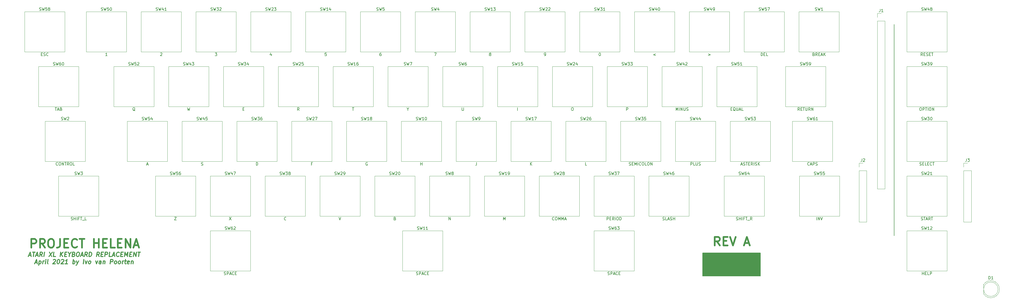
<source format=gbr>
G04 #@! TF.GenerationSoftware,KiCad,Pcbnew,5.0.2+dfsg1-1*
G04 #@! TF.CreationDate,2021-04-26T19:44:06+02:00*
G04 #@! TF.ProjectId,Project Helena,50726f6a-6563-4742-9048-656c656e612e,rev?*
G04 #@! TF.SameCoordinates,Original*
G04 #@! TF.FileFunction,Legend,Top*
G04 #@! TF.FilePolarity,Positive*
%FSLAX46Y46*%
G04 Gerber Fmt 4.6, Leading zero omitted, Abs format (unit mm)*
G04 Created by KiCad (PCBNEW 5.0.2+dfsg1-1) date Mon 26 Apr 2021 07:44:06 PM CEST*
%MOMM*%
%LPD*%
G01*
G04 APERTURE LIST*
%ADD10C,0.150000*%
%ADD11C,0.600000*%
%ADD12C,0.300000*%
%ADD13C,0.200000*%
%ADD14C,0.120000*%
G04 APERTURE END LIST*
D10*
G36*
X272000000Y-162000000D02*
X292000000Y-162000000D01*
X292000000Y-170000000D01*
X272000000Y-170000000D01*
X272000000Y-162000000D01*
G37*
X272000000Y-162000000D02*
X292000000Y-162000000D01*
X292000000Y-170000000D01*
X272000000Y-170000000D01*
X272000000Y-162000000D01*
D11*
X277857142Y-159357142D02*
X276857142Y-157928571D01*
X276142857Y-159357142D02*
X276142857Y-156357142D01*
X277285714Y-156357142D01*
X277571428Y-156500000D01*
X277714285Y-156642857D01*
X277857142Y-156928571D01*
X277857142Y-157357142D01*
X277714285Y-157642857D01*
X277571428Y-157785714D01*
X277285714Y-157928571D01*
X276142857Y-157928571D01*
X279142857Y-157785714D02*
X280142857Y-157785714D01*
X280571428Y-159357142D02*
X279142857Y-159357142D01*
X279142857Y-156357142D01*
X280571428Y-156357142D01*
X281428571Y-156357142D02*
X282428571Y-159357142D01*
X283428571Y-156357142D01*
X286571428Y-158500000D02*
X288000000Y-158500000D01*
X286285714Y-159357142D02*
X287285714Y-156357142D01*
X288285714Y-159357142D01*
D12*
X39976071Y-165350000D02*
X40690357Y-165350000D01*
X39779642Y-165778571D02*
X40467142Y-164278571D01*
X40779642Y-165778571D01*
X41404642Y-164778571D02*
X41217142Y-166278571D01*
X41395714Y-164850000D02*
X41547499Y-164778571D01*
X41833214Y-164778571D01*
X41967142Y-164850000D01*
X42029642Y-164921428D01*
X42083214Y-165064285D01*
X42029642Y-165492857D01*
X41940357Y-165635714D01*
X41859999Y-165707142D01*
X41708214Y-165778571D01*
X41422499Y-165778571D01*
X41288571Y-165707142D01*
X42636785Y-165778571D02*
X42761785Y-164778571D01*
X42726071Y-165064285D02*
X42815357Y-164921428D01*
X42895714Y-164850000D01*
X43047499Y-164778571D01*
X43190357Y-164778571D01*
X43565357Y-165778571D02*
X43690357Y-164778571D01*
X43752857Y-164278571D02*
X43672499Y-164350000D01*
X43734999Y-164421428D01*
X43815357Y-164350000D01*
X43752857Y-164278571D01*
X43734999Y-164421428D01*
X44493928Y-165778571D02*
X44359999Y-165707142D01*
X44306428Y-165564285D01*
X44467142Y-164278571D01*
X46306428Y-164421428D02*
X46386785Y-164350000D01*
X46538571Y-164278571D01*
X46895714Y-164278571D01*
X47029642Y-164350000D01*
X47092142Y-164421428D01*
X47145714Y-164564285D01*
X47127857Y-164707142D01*
X47029642Y-164921428D01*
X46065357Y-165778571D01*
X46993928Y-165778571D01*
X48109999Y-164278571D02*
X48252857Y-164278571D01*
X48386785Y-164350000D01*
X48449285Y-164421428D01*
X48502857Y-164564285D01*
X48538571Y-164850000D01*
X48493928Y-165207142D01*
X48386785Y-165492857D01*
X48297499Y-165635714D01*
X48217142Y-165707142D01*
X48065357Y-165778571D01*
X47922499Y-165778571D01*
X47788571Y-165707142D01*
X47726071Y-165635714D01*
X47672499Y-165492857D01*
X47636785Y-165207142D01*
X47681428Y-164850000D01*
X47788571Y-164564285D01*
X47877857Y-164421428D01*
X47958214Y-164350000D01*
X48109999Y-164278571D01*
X49163571Y-164421428D02*
X49243928Y-164350000D01*
X49395714Y-164278571D01*
X49752857Y-164278571D01*
X49886785Y-164350000D01*
X49949285Y-164421428D01*
X50002857Y-164564285D01*
X49984999Y-164707142D01*
X49886785Y-164921428D01*
X48922499Y-165778571D01*
X49851071Y-165778571D01*
X51279642Y-165778571D02*
X50422499Y-165778571D01*
X50851071Y-165778571D02*
X51038571Y-164278571D01*
X50868928Y-164492857D01*
X50708214Y-164635714D01*
X50556428Y-164707142D01*
X53065357Y-165778571D02*
X53252857Y-164278571D01*
X53181428Y-164850000D02*
X53333214Y-164778571D01*
X53618928Y-164778571D01*
X53752857Y-164850000D01*
X53815357Y-164921428D01*
X53868928Y-165064285D01*
X53815357Y-165492857D01*
X53726071Y-165635714D01*
X53645714Y-165707142D01*
X53493928Y-165778571D01*
X53208214Y-165778571D01*
X53074285Y-165707142D01*
X54404642Y-164778571D02*
X54636785Y-165778571D01*
X55118928Y-164778571D02*
X54636785Y-165778571D01*
X54449285Y-166135714D01*
X54368928Y-166207142D01*
X54217142Y-166278571D01*
X56708214Y-165778571D02*
X56895714Y-164278571D01*
X57404642Y-164778571D02*
X57636785Y-165778571D01*
X58118928Y-164778571D01*
X58779642Y-165778571D02*
X58645714Y-165707142D01*
X58583214Y-165635714D01*
X58529642Y-165492857D01*
X58583214Y-165064285D01*
X58672499Y-164921428D01*
X58752857Y-164850000D01*
X58904642Y-164778571D01*
X59118928Y-164778571D01*
X59252857Y-164850000D01*
X59315357Y-164921428D01*
X59368928Y-165064285D01*
X59315357Y-165492857D01*
X59226071Y-165635714D01*
X59145714Y-165707142D01*
X58993928Y-165778571D01*
X58779642Y-165778571D01*
X61047499Y-164778571D02*
X61279642Y-165778571D01*
X61761785Y-164778571D01*
X62851071Y-165778571D02*
X62949285Y-164992857D01*
X62895714Y-164850000D01*
X62761785Y-164778571D01*
X62476071Y-164778571D01*
X62324285Y-164850000D01*
X62859999Y-165707142D02*
X62708214Y-165778571D01*
X62351071Y-165778571D01*
X62217142Y-165707142D01*
X62163571Y-165564285D01*
X62181428Y-165421428D01*
X62270714Y-165278571D01*
X62422499Y-165207142D01*
X62779642Y-165207142D01*
X62931428Y-165135714D01*
X63690357Y-164778571D02*
X63565357Y-165778571D01*
X63672499Y-164921428D02*
X63752857Y-164850000D01*
X63904642Y-164778571D01*
X64118928Y-164778571D01*
X64252857Y-164850000D01*
X64306428Y-164992857D01*
X64208214Y-165778571D01*
X66065357Y-165778571D02*
X66252857Y-164278571D01*
X66824285Y-164278571D01*
X66958214Y-164350000D01*
X67020714Y-164421428D01*
X67074285Y-164564285D01*
X67047499Y-164778571D01*
X66958214Y-164921428D01*
X66877857Y-164992857D01*
X66726071Y-165064285D01*
X66154642Y-165064285D01*
X67779642Y-165778571D02*
X67645714Y-165707142D01*
X67583214Y-165635714D01*
X67529642Y-165492857D01*
X67583214Y-165064285D01*
X67672499Y-164921428D01*
X67752857Y-164850000D01*
X67904642Y-164778571D01*
X68118928Y-164778571D01*
X68252857Y-164850000D01*
X68315357Y-164921428D01*
X68368928Y-165064285D01*
X68315357Y-165492857D01*
X68226071Y-165635714D01*
X68145714Y-165707142D01*
X67993928Y-165778571D01*
X67779642Y-165778571D01*
X69136785Y-165778571D02*
X69002857Y-165707142D01*
X68940357Y-165635714D01*
X68886785Y-165492857D01*
X68940357Y-165064285D01*
X69029642Y-164921428D01*
X69109999Y-164850000D01*
X69261785Y-164778571D01*
X69476071Y-164778571D01*
X69609999Y-164850000D01*
X69672499Y-164921428D01*
X69726071Y-165064285D01*
X69672499Y-165492857D01*
X69583214Y-165635714D01*
X69502857Y-165707142D01*
X69351071Y-165778571D01*
X69136785Y-165778571D01*
X70279642Y-165778571D02*
X70404642Y-164778571D01*
X70368928Y-165064285D02*
X70458214Y-164921428D01*
X70538571Y-164850000D01*
X70690357Y-164778571D01*
X70833214Y-164778571D01*
X71118928Y-164778571D02*
X71690357Y-164778571D01*
X71395714Y-164278571D02*
X71235000Y-165564285D01*
X71288571Y-165707142D01*
X71422499Y-165778571D01*
X71565357Y-165778571D01*
X72645714Y-165707142D02*
X72493928Y-165778571D01*
X72208214Y-165778571D01*
X72074285Y-165707142D01*
X72020714Y-165564285D01*
X72092142Y-164992857D01*
X72181428Y-164850000D01*
X72333214Y-164778571D01*
X72618928Y-164778571D01*
X72752857Y-164850000D01*
X72806428Y-164992857D01*
X72788571Y-165135714D01*
X72056428Y-165278571D01*
X73476071Y-164778571D02*
X73351071Y-165778571D01*
X73458214Y-164921428D02*
X73538571Y-164850000D01*
X73690357Y-164778571D01*
X73904642Y-164778571D01*
X74038571Y-164850000D01*
X74092142Y-164992857D01*
X73993928Y-165778571D01*
X37833214Y-162810000D02*
X38547500Y-162810000D01*
X37636785Y-163238571D02*
X38324285Y-161738571D01*
X38636785Y-163238571D01*
X39110000Y-161738571D02*
X39967142Y-161738571D01*
X39351071Y-163238571D02*
X39538571Y-161738571D01*
X40261785Y-162810000D02*
X40976071Y-162810000D01*
X40065357Y-163238571D02*
X40752857Y-161738571D01*
X41065357Y-163238571D01*
X42422500Y-163238571D02*
X42011785Y-162524285D01*
X41565357Y-163238571D02*
X41752857Y-161738571D01*
X42324285Y-161738571D01*
X42458214Y-161810000D01*
X42520714Y-161881428D01*
X42574285Y-162024285D01*
X42547500Y-162238571D01*
X42458214Y-162381428D01*
X42377857Y-162452857D01*
X42226071Y-162524285D01*
X41654642Y-162524285D01*
X43065357Y-163238571D02*
X43252857Y-161738571D01*
X44967142Y-161738571D02*
X45779642Y-163238571D01*
X45967142Y-161738571D02*
X44779642Y-163238571D01*
X47065357Y-163238571D02*
X46351071Y-163238571D01*
X46538571Y-161738571D01*
X48708214Y-163238571D02*
X48895714Y-161738571D01*
X49565357Y-163238571D02*
X49029642Y-162381428D01*
X49752857Y-161738571D02*
X48788571Y-162595714D01*
X50306428Y-162452857D02*
X50806428Y-162452857D01*
X50922500Y-163238571D02*
X50208214Y-163238571D01*
X50395714Y-161738571D01*
X51110000Y-161738571D01*
X51940357Y-162524285D02*
X51851071Y-163238571D01*
X51538571Y-161738571D02*
X51940357Y-162524285D01*
X52538571Y-161738571D01*
X53449285Y-162452857D02*
X53654642Y-162524285D01*
X53717142Y-162595714D01*
X53770714Y-162738571D01*
X53743928Y-162952857D01*
X53654642Y-163095714D01*
X53574285Y-163167142D01*
X53422500Y-163238571D01*
X52851071Y-163238571D01*
X53038571Y-161738571D01*
X53538571Y-161738571D01*
X53672500Y-161810000D01*
X53735000Y-161881428D01*
X53788571Y-162024285D01*
X53770714Y-162167142D01*
X53681428Y-162310000D01*
X53601071Y-162381428D01*
X53449285Y-162452857D01*
X52949285Y-162452857D01*
X54824285Y-161738571D02*
X55110000Y-161738571D01*
X55243928Y-161810000D01*
X55368928Y-161952857D01*
X55404642Y-162238571D01*
X55342142Y-162738571D01*
X55235000Y-163024285D01*
X55074285Y-163167142D01*
X54922500Y-163238571D01*
X54636785Y-163238571D01*
X54502857Y-163167142D01*
X54377857Y-163024285D01*
X54342142Y-162738571D01*
X54404642Y-162238571D01*
X54511785Y-161952857D01*
X54672500Y-161810000D01*
X54824285Y-161738571D01*
X55904642Y-162810000D02*
X56618928Y-162810000D01*
X55708214Y-163238571D02*
X56395714Y-161738571D01*
X56708214Y-163238571D01*
X58065357Y-163238571D02*
X57654642Y-162524285D01*
X57208214Y-163238571D02*
X57395714Y-161738571D01*
X57967142Y-161738571D01*
X58101071Y-161810000D01*
X58163571Y-161881428D01*
X58217142Y-162024285D01*
X58190357Y-162238571D01*
X58101071Y-162381428D01*
X58020714Y-162452857D01*
X57868928Y-162524285D01*
X57297500Y-162524285D01*
X58708214Y-163238571D02*
X58895714Y-161738571D01*
X59252857Y-161738571D01*
X59458214Y-161810000D01*
X59583214Y-161952857D01*
X59636785Y-162095714D01*
X59672500Y-162381428D01*
X59645714Y-162595714D01*
X59538571Y-162881428D01*
X59449285Y-163024285D01*
X59288571Y-163167142D01*
X59065357Y-163238571D01*
X58708214Y-163238571D01*
X62208214Y-163238571D02*
X61797500Y-162524285D01*
X61351071Y-163238571D02*
X61538571Y-161738571D01*
X62110000Y-161738571D01*
X62243928Y-161810000D01*
X62306428Y-161881428D01*
X62360000Y-162024285D01*
X62333214Y-162238571D01*
X62243928Y-162381428D01*
X62163571Y-162452857D01*
X62011785Y-162524285D01*
X61440357Y-162524285D01*
X62949285Y-162452857D02*
X63449285Y-162452857D01*
X63565357Y-163238571D02*
X62851071Y-163238571D01*
X63038571Y-161738571D01*
X63752857Y-161738571D01*
X64208214Y-163238571D02*
X64395714Y-161738571D01*
X64967142Y-161738571D01*
X65101071Y-161810000D01*
X65163571Y-161881428D01*
X65217142Y-162024285D01*
X65190357Y-162238571D01*
X65101071Y-162381428D01*
X65020714Y-162452857D01*
X64868928Y-162524285D01*
X64297500Y-162524285D01*
X66422500Y-163238571D02*
X65708214Y-163238571D01*
X65895714Y-161738571D01*
X66904642Y-162810000D02*
X67618928Y-162810000D01*
X66708214Y-163238571D02*
X67395714Y-161738571D01*
X67708214Y-163238571D01*
X69083214Y-163095714D02*
X69002857Y-163167142D01*
X68779642Y-163238571D01*
X68636785Y-163238571D01*
X68431428Y-163167142D01*
X68306428Y-163024285D01*
X68252857Y-162881428D01*
X68217142Y-162595714D01*
X68243928Y-162381428D01*
X68351071Y-162095714D01*
X68440357Y-161952857D01*
X68601071Y-161810000D01*
X68824285Y-161738571D01*
X68967142Y-161738571D01*
X69172500Y-161810000D01*
X69235000Y-161881428D01*
X69806428Y-162452857D02*
X70306428Y-162452857D01*
X70422500Y-163238571D02*
X69708214Y-163238571D01*
X69895714Y-161738571D01*
X70610000Y-161738571D01*
X71065357Y-163238571D02*
X71252857Y-161738571D01*
X71618928Y-162810000D01*
X72252857Y-161738571D01*
X72065357Y-163238571D01*
X72877857Y-162452857D02*
X73377857Y-162452857D01*
X73493928Y-163238571D02*
X72779642Y-163238571D01*
X72967142Y-161738571D01*
X73681428Y-161738571D01*
X74136785Y-163238571D02*
X74324285Y-161738571D01*
X74993928Y-163238571D01*
X75181428Y-161738571D01*
X75681428Y-161738571D02*
X76538571Y-161738571D01*
X75922500Y-163238571D02*
X76110000Y-161738571D01*
D11*
X38650000Y-160107142D02*
X38650000Y-157107142D01*
X39792857Y-157107142D01*
X40078571Y-157250000D01*
X40221428Y-157392857D01*
X40364285Y-157678571D01*
X40364285Y-158107142D01*
X40221428Y-158392857D01*
X40078571Y-158535714D01*
X39792857Y-158678571D01*
X38650000Y-158678571D01*
X43364285Y-160107142D02*
X42364285Y-158678571D01*
X41650000Y-160107142D02*
X41650000Y-157107142D01*
X42792857Y-157107142D01*
X43078571Y-157250000D01*
X43221428Y-157392857D01*
X43364285Y-157678571D01*
X43364285Y-158107142D01*
X43221428Y-158392857D01*
X43078571Y-158535714D01*
X42792857Y-158678571D01*
X41650000Y-158678571D01*
X45221428Y-157107142D02*
X45792857Y-157107142D01*
X46078571Y-157250000D01*
X46364285Y-157535714D01*
X46507142Y-158107142D01*
X46507142Y-159107142D01*
X46364285Y-159678571D01*
X46078571Y-159964285D01*
X45792857Y-160107142D01*
X45221428Y-160107142D01*
X44935714Y-159964285D01*
X44650000Y-159678571D01*
X44507142Y-159107142D01*
X44507142Y-158107142D01*
X44650000Y-157535714D01*
X44935714Y-157250000D01*
X45221428Y-157107142D01*
X48650000Y-157107142D02*
X48650000Y-159250000D01*
X48507142Y-159678571D01*
X48221428Y-159964285D01*
X47792857Y-160107142D01*
X47507142Y-160107142D01*
X50078571Y-158535714D02*
X51078571Y-158535714D01*
X51507142Y-160107142D02*
X50078571Y-160107142D01*
X50078571Y-157107142D01*
X51507142Y-157107142D01*
X54507142Y-159821428D02*
X54364285Y-159964285D01*
X53935714Y-160107142D01*
X53650000Y-160107142D01*
X53221428Y-159964285D01*
X52935714Y-159678571D01*
X52792857Y-159392857D01*
X52650000Y-158821428D01*
X52650000Y-158392857D01*
X52792857Y-157821428D01*
X52935714Y-157535714D01*
X53221428Y-157250000D01*
X53650000Y-157107142D01*
X53935714Y-157107142D01*
X54364285Y-157250000D01*
X54507142Y-157392857D01*
X55364285Y-157107142D02*
X57078571Y-157107142D01*
X56221428Y-160107142D02*
X56221428Y-157107142D01*
X60364285Y-160107142D02*
X60364285Y-157107142D01*
X60364285Y-158535714D02*
X62078571Y-158535714D01*
X62078571Y-160107142D02*
X62078571Y-157107142D01*
X63507142Y-158535714D02*
X64507142Y-158535714D01*
X64935714Y-160107142D02*
X63507142Y-160107142D01*
X63507142Y-157107142D01*
X64935714Y-157107142D01*
X67649999Y-160107142D02*
X66221428Y-160107142D01*
X66221428Y-157107142D01*
X68649999Y-158535714D02*
X69649999Y-158535714D01*
X70078571Y-160107142D02*
X68649999Y-160107142D01*
X68649999Y-157107142D01*
X70078571Y-157107142D01*
X71364285Y-160107142D02*
X71364285Y-157107142D01*
X73078571Y-160107142D01*
X73078571Y-157107142D01*
X74364285Y-159250000D02*
X75792857Y-159250000D01*
X74078571Y-160107142D02*
X75078571Y-157107142D01*
X76078571Y-160107142D01*
D13*
X338500000Y-82500000D02*
X338500000Y-156000000D01*
D14*
G04 #@! TO.C,SW63*
X234188000Y-168275000D02*
X234188000Y-154305000D01*
X248158000Y-168275000D02*
X234188000Y-168275000D01*
X248158000Y-154305000D02*
X248158000Y-168275000D01*
X234188000Y-154305000D02*
X248158000Y-154305000D01*
G04 #@! TO.C,SW55*
X305562000Y-135255000D02*
X319532000Y-135255000D01*
X319532000Y-135255000D02*
X319532000Y-149225000D01*
X319532000Y-149225000D02*
X305562000Y-149225000D01*
X305562000Y-149225000D02*
X305562000Y-135255000D01*
G04 #@! TO.C,SW1*
X305435000Y-78105000D02*
X319405000Y-78105000D01*
X319405000Y-78105000D02*
X319405000Y-92075000D01*
X319405000Y-92075000D02*
X305435000Y-92075000D01*
X305435000Y-92075000D02*
X305435000Y-78105000D01*
G04 #@! TO.C,D1*
X375100000Y-174625462D02*
G75*
G03X369550000Y-173080170I-2990000J462D01*
G01*
X375100000Y-174624538D02*
G75*
G02X369550000Y-176169830I-2990000J-462D01*
G01*
X374610000Y-174625000D02*
G75*
G03X374610000Y-174625000I-2500000J0D01*
G01*
X369550000Y-173080000D02*
X369550000Y-176170000D01*
G04 #@! TO.C,SW2*
X43434000Y-116205000D02*
X57404000Y-116205000D01*
X57404000Y-116205000D02*
X57404000Y-130175000D01*
X57404000Y-130175000D02*
X43434000Y-130175000D01*
X43434000Y-130175000D02*
X43434000Y-116205000D01*
G04 #@! TO.C,SW4*
X172085000Y-78105000D02*
X186055000Y-78105000D01*
X186055000Y-78105000D02*
X186055000Y-92075000D01*
X186055000Y-92075000D02*
X172085000Y-92075000D01*
X172085000Y-92075000D02*
X172085000Y-78105000D01*
G04 #@! TO.C,SW5*
X153035000Y-92075000D02*
X153035000Y-78105000D01*
X167005000Y-92075000D02*
X153035000Y-92075000D01*
X167005000Y-78105000D02*
X167005000Y-92075000D01*
X153035000Y-78105000D02*
X167005000Y-78105000D01*
G04 #@! TO.C,SW6*
X181610000Y-97155000D02*
X195580000Y-97155000D01*
X195580000Y-97155000D02*
X195580000Y-111125000D01*
X195580000Y-111125000D02*
X181610000Y-111125000D01*
X181610000Y-111125000D02*
X181610000Y-97155000D01*
G04 #@! TO.C,SW7*
X162560000Y-111125000D02*
X162560000Y-97155000D01*
X176530000Y-111125000D02*
X162560000Y-111125000D01*
X176530000Y-97155000D02*
X176530000Y-111125000D01*
X162560000Y-97155000D02*
X176530000Y-97155000D01*
G04 #@! TO.C,SW8*
X177038000Y-135255000D02*
X191008000Y-135255000D01*
X191008000Y-135255000D02*
X191008000Y-149225000D01*
X191008000Y-149225000D02*
X177038000Y-149225000D01*
X177038000Y-149225000D02*
X177038000Y-135255000D01*
G04 #@! TO.C,SW9*
X186309000Y-130175000D02*
X186309000Y-116205000D01*
X200279000Y-130175000D02*
X186309000Y-130175000D01*
X200279000Y-116205000D02*
X200279000Y-130175000D01*
X186309000Y-116205000D02*
X200279000Y-116205000D01*
G04 #@! TO.C,SW10*
X167259000Y-116205000D02*
X181229000Y-116205000D01*
X181229000Y-116205000D02*
X181229000Y-130175000D01*
X181229000Y-130175000D02*
X167259000Y-130175000D01*
X167259000Y-130175000D02*
X167259000Y-116205000D01*
G04 #@! TO.C,SW11*
X167640000Y-168275000D02*
X167640000Y-154305000D01*
X181610000Y-168275000D02*
X167640000Y-168275000D01*
X181610000Y-154305000D02*
X181610000Y-168275000D01*
X167640000Y-154305000D02*
X181610000Y-154305000D01*
G04 #@! TO.C,SW12*
X342900000Y-154305000D02*
X356870000Y-154305000D01*
X356870000Y-154305000D02*
X356870000Y-168275000D01*
X356870000Y-168275000D02*
X342900000Y-168275000D01*
X342900000Y-168275000D02*
X342900000Y-154305000D01*
G04 #@! TO.C,SW13*
X191135000Y-92075000D02*
X191135000Y-78105000D01*
X205105000Y-92075000D02*
X191135000Y-92075000D01*
X205105000Y-78105000D02*
X205105000Y-92075000D01*
X191135000Y-78105000D02*
X205105000Y-78105000D01*
G04 #@! TO.C,SW14*
X133985000Y-78105000D02*
X147955000Y-78105000D01*
X147955000Y-78105000D02*
X147955000Y-92075000D01*
X147955000Y-92075000D02*
X133985000Y-92075000D01*
X133985000Y-92075000D02*
X133985000Y-78105000D01*
G04 #@! TO.C,SW15*
X200660000Y-111125000D02*
X200660000Y-97155000D01*
X214630000Y-111125000D02*
X200660000Y-111125000D01*
X214630000Y-97155000D02*
X214630000Y-111125000D01*
X200660000Y-97155000D02*
X214630000Y-97155000D01*
G04 #@! TO.C,SW16*
X143510000Y-97155000D02*
X157480000Y-97155000D01*
X157480000Y-97155000D02*
X157480000Y-111125000D01*
X157480000Y-111125000D02*
X143510000Y-111125000D01*
X143510000Y-111125000D02*
X143510000Y-97155000D01*
G04 #@! TO.C,SW17*
X205359000Y-130175000D02*
X205359000Y-116205000D01*
X219329000Y-130175000D02*
X205359000Y-130175000D01*
X219329000Y-116205000D02*
X219329000Y-130175000D01*
X205359000Y-116205000D02*
X219329000Y-116205000D01*
G04 #@! TO.C,SW18*
X148209000Y-116205000D02*
X162179000Y-116205000D01*
X162179000Y-116205000D02*
X162179000Y-130175000D01*
X162179000Y-130175000D02*
X148209000Y-130175000D01*
X148209000Y-130175000D02*
X148209000Y-116205000D01*
G04 #@! TO.C,SW19*
X196088000Y-149225000D02*
X196088000Y-135255000D01*
X210058000Y-149225000D02*
X196088000Y-149225000D01*
X210058000Y-135255000D02*
X210058000Y-149225000D01*
X196088000Y-135255000D02*
X210058000Y-135255000D01*
G04 #@! TO.C,SW20*
X157988000Y-135255000D02*
X171958000Y-135255000D01*
X171958000Y-135255000D02*
X171958000Y-149225000D01*
X171958000Y-149225000D02*
X157988000Y-149225000D01*
X157988000Y-149225000D02*
X157988000Y-135255000D01*
G04 #@! TO.C,SW21*
X342900000Y-149225000D02*
X342900000Y-135255000D01*
X356870000Y-149225000D02*
X342900000Y-149225000D01*
X356870000Y-135255000D02*
X356870000Y-149225000D01*
X342900000Y-135255000D02*
X356870000Y-135255000D01*
G04 #@! TO.C,SW22*
X210185000Y-92075000D02*
X210185000Y-78105000D01*
X224155000Y-92075000D02*
X210185000Y-92075000D01*
X224155000Y-78105000D02*
X224155000Y-92075000D01*
X210185000Y-78105000D02*
X224155000Y-78105000D01*
G04 #@! TO.C,SW23*
X114935000Y-78105000D02*
X128905000Y-78105000D01*
X128905000Y-78105000D02*
X128905000Y-92075000D01*
X128905000Y-92075000D02*
X114935000Y-92075000D01*
X114935000Y-92075000D02*
X114935000Y-78105000D01*
G04 #@! TO.C,SW24*
X219710000Y-111125000D02*
X219710000Y-97155000D01*
X233680000Y-111125000D02*
X219710000Y-111125000D01*
X233680000Y-97155000D02*
X233680000Y-111125000D01*
X219710000Y-97155000D02*
X233680000Y-97155000D01*
G04 #@! TO.C,SW25*
X124460000Y-97155000D02*
X138430000Y-97155000D01*
X138430000Y-97155000D02*
X138430000Y-111125000D01*
X138430000Y-111125000D02*
X124460000Y-111125000D01*
X124460000Y-111125000D02*
X124460000Y-97155000D01*
G04 #@! TO.C,SW26*
X224409000Y-130175000D02*
X224409000Y-116205000D01*
X238379000Y-130175000D02*
X224409000Y-130175000D01*
X238379000Y-116205000D02*
X238379000Y-130175000D01*
X224409000Y-116205000D02*
X238379000Y-116205000D01*
G04 #@! TO.C,SW27*
X129159000Y-116205000D02*
X143129000Y-116205000D01*
X143129000Y-116205000D02*
X143129000Y-130175000D01*
X143129000Y-130175000D02*
X129159000Y-130175000D01*
X129159000Y-130175000D02*
X129159000Y-116205000D01*
G04 #@! TO.C,SW28*
X215138000Y-149225000D02*
X215138000Y-135255000D01*
X229108000Y-149225000D02*
X215138000Y-149225000D01*
X229108000Y-135255000D02*
X229108000Y-149225000D01*
X215138000Y-135255000D02*
X229108000Y-135255000D01*
G04 #@! TO.C,SW29*
X138938000Y-135255000D02*
X152908000Y-135255000D01*
X152908000Y-135255000D02*
X152908000Y-149225000D01*
X152908000Y-149225000D02*
X138938000Y-149225000D01*
X138938000Y-149225000D02*
X138938000Y-135255000D01*
G04 #@! TO.C,SW30*
X342900000Y-116205000D02*
X356870000Y-116205000D01*
X356870000Y-116205000D02*
X356870000Y-130175000D01*
X356870000Y-130175000D02*
X342900000Y-130175000D01*
X342900000Y-130175000D02*
X342900000Y-116205000D01*
G04 #@! TO.C,SW31*
X229235000Y-92075000D02*
X229235000Y-78105000D01*
X243205000Y-92075000D02*
X229235000Y-92075000D01*
X243205000Y-78105000D02*
X243205000Y-92075000D01*
X229235000Y-78105000D02*
X243205000Y-78105000D01*
G04 #@! TO.C,SW32*
X95885000Y-78105000D02*
X109855000Y-78105000D01*
X109855000Y-78105000D02*
X109855000Y-92075000D01*
X109855000Y-92075000D02*
X95885000Y-92075000D01*
X95885000Y-92075000D02*
X95885000Y-78105000D01*
G04 #@! TO.C,SW33*
X238760000Y-111125000D02*
X238760000Y-97155000D01*
X252730000Y-111125000D02*
X238760000Y-111125000D01*
X252730000Y-97155000D02*
X252730000Y-111125000D01*
X238760000Y-97155000D02*
X252730000Y-97155000D01*
G04 #@! TO.C,SW34*
X105410000Y-97155000D02*
X119380000Y-97155000D01*
X119380000Y-97155000D02*
X119380000Y-111125000D01*
X119380000Y-111125000D02*
X105410000Y-111125000D01*
X105410000Y-111125000D02*
X105410000Y-97155000D01*
G04 #@! TO.C,SW35*
X243459000Y-130175000D02*
X243459000Y-116205000D01*
X257429000Y-130175000D02*
X243459000Y-130175000D01*
X257429000Y-116205000D02*
X257429000Y-130175000D01*
X243459000Y-116205000D02*
X257429000Y-116205000D01*
G04 #@! TO.C,SW36*
X110109000Y-116205000D02*
X124079000Y-116205000D01*
X124079000Y-116205000D02*
X124079000Y-130175000D01*
X124079000Y-130175000D02*
X110109000Y-130175000D01*
X110109000Y-130175000D02*
X110109000Y-116205000D01*
G04 #@! TO.C,SW37*
X234188000Y-149225000D02*
X234188000Y-135255000D01*
X248158000Y-149225000D02*
X234188000Y-149225000D01*
X248158000Y-135255000D02*
X248158000Y-149225000D01*
X234188000Y-135255000D02*
X248158000Y-135255000D01*
G04 #@! TO.C,SW38*
X119888000Y-149225000D02*
X119888000Y-135255000D01*
X133858000Y-149225000D02*
X119888000Y-149225000D01*
X133858000Y-135255000D02*
X133858000Y-149225000D01*
X119888000Y-135255000D02*
X133858000Y-135255000D01*
G04 #@! TO.C,SW39*
X342900000Y-97155000D02*
X356870000Y-97155000D01*
X356870000Y-97155000D02*
X356870000Y-111125000D01*
X356870000Y-111125000D02*
X342900000Y-111125000D01*
X342900000Y-111125000D02*
X342900000Y-97155000D01*
G04 #@! TO.C,SW40*
X248285000Y-78105000D02*
X262255000Y-78105000D01*
X262255000Y-78105000D02*
X262255000Y-92075000D01*
X262255000Y-92075000D02*
X248285000Y-92075000D01*
X248285000Y-92075000D02*
X248285000Y-78105000D01*
G04 #@! TO.C,SW41*
X76835000Y-92075000D02*
X76835000Y-78105000D01*
X90805000Y-92075000D02*
X76835000Y-92075000D01*
X90805000Y-78105000D02*
X90805000Y-92075000D01*
X76835000Y-78105000D02*
X90805000Y-78105000D01*
G04 #@! TO.C,SW42*
X257810000Y-97155000D02*
X271780000Y-97155000D01*
X271780000Y-97155000D02*
X271780000Y-111125000D01*
X271780000Y-111125000D02*
X257810000Y-111125000D01*
X257810000Y-111125000D02*
X257810000Y-97155000D01*
G04 #@! TO.C,SW43*
X86360000Y-111125000D02*
X86360000Y-97155000D01*
X100330000Y-111125000D02*
X86360000Y-111125000D01*
X100330000Y-97155000D02*
X100330000Y-111125000D01*
X86360000Y-97155000D02*
X100330000Y-97155000D01*
G04 #@! TO.C,SW44*
X262509000Y-116205000D02*
X276479000Y-116205000D01*
X276479000Y-116205000D02*
X276479000Y-130175000D01*
X276479000Y-130175000D02*
X262509000Y-130175000D01*
X262509000Y-130175000D02*
X262509000Y-116205000D01*
G04 #@! TO.C,SW45*
X91059000Y-130175000D02*
X91059000Y-116205000D01*
X105029000Y-130175000D02*
X91059000Y-130175000D01*
X105029000Y-116205000D02*
X105029000Y-130175000D01*
X91059000Y-116205000D02*
X105029000Y-116205000D01*
G04 #@! TO.C,SW46*
X253238000Y-135255000D02*
X267208000Y-135255000D01*
X267208000Y-135255000D02*
X267208000Y-149225000D01*
X267208000Y-149225000D02*
X253238000Y-149225000D01*
X253238000Y-149225000D02*
X253238000Y-135255000D01*
G04 #@! TO.C,SW47*
X100838000Y-149225000D02*
X100838000Y-135255000D01*
X114808000Y-149225000D02*
X100838000Y-149225000D01*
X114808000Y-135255000D02*
X114808000Y-149225000D01*
X100838000Y-135255000D02*
X114808000Y-135255000D01*
G04 #@! TO.C,SW48*
X342900000Y-78105000D02*
X356870000Y-78105000D01*
X356870000Y-78105000D02*
X356870000Y-92075000D01*
X356870000Y-92075000D02*
X342900000Y-92075000D01*
X342900000Y-92075000D02*
X342900000Y-78105000D01*
G04 #@! TO.C,SW49*
X267335000Y-78105000D02*
X281305000Y-78105000D01*
X281305000Y-78105000D02*
X281305000Y-92075000D01*
X281305000Y-92075000D02*
X267335000Y-92075000D01*
X267335000Y-92075000D02*
X267335000Y-78105000D01*
G04 #@! TO.C,SW50*
X57785000Y-92075000D02*
X57785000Y-78105000D01*
X71755000Y-92075000D02*
X57785000Y-92075000D01*
X71755000Y-78105000D02*
X71755000Y-92075000D01*
X57785000Y-78105000D02*
X71755000Y-78105000D01*
G04 #@! TO.C,SW51*
X276860000Y-97155000D02*
X290830000Y-97155000D01*
X290830000Y-97155000D02*
X290830000Y-111125000D01*
X290830000Y-111125000D02*
X276860000Y-111125000D01*
X276860000Y-111125000D02*
X276860000Y-97155000D01*
G04 #@! TO.C,SW52*
X67310000Y-111125000D02*
X67310000Y-97155000D01*
X81280000Y-111125000D02*
X67310000Y-111125000D01*
X81280000Y-97155000D02*
X81280000Y-111125000D01*
X67310000Y-97155000D02*
X81280000Y-97155000D01*
G04 #@! TO.C,SW53*
X281559000Y-116205000D02*
X295529000Y-116205000D01*
X295529000Y-116205000D02*
X295529000Y-130175000D01*
X295529000Y-130175000D02*
X281559000Y-130175000D01*
X281559000Y-130175000D02*
X281559000Y-116205000D01*
G04 #@! TO.C,SW54*
X72009000Y-130175000D02*
X72009000Y-116205000D01*
X85979000Y-130175000D02*
X72009000Y-130175000D01*
X85979000Y-116205000D02*
X85979000Y-130175000D01*
X72009000Y-116205000D02*
X85979000Y-116205000D01*
G04 #@! TO.C,SW56*
X81788000Y-149225000D02*
X81788000Y-135255000D01*
X95758000Y-149225000D02*
X81788000Y-149225000D01*
X95758000Y-135255000D02*
X95758000Y-149225000D01*
X81788000Y-135255000D02*
X95758000Y-135255000D01*
G04 #@! TO.C,SW57*
X286385000Y-78105000D02*
X300355000Y-78105000D01*
X300355000Y-78105000D02*
X300355000Y-92075000D01*
X300355000Y-92075000D02*
X286385000Y-92075000D01*
X286385000Y-92075000D02*
X286385000Y-78105000D01*
G04 #@! TO.C,SW58*
X36322000Y-92075000D02*
X36322000Y-78105000D01*
X50292000Y-92075000D02*
X36322000Y-92075000D01*
X50292000Y-78105000D02*
X50292000Y-92075000D01*
X36322000Y-78105000D02*
X50292000Y-78105000D01*
G04 #@! TO.C,SW59*
X300736000Y-97155000D02*
X314706000Y-97155000D01*
X314706000Y-97155000D02*
X314706000Y-111125000D01*
X314706000Y-111125000D02*
X300736000Y-111125000D01*
X300736000Y-111125000D02*
X300736000Y-97155000D01*
G04 #@! TO.C,SW60*
X41148000Y-111125000D02*
X41148000Y-97155000D01*
X55118000Y-111125000D02*
X41148000Y-111125000D01*
X55118000Y-97155000D02*
X55118000Y-111125000D01*
X41148000Y-97155000D02*
X55118000Y-97155000D01*
G04 #@! TO.C,SW61*
X303149000Y-116205000D02*
X317119000Y-116205000D01*
X317119000Y-116205000D02*
X317119000Y-130175000D01*
X317119000Y-130175000D02*
X303149000Y-130175000D01*
X303149000Y-130175000D02*
X303149000Y-116205000D01*
G04 #@! TO.C,SW62*
X100838000Y-168275000D02*
X100838000Y-154305000D01*
X114808000Y-168275000D02*
X100838000Y-168275000D01*
X114808000Y-154305000D02*
X114808000Y-168275000D01*
X100838000Y-154305000D02*
X114808000Y-154305000D01*
G04 #@! TO.C,SW64*
X279400000Y-135255000D02*
X293370000Y-135255000D01*
X293370000Y-135255000D02*
X293370000Y-149225000D01*
X293370000Y-149225000D02*
X279400000Y-149225000D01*
X279400000Y-149225000D02*
X279400000Y-135255000D01*
G04 #@! TO.C,SW3*
X48133000Y-135255000D02*
X62103000Y-135255000D01*
X62103000Y-135255000D02*
X62103000Y-149225000D01*
X62103000Y-149225000D02*
X48133000Y-149225000D01*
X48133000Y-149225000D02*
X48133000Y-135255000D01*
G04 #@! TO.C,J2*
X326330000Y-130750000D02*
X327660000Y-130750000D01*
X326330000Y-132080000D02*
X326330000Y-130750000D01*
X326330000Y-133350000D02*
X328990000Y-133350000D01*
X328990000Y-133350000D02*
X328990000Y-151190000D01*
X326330000Y-133350000D02*
X326330000Y-151190000D01*
X326330000Y-151190000D02*
X328990000Y-151190000D01*
G04 #@! TO.C,J3*
X362670000Y-151190000D02*
X365330000Y-151190000D01*
X362670000Y-133350000D02*
X362670000Y-151190000D01*
X365330000Y-133350000D02*
X365330000Y-151190000D01*
X362670000Y-133350000D02*
X365330000Y-133350000D01*
X362670000Y-132080000D02*
X362670000Y-130750000D01*
X362670000Y-130750000D02*
X364000000Y-130750000D01*
G04 #@! TO.C,J1*
X332670000Y-139750000D02*
X335330000Y-139750000D01*
X332670000Y-81270000D02*
X332670000Y-139750000D01*
X335330000Y-81270000D02*
X335330000Y-139750000D01*
X332670000Y-81270000D02*
X335330000Y-81270000D01*
X332670000Y-80000000D02*
X332670000Y-78670000D01*
X332670000Y-78670000D02*
X334000000Y-78670000D01*
G04 #@! TO.C,SW63*
D10*
X239363476Y-153820761D02*
X239506333Y-153868380D01*
X239744428Y-153868380D01*
X239839666Y-153820761D01*
X239887285Y-153773142D01*
X239934904Y-153677904D01*
X239934904Y-153582666D01*
X239887285Y-153487428D01*
X239839666Y-153439809D01*
X239744428Y-153392190D01*
X239553952Y-153344571D01*
X239458714Y-153296952D01*
X239411095Y-153249333D01*
X239363476Y-153154095D01*
X239363476Y-153058857D01*
X239411095Y-152963619D01*
X239458714Y-152916000D01*
X239553952Y-152868380D01*
X239792047Y-152868380D01*
X239934904Y-152916000D01*
X240268238Y-152868380D02*
X240506333Y-153868380D01*
X240696809Y-153154095D01*
X240887285Y-153868380D01*
X241125380Y-152868380D01*
X241934904Y-152868380D02*
X241744428Y-152868380D01*
X241649190Y-152916000D01*
X241601571Y-152963619D01*
X241506333Y-153106476D01*
X241458714Y-153296952D01*
X241458714Y-153677904D01*
X241506333Y-153773142D01*
X241553952Y-153820761D01*
X241649190Y-153868380D01*
X241839666Y-153868380D01*
X241934904Y-153820761D01*
X241982523Y-153773142D01*
X242030142Y-153677904D01*
X242030142Y-153439809D01*
X241982523Y-153344571D01*
X241934904Y-153296952D01*
X241839666Y-153249333D01*
X241649190Y-153249333D01*
X241553952Y-153296952D01*
X241506333Y-153344571D01*
X241458714Y-153439809D01*
X242363476Y-152868380D02*
X242982523Y-152868380D01*
X242649190Y-153249333D01*
X242792047Y-153249333D01*
X242887285Y-153296952D01*
X242934904Y-153344571D01*
X242982523Y-153439809D01*
X242982523Y-153677904D01*
X242934904Y-153773142D01*
X242887285Y-153820761D01*
X242792047Y-153868380D01*
X242506333Y-153868380D01*
X242411095Y-153820761D01*
X242363476Y-153773142D01*
X239006333Y-169568761D02*
X239149190Y-169616380D01*
X239387285Y-169616380D01*
X239482523Y-169568761D01*
X239530142Y-169521142D01*
X239577761Y-169425904D01*
X239577761Y-169330666D01*
X239530142Y-169235428D01*
X239482523Y-169187809D01*
X239387285Y-169140190D01*
X239196809Y-169092571D01*
X239101571Y-169044952D01*
X239053952Y-168997333D01*
X239006333Y-168902095D01*
X239006333Y-168806857D01*
X239053952Y-168711619D01*
X239101571Y-168664000D01*
X239196809Y-168616380D01*
X239434904Y-168616380D01*
X239577761Y-168664000D01*
X240006333Y-169616380D02*
X240006333Y-168616380D01*
X240387285Y-168616380D01*
X240482523Y-168664000D01*
X240530142Y-168711619D01*
X240577761Y-168806857D01*
X240577761Y-168949714D01*
X240530142Y-169044952D01*
X240482523Y-169092571D01*
X240387285Y-169140190D01*
X240006333Y-169140190D01*
X240958714Y-169330666D02*
X241434904Y-169330666D01*
X240863476Y-169616380D02*
X241196809Y-168616380D01*
X241530142Y-169616380D01*
X242434904Y-169521142D02*
X242387285Y-169568761D01*
X242244428Y-169616380D01*
X242149190Y-169616380D01*
X242006333Y-169568761D01*
X241911095Y-169473523D01*
X241863476Y-169378285D01*
X241815857Y-169187809D01*
X241815857Y-169044952D01*
X241863476Y-168854476D01*
X241911095Y-168759238D01*
X242006333Y-168664000D01*
X242149190Y-168616380D01*
X242244428Y-168616380D01*
X242387285Y-168664000D01*
X242434904Y-168711619D01*
X242863476Y-169092571D02*
X243196809Y-169092571D01*
X243339666Y-169616380D02*
X242863476Y-169616380D01*
X242863476Y-168616380D01*
X243339666Y-168616380D01*
G04 #@! TO.C,SW55*
X310737476Y-134770761D02*
X310880333Y-134818380D01*
X311118428Y-134818380D01*
X311213666Y-134770761D01*
X311261285Y-134723142D01*
X311308904Y-134627904D01*
X311308904Y-134532666D01*
X311261285Y-134437428D01*
X311213666Y-134389809D01*
X311118428Y-134342190D01*
X310927952Y-134294571D01*
X310832714Y-134246952D01*
X310785095Y-134199333D01*
X310737476Y-134104095D01*
X310737476Y-134008857D01*
X310785095Y-133913619D01*
X310832714Y-133866000D01*
X310927952Y-133818380D01*
X311166047Y-133818380D01*
X311308904Y-133866000D01*
X311642238Y-133818380D02*
X311880333Y-134818380D01*
X312070809Y-134104095D01*
X312261285Y-134818380D01*
X312499380Y-133818380D01*
X313356523Y-133818380D02*
X312880333Y-133818380D01*
X312832714Y-134294571D01*
X312880333Y-134246952D01*
X312975571Y-134199333D01*
X313213666Y-134199333D01*
X313308904Y-134246952D01*
X313356523Y-134294571D01*
X313404142Y-134389809D01*
X313404142Y-134627904D01*
X313356523Y-134723142D01*
X313308904Y-134770761D01*
X313213666Y-134818380D01*
X312975571Y-134818380D01*
X312880333Y-134770761D01*
X312832714Y-134723142D01*
X314308904Y-133818380D02*
X313832714Y-133818380D01*
X313785095Y-134294571D01*
X313832714Y-134246952D01*
X313927952Y-134199333D01*
X314166047Y-134199333D01*
X314261285Y-134246952D01*
X314308904Y-134294571D01*
X314356523Y-134389809D01*
X314356523Y-134627904D01*
X314308904Y-134723142D01*
X314261285Y-134770761D01*
X314166047Y-134818380D01*
X313927952Y-134818380D01*
X313832714Y-134770761D01*
X313785095Y-134723142D01*
X311594619Y-150566380D02*
X311594619Y-149566380D01*
X312070809Y-150566380D02*
X312070809Y-149566380D01*
X312642238Y-150566380D01*
X312642238Y-149566380D01*
X312975571Y-149566380D02*
X313308904Y-150566380D01*
X313642238Y-149566380D01*
G04 #@! TO.C,SW1*
X311086666Y-77620761D02*
X311229523Y-77668380D01*
X311467619Y-77668380D01*
X311562857Y-77620761D01*
X311610476Y-77573142D01*
X311658095Y-77477904D01*
X311658095Y-77382666D01*
X311610476Y-77287428D01*
X311562857Y-77239809D01*
X311467619Y-77192190D01*
X311277142Y-77144571D01*
X311181904Y-77096952D01*
X311134285Y-77049333D01*
X311086666Y-76954095D01*
X311086666Y-76858857D01*
X311134285Y-76763619D01*
X311181904Y-76716000D01*
X311277142Y-76668380D01*
X311515238Y-76668380D01*
X311658095Y-76716000D01*
X311991428Y-76668380D02*
X312229523Y-77668380D01*
X312420000Y-76954095D01*
X312610476Y-77668380D01*
X312848571Y-76668380D01*
X313753333Y-77668380D02*
X313181904Y-77668380D01*
X313467619Y-77668380D02*
X313467619Y-76668380D01*
X313372380Y-76811238D01*
X313277142Y-76906476D01*
X313181904Y-76954095D01*
X310610476Y-92892571D02*
X310753333Y-92940190D01*
X310800952Y-92987809D01*
X310848571Y-93083047D01*
X310848571Y-93225904D01*
X310800952Y-93321142D01*
X310753333Y-93368761D01*
X310658095Y-93416380D01*
X310277142Y-93416380D01*
X310277142Y-92416380D01*
X310610476Y-92416380D01*
X310705714Y-92464000D01*
X310753333Y-92511619D01*
X310800952Y-92606857D01*
X310800952Y-92702095D01*
X310753333Y-92797333D01*
X310705714Y-92844952D01*
X310610476Y-92892571D01*
X310277142Y-92892571D01*
X311848571Y-93416380D02*
X311515238Y-92940190D01*
X311277142Y-93416380D02*
X311277142Y-92416380D01*
X311658095Y-92416380D01*
X311753333Y-92464000D01*
X311800952Y-92511619D01*
X311848571Y-92606857D01*
X311848571Y-92749714D01*
X311800952Y-92844952D01*
X311753333Y-92892571D01*
X311658095Y-92940190D01*
X311277142Y-92940190D01*
X312277142Y-92892571D02*
X312610476Y-92892571D01*
X312753333Y-93416380D02*
X312277142Y-93416380D01*
X312277142Y-92416380D01*
X312753333Y-92416380D01*
X313134285Y-93130666D02*
X313610476Y-93130666D01*
X313039047Y-93416380D02*
X313372380Y-92416380D01*
X313705714Y-93416380D01*
X314039047Y-93416380D02*
X314039047Y-92416380D01*
X314610476Y-93416380D02*
X314181904Y-92844952D01*
X314610476Y-92416380D02*
X314039047Y-92987809D01*
G04 #@! TO.C,D1*
X371371904Y-171117380D02*
X371371904Y-170117380D01*
X371610000Y-170117380D01*
X371752857Y-170165000D01*
X371848095Y-170260238D01*
X371895714Y-170355476D01*
X371943333Y-170545952D01*
X371943333Y-170688809D01*
X371895714Y-170879285D01*
X371848095Y-170974523D01*
X371752857Y-171069761D01*
X371610000Y-171117380D01*
X371371904Y-171117380D01*
X372895714Y-171117380D02*
X372324285Y-171117380D01*
X372610000Y-171117380D02*
X372610000Y-170117380D01*
X372514761Y-170260238D01*
X372419523Y-170355476D01*
X372324285Y-170403095D01*
G04 #@! TO.C,SW2*
X49085666Y-115720761D02*
X49228523Y-115768380D01*
X49466619Y-115768380D01*
X49561857Y-115720761D01*
X49609476Y-115673142D01*
X49657095Y-115577904D01*
X49657095Y-115482666D01*
X49609476Y-115387428D01*
X49561857Y-115339809D01*
X49466619Y-115292190D01*
X49276142Y-115244571D01*
X49180904Y-115196952D01*
X49133285Y-115149333D01*
X49085666Y-115054095D01*
X49085666Y-114958857D01*
X49133285Y-114863619D01*
X49180904Y-114816000D01*
X49276142Y-114768380D01*
X49514238Y-114768380D01*
X49657095Y-114816000D01*
X49990428Y-114768380D02*
X50228523Y-115768380D01*
X50419000Y-115054095D01*
X50609476Y-115768380D01*
X50847571Y-114768380D01*
X51180904Y-114863619D02*
X51228523Y-114816000D01*
X51323761Y-114768380D01*
X51561857Y-114768380D01*
X51657095Y-114816000D01*
X51704714Y-114863619D01*
X51752333Y-114958857D01*
X51752333Y-115054095D01*
X51704714Y-115196952D01*
X51133285Y-115768380D01*
X51752333Y-115768380D01*
X47871380Y-131421142D02*
X47823761Y-131468761D01*
X47680904Y-131516380D01*
X47585666Y-131516380D01*
X47442809Y-131468761D01*
X47347571Y-131373523D01*
X47299952Y-131278285D01*
X47252333Y-131087809D01*
X47252333Y-130944952D01*
X47299952Y-130754476D01*
X47347571Y-130659238D01*
X47442809Y-130564000D01*
X47585666Y-130516380D01*
X47680904Y-130516380D01*
X47823761Y-130564000D01*
X47871380Y-130611619D01*
X48490428Y-130516380D02*
X48680904Y-130516380D01*
X48776142Y-130564000D01*
X48871380Y-130659238D01*
X48919000Y-130849714D01*
X48919000Y-131183047D01*
X48871380Y-131373523D01*
X48776142Y-131468761D01*
X48680904Y-131516380D01*
X48490428Y-131516380D01*
X48395190Y-131468761D01*
X48299952Y-131373523D01*
X48252333Y-131183047D01*
X48252333Y-130849714D01*
X48299952Y-130659238D01*
X48395190Y-130564000D01*
X48490428Y-130516380D01*
X49347571Y-131516380D02*
X49347571Y-130516380D01*
X49919000Y-131516380D01*
X49919000Y-130516380D01*
X50252333Y-130516380D02*
X50823761Y-130516380D01*
X50538047Y-131516380D02*
X50538047Y-130516380D01*
X51728523Y-131516380D02*
X51395190Y-131040190D01*
X51157095Y-131516380D02*
X51157095Y-130516380D01*
X51538047Y-130516380D01*
X51633285Y-130564000D01*
X51680904Y-130611619D01*
X51728523Y-130706857D01*
X51728523Y-130849714D01*
X51680904Y-130944952D01*
X51633285Y-130992571D01*
X51538047Y-131040190D01*
X51157095Y-131040190D01*
X52347571Y-130516380D02*
X52538047Y-130516380D01*
X52633285Y-130564000D01*
X52728523Y-130659238D01*
X52776142Y-130849714D01*
X52776142Y-131183047D01*
X52728523Y-131373523D01*
X52633285Y-131468761D01*
X52538047Y-131516380D01*
X52347571Y-131516380D01*
X52252333Y-131468761D01*
X52157095Y-131373523D01*
X52109476Y-131183047D01*
X52109476Y-130849714D01*
X52157095Y-130659238D01*
X52252333Y-130564000D01*
X52347571Y-130516380D01*
X53680904Y-131516380D02*
X53204714Y-131516380D01*
X53204714Y-130516380D01*
G04 #@! TO.C,SW4*
X177736666Y-77620761D02*
X177879523Y-77668380D01*
X178117619Y-77668380D01*
X178212857Y-77620761D01*
X178260476Y-77573142D01*
X178308095Y-77477904D01*
X178308095Y-77382666D01*
X178260476Y-77287428D01*
X178212857Y-77239809D01*
X178117619Y-77192190D01*
X177927142Y-77144571D01*
X177831904Y-77096952D01*
X177784285Y-77049333D01*
X177736666Y-76954095D01*
X177736666Y-76858857D01*
X177784285Y-76763619D01*
X177831904Y-76716000D01*
X177927142Y-76668380D01*
X178165238Y-76668380D01*
X178308095Y-76716000D01*
X178641428Y-76668380D02*
X178879523Y-77668380D01*
X179070000Y-76954095D01*
X179260476Y-77668380D01*
X179498571Y-76668380D01*
X180308095Y-77001714D02*
X180308095Y-77668380D01*
X180070000Y-76620761D02*
X179831904Y-77335047D01*
X180450952Y-77335047D01*
X178736666Y-92416380D02*
X179403333Y-92416380D01*
X178974761Y-93416380D01*
G04 #@! TO.C,SW5*
X158686666Y-77620761D02*
X158829523Y-77668380D01*
X159067619Y-77668380D01*
X159162857Y-77620761D01*
X159210476Y-77573142D01*
X159258095Y-77477904D01*
X159258095Y-77382666D01*
X159210476Y-77287428D01*
X159162857Y-77239809D01*
X159067619Y-77192190D01*
X158877142Y-77144571D01*
X158781904Y-77096952D01*
X158734285Y-77049333D01*
X158686666Y-76954095D01*
X158686666Y-76858857D01*
X158734285Y-76763619D01*
X158781904Y-76716000D01*
X158877142Y-76668380D01*
X159115238Y-76668380D01*
X159258095Y-76716000D01*
X159591428Y-76668380D02*
X159829523Y-77668380D01*
X160020000Y-76954095D01*
X160210476Y-77668380D01*
X160448571Y-76668380D01*
X161305714Y-76668380D02*
X160829523Y-76668380D01*
X160781904Y-77144571D01*
X160829523Y-77096952D01*
X160924761Y-77049333D01*
X161162857Y-77049333D01*
X161258095Y-77096952D01*
X161305714Y-77144571D01*
X161353333Y-77239809D01*
X161353333Y-77477904D01*
X161305714Y-77573142D01*
X161258095Y-77620761D01*
X161162857Y-77668380D01*
X160924761Y-77668380D01*
X160829523Y-77620761D01*
X160781904Y-77573142D01*
X160210476Y-92416380D02*
X160020000Y-92416380D01*
X159924761Y-92464000D01*
X159877142Y-92511619D01*
X159781904Y-92654476D01*
X159734285Y-92844952D01*
X159734285Y-93225904D01*
X159781904Y-93321142D01*
X159829523Y-93368761D01*
X159924761Y-93416380D01*
X160115238Y-93416380D01*
X160210476Y-93368761D01*
X160258095Y-93321142D01*
X160305714Y-93225904D01*
X160305714Y-92987809D01*
X160258095Y-92892571D01*
X160210476Y-92844952D01*
X160115238Y-92797333D01*
X159924761Y-92797333D01*
X159829523Y-92844952D01*
X159781904Y-92892571D01*
X159734285Y-92987809D01*
G04 #@! TO.C,SW6*
X187261666Y-96670761D02*
X187404523Y-96718380D01*
X187642619Y-96718380D01*
X187737857Y-96670761D01*
X187785476Y-96623142D01*
X187833095Y-96527904D01*
X187833095Y-96432666D01*
X187785476Y-96337428D01*
X187737857Y-96289809D01*
X187642619Y-96242190D01*
X187452142Y-96194571D01*
X187356904Y-96146952D01*
X187309285Y-96099333D01*
X187261666Y-96004095D01*
X187261666Y-95908857D01*
X187309285Y-95813619D01*
X187356904Y-95766000D01*
X187452142Y-95718380D01*
X187690238Y-95718380D01*
X187833095Y-95766000D01*
X188166428Y-95718380D02*
X188404523Y-96718380D01*
X188595000Y-96004095D01*
X188785476Y-96718380D01*
X189023571Y-95718380D01*
X189833095Y-95718380D02*
X189642619Y-95718380D01*
X189547380Y-95766000D01*
X189499761Y-95813619D01*
X189404523Y-95956476D01*
X189356904Y-96146952D01*
X189356904Y-96527904D01*
X189404523Y-96623142D01*
X189452142Y-96670761D01*
X189547380Y-96718380D01*
X189737857Y-96718380D01*
X189833095Y-96670761D01*
X189880714Y-96623142D01*
X189928333Y-96527904D01*
X189928333Y-96289809D01*
X189880714Y-96194571D01*
X189833095Y-96146952D01*
X189737857Y-96099333D01*
X189547380Y-96099333D01*
X189452142Y-96146952D01*
X189404523Y-96194571D01*
X189356904Y-96289809D01*
X188309285Y-111466380D02*
X188309285Y-112275904D01*
X188356904Y-112371142D01*
X188404523Y-112418761D01*
X188499761Y-112466380D01*
X188690238Y-112466380D01*
X188785476Y-112418761D01*
X188833095Y-112371142D01*
X188880714Y-112275904D01*
X188880714Y-111466380D01*
G04 #@! TO.C,SW7*
X168211666Y-96670761D02*
X168354523Y-96718380D01*
X168592619Y-96718380D01*
X168687857Y-96670761D01*
X168735476Y-96623142D01*
X168783095Y-96527904D01*
X168783095Y-96432666D01*
X168735476Y-96337428D01*
X168687857Y-96289809D01*
X168592619Y-96242190D01*
X168402142Y-96194571D01*
X168306904Y-96146952D01*
X168259285Y-96099333D01*
X168211666Y-96004095D01*
X168211666Y-95908857D01*
X168259285Y-95813619D01*
X168306904Y-95766000D01*
X168402142Y-95718380D01*
X168640238Y-95718380D01*
X168783095Y-95766000D01*
X169116428Y-95718380D02*
X169354523Y-96718380D01*
X169545000Y-96004095D01*
X169735476Y-96718380D01*
X169973571Y-95718380D01*
X170259285Y-95718380D02*
X170925952Y-95718380D01*
X170497380Y-96718380D01*
X169545000Y-111990190D02*
X169545000Y-112466380D01*
X169211666Y-111466380D02*
X169545000Y-111990190D01*
X169878333Y-111466380D01*
G04 #@! TO.C,SW8*
X182689666Y-134770761D02*
X182832523Y-134818380D01*
X183070619Y-134818380D01*
X183165857Y-134770761D01*
X183213476Y-134723142D01*
X183261095Y-134627904D01*
X183261095Y-134532666D01*
X183213476Y-134437428D01*
X183165857Y-134389809D01*
X183070619Y-134342190D01*
X182880142Y-134294571D01*
X182784904Y-134246952D01*
X182737285Y-134199333D01*
X182689666Y-134104095D01*
X182689666Y-134008857D01*
X182737285Y-133913619D01*
X182784904Y-133866000D01*
X182880142Y-133818380D01*
X183118238Y-133818380D01*
X183261095Y-133866000D01*
X183594428Y-133818380D02*
X183832523Y-134818380D01*
X184023000Y-134104095D01*
X184213476Y-134818380D01*
X184451571Y-133818380D01*
X184975380Y-134246952D02*
X184880142Y-134199333D01*
X184832523Y-134151714D01*
X184784904Y-134056476D01*
X184784904Y-134008857D01*
X184832523Y-133913619D01*
X184880142Y-133866000D01*
X184975380Y-133818380D01*
X185165857Y-133818380D01*
X185261095Y-133866000D01*
X185308714Y-133913619D01*
X185356333Y-134008857D01*
X185356333Y-134056476D01*
X185308714Y-134151714D01*
X185261095Y-134199333D01*
X185165857Y-134246952D01*
X184975380Y-134246952D01*
X184880142Y-134294571D01*
X184832523Y-134342190D01*
X184784904Y-134437428D01*
X184784904Y-134627904D01*
X184832523Y-134723142D01*
X184880142Y-134770761D01*
X184975380Y-134818380D01*
X185165857Y-134818380D01*
X185261095Y-134770761D01*
X185308714Y-134723142D01*
X185356333Y-134627904D01*
X185356333Y-134437428D01*
X185308714Y-134342190D01*
X185261095Y-134294571D01*
X185165857Y-134246952D01*
X183737285Y-150566380D02*
X183737285Y-149566380D01*
X184308714Y-150566380D01*
X184308714Y-149566380D01*
G04 #@! TO.C,SW9*
X191960666Y-115720761D02*
X192103523Y-115768380D01*
X192341619Y-115768380D01*
X192436857Y-115720761D01*
X192484476Y-115673142D01*
X192532095Y-115577904D01*
X192532095Y-115482666D01*
X192484476Y-115387428D01*
X192436857Y-115339809D01*
X192341619Y-115292190D01*
X192151142Y-115244571D01*
X192055904Y-115196952D01*
X192008285Y-115149333D01*
X191960666Y-115054095D01*
X191960666Y-114958857D01*
X192008285Y-114863619D01*
X192055904Y-114816000D01*
X192151142Y-114768380D01*
X192389238Y-114768380D01*
X192532095Y-114816000D01*
X192865428Y-114768380D02*
X193103523Y-115768380D01*
X193294000Y-115054095D01*
X193484476Y-115768380D01*
X193722571Y-114768380D01*
X194151142Y-115768380D02*
X194341619Y-115768380D01*
X194436857Y-115720761D01*
X194484476Y-115673142D01*
X194579714Y-115530285D01*
X194627333Y-115339809D01*
X194627333Y-114958857D01*
X194579714Y-114863619D01*
X194532095Y-114816000D01*
X194436857Y-114768380D01*
X194246380Y-114768380D01*
X194151142Y-114816000D01*
X194103523Y-114863619D01*
X194055904Y-114958857D01*
X194055904Y-115196952D01*
X194103523Y-115292190D01*
X194151142Y-115339809D01*
X194246380Y-115387428D01*
X194436857Y-115387428D01*
X194532095Y-115339809D01*
X194579714Y-115292190D01*
X194627333Y-115196952D01*
X193436857Y-130516380D02*
X193436857Y-131230666D01*
X193389238Y-131373523D01*
X193294000Y-131468761D01*
X193151142Y-131516380D01*
X193055904Y-131516380D01*
G04 #@! TO.C,SW10*
X172434476Y-115720761D02*
X172577333Y-115768380D01*
X172815428Y-115768380D01*
X172910666Y-115720761D01*
X172958285Y-115673142D01*
X173005904Y-115577904D01*
X173005904Y-115482666D01*
X172958285Y-115387428D01*
X172910666Y-115339809D01*
X172815428Y-115292190D01*
X172624952Y-115244571D01*
X172529714Y-115196952D01*
X172482095Y-115149333D01*
X172434476Y-115054095D01*
X172434476Y-114958857D01*
X172482095Y-114863619D01*
X172529714Y-114816000D01*
X172624952Y-114768380D01*
X172863047Y-114768380D01*
X173005904Y-114816000D01*
X173339238Y-114768380D02*
X173577333Y-115768380D01*
X173767809Y-115054095D01*
X173958285Y-115768380D01*
X174196380Y-114768380D01*
X175101142Y-115768380D02*
X174529714Y-115768380D01*
X174815428Y-115768380D02*
X174815428Y-114768380D01*
X174720190Y-114911238D01*
X174624952Y-115006476D01*
X174529714Y-115054095D01*
X175720190Y-114768380D02*
X175815428Y-114768380D01*
X175910666Y-114816000D01*
X175958285Y-114863619D01*
X176005904Y-114958857D01*
X176053523Y-115149333D01*
X176053523Y-115387428D01*
X176005904Y-115577904D01*
X175958285Y-115673142D01*
X175910666Y-115720761D01*
X175815428Y-115768380D01*
X175720190Y-115768380D01*
X175624952Y-115720761D01*
X175577333Y-115673142D01*
X175529714Y-115577904D01*
X175482095Y-115387428D01*
X175482095Y-115149333D01*
X175529714Y-114958857D01*
X175577333Y-114863619D01*
X175624952Y-114816000D01*
X175720190Y-114768380D01*
X173958285Y-131516380D02*
X173958285Y-130516380D01*
X173958285Y-130992571D02*
X174529714Y-130992571D01*
X174529714Y-131516380D02*
X174529714Y-130516380D01*
G04 #@! TO.C,SW11*
X172815476Y-153820761D02*
X172958333Y-153868380D01*
X173196428Y-153868380D01*
X173291666Y-153820761D01*
X173339285Y-153773142D01*
X173386904Y-153677904D01*
X173386904Y-153582666D01*
X173339285Y-153487428D01*
X173291666Y-153439809D01*
X173196428Y-153392190D01*
X173005952Y-153344571D01*
X172910714Y-153296952D01*
X172863095Y-153249333D01*
X172815476Y-153154095D01*
X172815476Y-153058857D01*
X172863095Y-152963619D01*
X172910714Y-152916000D01*
X173005952Y-152868380D01*
X173244047Y-152868380D01*
X173386904Y-152916000D01*
X173720238Y-152868380D02*
X173958333Y-153868380D01*
X174148809Y-153154095D01*
X174339285Y-153868380D01*
X174577380Y-152868380D01*
X175482142Y-153868380D02*
X174910714Y-153868380D01*
X175196428Y-153868380D02*
X175196428Y-152868380D01*
X175101190Y-153011238D01*
X175005952Y-153106476D01*
X174910714Y-153154095D01*
X176434523Y-153868380D02*
X175863095Y-153868380D01*
X176148809Y-153868380D02*
X176148809Y-152868380D01*
X176053571Y-153011238D01*
X175958333Y-153106476D01*
X175863095Y-153154095D01*
X172458333Y-169568761D02*
X172601190Y-169616380D01*
X172839285Y-169616380D01*
X172934523Y-169568761D01*
X172982142Y-169521142D01*
X173029761Y-169425904D01*
X173029761Y-169330666D01*
X172982142Y-169235428D01*
X172934523Y-169187809D01*
X172839285Y-169140190D01*
X172648809Y-169092571D01*
X172553571Y-169044952D01*
X172505952Y-168997333D01*
X172458333Y-168902095D01*
X172458333Y-168806857D01*
X172505952Y-168711619D01*
X172553571Y-168664000D01*
X172648809Y-168616380D01*
X172886904Y-168616380D01*
X173029761Y-168664000D01*
X173458333Y-169616380D02*
X173458333Y-168616380D01*
X173839285Y-168616380D01*
X173934523Y-168664000D01*
X173982142Y-168711619D01*
X174029761Y-168806857D01*
X174029761Y-168949714D01*
X173982142Y-169044952D01*
X173934523Y-169092571D01*
X173839285Y-169140190D01*
X173458333Y-169140190D01*
X174410714Y-169330666D02*
X174886904Y-169330666D01*
X174315476Y-169616380D02*
X174648809Y-168616380D01*
X174982142Y-169616380D01*
X175886904Y-169521142D02*
X175839285Y-169568761D01*
X175696428Y-169616380D01*
X175601190Y-169616380D01*
X175458333Y-169568761D01*
X175363095Y-169473523D01*
X175315476Y-169378285D01*
X175267857Y-169187809D01*
X175267857Y-169044952D01*
X175315476Y-168854476D01*
X175363095Y-168759238D01*
X175458333Y-168664000D01*
X175601190Y-168616380D01*
X175696428Y-168616380D01*
X175839285Y-168664000D01*
X175886904Y-168711619D01*
X176315476Y-169092571D02*
X176648809Y-169092571D01*
X176791666Y-169616380D02*
X176315476Y-169616380D01*
X176315476Y-168616380D01*
X176791666Y-168616380D01*
G04 #@! TO.C,SW12*
X348075476Y-153820761D02*
X348218333Y-153868380D01*
X348456428Y-153868380D01*
X348551666Y-153820761D01*
X348599285Y-153773142D01*
X348646904Y-153677904D01*
X348646904Y-153582666D01*
X348599285Y-153487428D01*
X348551666Y-153439809D01*
X348456428Y-153392190D01*
X348265952Y-153344571D01*
X348170714Y-153296952D01*
X348123095Y-153249333D01*
X348075476Y-153154095D01*
X348075476Y-153058857D01*
X348123095Y-152963619D01*
X348170714Y-152916000D01*
X348265952Y-152868380D01*
X348504047Y-152868380D01*
X348646904Y-152916000D01*
X348980238Y-152868380D02*
X349218333Y-153868380D01*
X349408809Y-153154095D01*
X349599285Y-153868380D01*
X349837380Y-152868380D01*
X350742142Y-153868380D02*
X350170714Y-153868380D01*
X350456428Y-153868380D02*
X350456428Y-152868380D01*
X350361190Y-153011238D01*
X350265952Y-153106476D01*
X350170714Y-153154095D01*
X351123095Y-152963619D02*
X351170714Y-152916000D01*
X351265952Y-152868380D01*
X351504047Y-152868380D01*
X351599285Y-152916000D01*
X351646904Y-152963619D01*
X351694523Y-153058857D01*
X351694523Y-153154095D01*
X351646904Y-153296952D01*
X351075476Y-153868380D01*
X351694523Y-153868380D01*
X348242142Y-169616380D02*
X348242142Y-168616380D01*
X348242142Y-169092571D02*
X348813571Y-169092571D01*
X348813571Y-169616380D02*
X348813571Y-168616380D01*
X349289761Y-169092571D02*
X349623095Y-169092571D01*
X349765952Y-169616380D02*
X349289761Y-169616380D01*
X349289761Y-168616380D01*
X349765952Y-168616380D01*
X350670714Y-169616380D02*
X350194523Y-169616380D01*
X350194523Y-168616380D01*
X351004047Y-169616380D02*
X351004047Y-168616380D01*
X351385000Y-168616380D01*
X351480238Y-168664000D01*
X351527857Y-168711619D01*
X351575476Y-168806857D01*
X351575476Y-168949714D01*
X351527857Y-169044952D01*
X351480238Y-169092571D01*
X351385000Y-169140190D01*
X351004047Y-169140190D01*
G04 #@! TO.C,SW13*
X196310476Y-77620761D02*
X196453333Y-77668380D01*
X196691428Y-77668380D01*
X196786666Y-77620761D01*
X196834285Y-77573142D01*
X196881904Y-77477904D01*
X196881904Y-77382666D01*
X196834285Y-77287428D01*
X196786666Y-77239809D01*
X196691428Y-77192190D01*
X196500952Y-77144571D01*
X196405714Y-77096952D01*
X196358095Y-77049333D01*
X196310476Y-76954095D01*
X196310476Y-76858857D01*
X196358095Y-76763619D01*
X196405714Y-76716000D01*
X196500952Y-76668380D01*
X196739047Y-76668380D01*
X196881904Y-76716000D01*
X197215238Y-76668380D02*
X197453333Y-77668380D01*
X197643809Y-76954095D01*
X197834285Y-77668380D01*
X198072380Y-76668380D01*
X198977142Y-77668380D02*
X198405714Y-77668380D01*
X198691428Y-77668380D02*
X198691428Y-76668380D01*
X198596190Y-76811238D01*
X198500952Y-76906476D01*
X198405714Y-76954095D01*
X199310476Y-76668380D02*
X199929523Y-76668380D01*
X199596190Y-77049333D01*
X199739047Y-77049333D01*
X199834285Y-77096952D01*
X199881904Y-77144571D01*
X199929523Y-77239809D01*
X199929523Y-77477904D01*
X199881904Y-77573142D01*
X199834285Y-77620761D01*
X199739047Y-77668380D01*
X199453333Y-77668380D01*
X199358095Y-77620761D01*
X199310476Y-77573142D01*
X198024761Y-92844952D02*
X197929523Y-92797333D01*
X197881904Y-92749714D01*
X197834285Y-92654476D01*
X197834285Y-92606857D01*
X197881904Y-92511619D01*
X197929523Y-92464000D01*
X198024761Y-92416380D01*
X198215238Y-92416380D01*
X198310476Y-92464000D01*
X198358095Y-92511619D01*
X198405714Y-92606857D01*
X198405714Y-92654476D01*
X198358095Y-92749714D01*
X198310476Y-92797333D01*
X198215238Y-92844952D01*
X198024761Y-92844952D01*
X197929523Y-92892571D01*
X197881904Y-92940190D01*
X197834285Y-93035428D01*
X197834285Y-93225904D01*
X197881904Y-93321142D01*
X197929523Y-93368761D01*
X198024761Y-93416380D01*
X198215238Y-93416380D01*
X198310476Y-93368761D01*
X198358095Y-93321142D01*
X198405714Y-93225904D01*
X198405714Y-93035428D01*
X198358095Y-92940190D01*
X198310476Y-92892571D01*
X198215238Y-92844952D01*
G04 #@! TO.C,SW14*
X139160476Y-77620761D02*
X139303333Y-77668380D01*
X139541428Y-77668380D01*
X139636666Y-77620761D01*
X139684285Y-77573142D01*
X139731904Y-77477904D01*
X139731904Y-77382666D01*
X139684285Y-77287428D01*
X139636666Y-77239809D01*
X139541428Y-77192190D01*
X139350952Y-77144571D01*
X139255714Y-77096952D01*
X139208095Y-77049333D01*
X139160476Y-76954095D01*
X139160476Y-76858857D01*
X139208095Y-76763619D01*
X139255714Y-76716000D01*
X139350952Y-76668380D01*
X139589047Y-76668380D01*
X139731904Y-76716000D01*
X140065238Y-76668380D02*
X140303333Y-77668380D01*
X140493809Y-76954095D01*
X140684285Y-77668380D01*
X140922380Y-76668380D01*
X141827142Y-77668380D02*
X141255714Y-77668380D01*
X141541428Y-77668380D02*
X141541428Y-76668380D01*
X141446190Y-76811238D01*
X141350952Y-76906476D01*
X141255714Y-76954095D01*
X142684285Y-77001714D02*
X142684285Y-77668380D01*
X142446190Y-76620761D02*
X142208095Y-77335047D01*
X142827142Y-77335047D01*
X141208095Y-92416380D02*
X140731904Y-92416380D01*
X140684285Y-92892571D01*
X140731904Y-92844952D01*
X140827142Y-92797333D01*
X141065238Y-92797333D01*
X141160476Y-92844952D01*
X141208095Y-92892571D01*
X141255714Y-92987809D01*
X141255714Y-93225904D01*
X141208095Y-93321142D01*
X141160476Y-93368761D01*
X141065238Y-93416380D01*
X140827142Y-93416380D01*
X140731904Y-93368761D01*
X140684285Y-93321142D01*
G04 #@! TO.C,SW15*
X205835476Y-96670761D02*
X205978333Y-96718380D01*
X206216428Y-96718380D01*
X206311666Y-96670761D01*
X206359285Y-96623142D01*
X206406904Y-96527904D01*
X206406904Y-96432666D01*
X206359285Y-96337428D01*
X206311666Y-96289809D01*
X206216428Y-96242190D01*
X206025952Y-96194571D01*
X205930714Y-96146952D01*
X205883095Y-96099333D01*
X205835476Y-96004095D01*
X205835476Y-95908857D01*
X205883095Y-95813619D01*
X205930714Y-95766000D01*
X206025952Y-95718380D01*
X206264047Y-95718380D01*
X206406904Y-95766000D01*
X206740238Y-95718380D02*
X206978333Y-96718380D01*
X207168809Y-96004095D01*
X207359285Y-96718380D01*
X207597380Y-95718380D01*
X208502142Y-96718380D02*
X207930714Y-96718380D01*
X208216428Y-96718380D02*
X208216428Y-95718380D01*
X208121190Y-95861238D01*
X208025952Y-95956476D01*
X207930714Y-96004095D01*
X209406904Y-95718380D02*
X208930714Y-95718380D01*
X208883095Y-96194571D01*
X208930714Y-96146952D01*
X209025952Y-96099333D01*
X209264047Y-96099333D01*
X209359285Y-96146952D01*
X209406904Y-96194571D01*
X209454523Y-96289809D01*
X209454523Y-96527904D01*
X209406904Y-96623142D01*
X209359285Y-96670761D01*
X209264047Y-96718380D01*
X209025952Y-96718380D01*
X208930714Y-96670761D01*
X208883095Y-96623142D01*
X207645000Y-112466380D02*
X207645000Y-111466380D01*
G04 #@! TO.C,SW16*
X148685476Y-96670761D02*
X148828333Y-96718380D01*
X149066428Y-96718380D01*
X149161666Y-96670761D01*
X149209285Y-96623142D01*
X149256904Y-96527904D01*
X149256904Y-96432666D01*
X149209285Y-96337428D01*
X149161666Y-96289809D01*
X149066428Y-96242190D01*
X148875952Y-96194571D01*
X148780714Y-96146952D01*
X148733095Y-96099333D01*
X148685476Y-96004095D01*
X148685476Y-95908857D01*
X148733095Y-95813619D01*
X148780714Y-95766000D01*
X148875952Y-95718380D01*
X149114047Y-95718380D01*
X149256904Y-95766000D01*
X149590238Y-95718380D02*
X149828333Y-96718380D01*
X150018809Y-96004095D01*
X150209285Y-96718380D01*
X150447380Y-95718380D01*
X151352142Y-96718380D02*
X150780714Y-96718380D01*
X151066428Y-96718380D02*
X151066428Y-95718380D01*
X150971190Y-95861238D01*
X150875952Y-95956476D01*
X150780714Y-96004095D01*
X152209285Y-95718380D02*
X152018809Y-95718380D01*
X151923571Y-95766000D01*
X151875952Y-95813619D01*
X151780714Y-95956476D01*
X151733095Y-96146952D01*
X151733095Y-96527904D01*
X151780714Y-96623142D01*
X151828333Y-96670761D01*
X151923571Y-96718380D01*
X152114047Y-96718380D01*
X152209285Y-96670761D01*
X152256904Y-96623142D01*
X152304523Y-96527904D01*
X152304523Y-96289809D01*
X152256904Y-96194571D01*
X152209285Y-96146952D01*
X152114047Y-96099333D01*
X151923571Y-96099333D01*
X151828333Y-96146952D01*
X151780714Y-96194571D01*
X151733095Y-96289809D01*
X150209285Y-111466380D02*
X150780714Y-111466380D01*
X150495000Y-112466380D02*
X150495000Y-111466380D01*
G04 #@! TO.C,SW17*
X210534476Y-115720761D02*
X210677333Y-115768380D01*
X210915428Y-115768380D01*
X211010666Y-115720761D01*
X211058285Y-115673142D01*
X211105904Y-115577904D01*
X211105904Y-115482666D01*
X211058285Y-115387428D01*
X211010666Y-115339809D01*
X210915428Y-115292190D01*
X210724952Y-115244571D01*
X210629714Y-115196952D01*
X210582095Y-115149333D01*
X210534476Y-115054095D01*
X210534476Y-114958857D01*
X210582095Y-114863619D01*
X210629714Y-114816000D01*
X210724952Y-114768380D01*
X210963047Y-114768380D01*
X211105904Y-114816000D01*
X211439238Y-114768380D02*
X211677333Y-115768380D01*
X211867809Y-115054095D01*
X212058285Y-115768380D01*
X212296380Y-114768380D01*
X213201142Y-115768380D02*
X212629714Y-115768380D01*
X212915428Y-115768380D02*
X212915428Y-114768380D01*
X212820190Y-114911238D01*
X212724952Y-115006476D01*
X212629714Y-115054095D01*
X213534476Y-114768380D02*
X214201142Y-114768380D01*
X213772571Y-115768380D01*
X212082095Y-131516380D02*
X212082095Y-130516380D01*
X212653523Y-131516380D02*
X212224952Y-130944952D01*
X212653523Y-130516380D02*
X212082095Y-131087809D01*
G04 #@! TO.C,SW18*
X153384476Y-115720761D02*
X153527333Y-115768380D01*
X153765428Y-115768380D01*
X153860666Y-115720761D01*
X153908285Y-115673142D01*
X153955904Y-115577904D01*
X153955904Y-115482666D01*
X153908285Y-115387428D01*
X153860666Y-115339809D01*
X153765428Y-115292190D01*
X153574952Y-115244571D01*
X153479714Y-115196952D01*
X153432095Y-115149333D01*
X153384476Y-115054095D01*
X153384476Y-114958857D01*
X153432095Y-114863619D01*
X153479714Y-114816000D01*
X153574952Y-114768380D01*
X153813047Y-114768380D01*
X153955904Y-114816000D01*
X154289238Y-114768380D02*
X154527333Y-115768380D01*
X154717809Y-115054095D01*
X154908285Y-115768380D01*
X155146380Y-114768380D01*
X156051142Y-115768380D02*
X155479714Y-115768380D01*
X155765428Y-115768380D02*
X155765428Y-114768380D01*
X155670190Y-114911238D01*
X155574952Y-115006476D01*
X155479714Y-115054095D01*
X156622571Y-115196952D02*
X156527333Y-115149333D01*
X156479714Y-115101714D01*
X156432095Y-115006476D01*
X156432095Y-114958857D01*
X156479714Y-114863619D01*
X156527333Y-114816000D01*
X156622571Y-114768380D01*
X156813047Y-114768380D01*
X156908285Y-114816000D01*
X156955904Y-114863619D01*
X157003523Y-114958857D01*
X157003523Y-115006476D01*
X156955904Y-115101714D01*
X156908285Y-115149333D01*
X156813047Y-115196952D01*
X156622571Y-115196952D01*
X156527333Y-115244571D01*
X156479714Y-115292190D01*
X156432095Y-115387428D01*
X156432095Y-115577904D01*
X156479714Y-115673142D01*
X156527333Y-115720761D01*
X156622571Y-115768380D01*
X156813047Y-115768380D01*
X156908285Y-115720761D01*
X156955904Y-115673142D01*
X157003523Y-115577904D01*
X157003523Y-115387428D01*
X156955904Y-115292190D01*
X156908285Y-115244571D01*
X156813047Y-115196952D01*
X155455904Y-130564000D02*
X155360666Y-130516380D01*
X155217809Y-130516380D01*
X155074952Y-130564000D01*
X154979714Y-130659238D01*
X154932095Y-130754476D01*
X154884476Y-130944952D01*
X154884476Y-131087809D01*
X154932095Y-131278285D01*
X154979714Y-131373523D01*
X155074952Y-131468761D01*
X155217809Y-131516380D01*
X155313047Y-131516380D01*
X155455904Y-131468761D01*
X155503523Y-131421142D01*
X155503523Y-131087809D01*
X155313047Y-131087809D01*
G04 #@! TO.C,SW19*
X201263476Y-134770761D02*
X201406333Y-134818380D01*
X201644428Y-134818380D01*
X201739666Y-134770761D01*
X201787285Y-134723142D01*
X201834904Y-134627904D01*
X201834904Y-134532666D01*
X201787285Y-134437428D01*
X201739666Y-134389809D01*
X201644428Y-134342190D01*
X201453952Y-134294571D01*
X201358714Y-134246952D01*
X201311095Y-134199333D01*
X201263476Y-134104095D01*
X201263476Y-134008857D01*
X201311095Y-133913619D01*
X201358714Y-133866000D01*
X201453952Y-133818380D01*
X201692047Y-133818380D01*
X201834904Y-133866000D01*
X202168238Y-133818380D02*
X202406333Y-134818380D01*
X202596809Y-134104095D01*
X202787285Y-134818380D01*
X203025380Y-133818380D01*
X203930142Y-134818380D02*
X203358714Y-134818380D01*
X203644428Y-134818380D02*
X203644428Y-133818380D01*
X203549190Y-133961238D01*
X203453952Y-134056476D01*
X203358714Y-134104095D01*
X204406333Y-134818380D02*
X204596809Y-134818380D01*
X204692047Y-134770761D01*
X204739666Y-134723142D01*
X204834904Y-134580285D01*
X204882523Y-134389809D01*
X204882523Y-134008857D01*
X204834904Y-133913619D01*
X204787285Y-133866000D01*
X204692047Y-133818380D01*
X204501571Y-133818380D01*
X204406333Y-133866000D01*
X204358714Y-133913619D01*
X204311095Y-134008857D01*
X204311095Y-134246952D01*
X204358714Y-134342190D01*
X204406333Y-134389809D01*
X204501571Y-134437428D01*
X204692047Y-134437428D01*
X204787285Y-134389809D01*
X204834904Y-134342190D01*
X204882523Y-134246952D01*
X202739666Y-150566380D02*
X202739666Y-149566380D01*
X203073000Y-150280666D01*
X203406333Y-149566380D01*
X203406333Y-150566380D01*
G04 #@! TO.C,SW20*
X163163476Y-134770761D02*
X163306333Y-134818380D01*
X163544428Y-134818380D01*
X163639666Y-134770761D01*
X163687285Y-134723142D01*
X163734904Y-134627904D01*
X163734904Y-134532666D01*
X163687285Y-134437428D01*
X163639666Y-134389809D01*
X163544428Y-134342190D01*
X163353952Y-134294571D01*
X163258714Y-134246952D01*
X163211095Y-134199333D01*
X163163476Y-134104095D01*
X163163476Y-134008857D01*
X163211095Y-133913619D01*
X163258714Y-133866000D01*
X163353952Y-133818380D01*
X163592047Y-133818380D01*
X163734904Y-133866000D01*
X164068238Y-133818380D02*
X164306333Y-134818380D01*
X164496809Y-134104095D01*
X164687285Y-134818380D01*
X164925380Y-133818380D01*
X165258714Y-133913619D02*
X165306333Y-133866000D01*
X165401571Y-133818380D01*
X165639666Y-133818380D01*
X165734904Y-133866000D01*
X165782523Y-133913619D01*
X165830142Y-134008857D01*
X165830142Y-134104095D01*
X165782523Y-134246952D01*
X165211095Y-134818380D01*
X165830142Y-134818380D01*
X166449190Y-133818380D02*
X166544428Y-133818380D01*
X166639666Y-133866000D01*
X166687285Y-133913619D01*
X166734904Y-134008857D01*
X166782523Y-134199333D01*
X166782523Y-134437428D01*
X166734904Y-134627904D01*
X166687285Y-134723142D01*
X166639666Y-134770761D01*
X166544428Y-134818380D01*
X166449190Y-134818380D01*
X166353952Y-134770761D01*
X166306333Y-134723142D01*
X166258714Y-134627904D01*
X166211095Y-134437428D01*
X166211095Y-134199333D01*
X166258714Y-134008857D01*
X166306333Y-133913619D01*
X166353952Y-133866000D01*
X166449190Y-133818380D01*
X165044428Y-150042571D02*
X165187285Y-150090190D01*
X165234904Y-150137809D01*
X165282523Y-150233047D01*
X165282523Y-150375904D01*
X165234904Y-150471142D01*
X165187285Y-150518761D01*
X165092047Y-150566380D01*
X164711095Y-150566380D01*
X164711095Y-149566380D01*
X165044428Y-149566380D01*
X165139666Y-149614000D01*
X165187285Y-149661619D01*
X165234904Y-149756857D01*
X165234904Y-149852095D01*
X165187285Y-149947333D01*
X165139666Y-149994952D01*
X165044428Y-150042571D01*
X164711095Y-150042571D01*
G04 #@! TO.C,SW21*
X348075476Y-134770761D02*
X348218333Y-134818380D01*
X348456428Y-134818380D01*
X348551666Y-134770761D01*
X348599285Y-134723142D01*
X348646904Y-134627904D01*
X348646904Y-134532666D01*
X348599285Y-134437428D01*
X348551666Y-134389809D01*
X348456428Y-134342190D01*
X348265952Y-134294571D01*
X348170714Y-134246952D01*
X348123095Y-134199333D01*
X348075476Y-134104095D01*
X348075476Y-134008857D01*
X348123095Y-133913619D01*
X348170714Y-133866000D01*
X348265952Y-133818380D01*
X348504047Y-133818380D01*
X348646904Y-133866000D01*
X348980238Y-133818380D02*
X349218333Y-134818380D01*
X349408809Y-134104095D01*
X349599285Y-134818380D01*
X349837380Y-133818380D01*
X350170714Y-133913619D02*
X350218333Y-133866000D01*
X350313571Y-133818380D01*
X350551666Y-133818380D01*
X350646904Y-133866000D01*
X350694523Y-133913619D01*
X350742142Y-134008857D01*
X350742142Y-134104095D01*
X350694523Y-134246952D01*
X350123095Y-134818380D01*
X350742142Y-134818380D01*
X351694523Y-134818380D02*
X351123095Y-134818380D01*
X351408809Y-134818380D02*
X351408809Y-133818380D01*
X351313571Y-133961238D01*
X351218333Y-134056476D01*
X351123095Y-134104095D01*
X347908809Y-150518761D02*
X348051666Y-150566380D01*
X348289761Y-150566380D01*
X348385000Y-150518761D01*
X348432619Y-150471142D01*
X348480238Y-150375904D01*
X348480238Y-150280666D01*
X348432619Y-150185428D01*
X348385000Y-150137809D01*
X348289761Y-150090190D01*
X348099285Y-150042571D01*
X348004047Y-149994952D01*
X347956428Y-149947333D01*
X347908809Y-149852095D01*
X347908809Y-149756857D01*
X347956428Y-149661619D01*
X348004047Y-149614000D01*
X348099285Y-149566380D01*
X348337380Y-149566380D01*
X348480238Y-149614000D01*
X348765952Y-149566380D02*
X349337380Y-149566380D01*
X349051666Y-150566380D02*
X349051666Y-149566380D01*
X349623095Y-150280666D02*
X350099285Y-150280666D01*
X349527857Y-150566380D02*
X349861190Y-149566380D01*
X350194523Y-150566380D01*
X351099285Y-150566380D02*
X350765952Y-150090190D01*
X350527857Y-150566380D02*
X350527857Y-149566380D01*
X350908809Y-149566380D01*
X351004047Y-149614000D01*
X351051666Y-149661619D01*
X351099285Y-149756857D01*
X351099285Y-149899714D01*
X351051666Y-149994952D01*
X351004047Y-150042571D01*
X350908809Y-150090190D01*
X350527857Y-150090190D01*
X351385000Y-149566380D02*
X351956428Y-149566380D01*
X351670714Y-150566380D02*
X351670714Y-149566380D01*
G04 #@! TO.C,SW22*
X215360476Y-77620761D02*
X215503333Y-77668380D01*
X215741428Y-77668380D01*
X215836666Y-77620761D01*
X215884285Y-77573142D01*
X215931904Y-77477904D01*
X215931904Y-77382666D01*
X215884285Y-77287428D01*
X215836666Y-77239809D01*
X215741428Y-77192190D01*
X215550952Y-77144571D01*
X215455714Y-77096952D01*
X215408095Y-77049333D01*
X215360476Y-76954095D01*
X215360476Y-76858857D01*
X215408095Y-76763619D01*
X215455714Y-76716000D01*
X215550952Y-76668380D01*
X215789047Y-76668380D01*
X215931904Y-76716000D01*
X216265238Y-76668380D02*
X216503333Y-77668380D01*
X216693809Y-76954095D01*
X216884285Y-77668380D01*
X217122380Y-76668380D01*
X217455714Y-76763619D02*
X217503333Y-76716000D01*
X217598571Y-76668380D01*
X217836666Y-76668380D01*
X217931904Y-76716000D01*
X217979523Y-76763619D01*
X218027142Y-76858857D01*
X218027142Y-76954095D01*
X217979523Y-77096952D01*
X217408095Y-77668380D01*
X218027142Y-77668380D01*
X218408095Y-76763619D02*
X218455714Y-76716000D01*
X218550952Y-76668380D01*
X218789047Y-76668380D01*
X218884285Y-76716000D01*
X218931904Y-76763619D01*
X218979523Y-76858857D01*
X218979523Y-76954095D01*
X218931904Y-77096952D01*
X218360476Y-77668380D01*
X218979523Y-77668380D01*
X216979523Y-93416380D02*
X217170000Y-93416380D01*
X217265238Y-93368761D01*
X217312857Y-93321142D01*
X217408095Y-93178285D01*
X217455714Y-92987809D01*
X217455714Y-92606857D01*
X217408095Y-92511619D01*
X217360476Y-92464000D01*
X217265238Y-92416380D01*
X217074761Y-92416380D01*
X216979523Y-92464000D01*
X216931904Y-92511619D01*
X216884285Y-92606857D01*
X216884285Y-92844952D01*
X216931904Y-92940190D01*
X216979523Y-92987809D01*
X217074761Y-93035428D01*
X217265238Y-93035428D01*
X217360476Y-92987809D01*
X217408095Y-92940190D01*
X217455714Y-92844952D01*
G04 #@! TO.C,SW23*
X120110476Y-77620761D02*
X120253333Y-77668380D01*
X120491428Y-77668380D01*
X120586666Y-77620761D01*
X120634285Y-77573142D01*
X120681904Y-77477904D01*
X120681904Y-77382666D01*
X120634285Y-77287428D01*
X120586666Y-77239809D01*
X120491428Y-77192190D01*
X120300952Y-77144571D01*
X120205714Y-77096952D01*
X120158095Y-77049333D01*
X120110476Y-76954095D01*
X120110476Y-76858857D01*
X120158095Y-76763619D01*
X120205714Y-76716000D01*
X120300952Y-76668380D01*
X120539047Y-76668380D01*
X120681904Y-76716000D01*
X121015238Y-76668380D02*
X121253333Y-77668380D01*
X121443809Y-76954095D01*
X121634285Y-77668380D01*
X121872380Y-76668380D01*
X122205714Y-76763619D02*
X122253333Y-76716000D01*
X122348571Y-76668380D01*
X122586666Y-76668380D01*
X122681904Y-76716000D01*
X122729523Y-76763619D01*
X122777142Y-76858857D01*
X122777142Y-76954095D01*
X122729523Y-77096952D01*
X122158095Y-77668380D01*
X122777142Y-77668380D01*
X123110476Y-76668380D02*
X123729523Y-76668380D01*
X123396190Y-77049333D01*
X123539047Y-77049333D01*
X123634285Y-77096952D01*
X123681904Y-77144571D01*
X123729523Y-77239809D01*
X123729523Y-77477904D01*
X123681904Y-77573142D01*
X123634285Y-77620761D01*
X123539047Y-77668380D01*
X123253333Y-77668380D01*
X123158095Y-77620761D01*
X123110476Y-77573142D01*
X122110476Y-92749714D02*
X122110476Y-93416380D01*
X121872380Y-92368761D02*
X121634285Y-93083047D01*
X122253333Y-93083047D01*
G04 #@! TO.C,SW24*
X224885476Y-96670761D02*
X225028333Y-96718380D01*
X225266428Y-96718380D01*
X225361666Y-96670761D01*
X225409285Y-96623142D01*
X225456904Y-96527904D01*
X225456904Y-96432666D01*
X225409285Y-96337428D01*
X225361666Y-96289809D01*
X225266428Y-96242190D01*
X225075952Y-96194571D01*
X224980714Y-96146952D01*
X224933095Y-96099333D01*
X224885476Y-96004095D01*
X224885476Y-95908857D01*
X224933095Y-95813619D01*
X224980714Y-95766000D01*
X225075952Y-95718380D01*
X225314047Y-95718380D01*
X225456904Y-95766000D01*
X225790238Y-95718380D02*
X226028333Y-96718380D01*
X226218809Y-96004095D01*
X226409285Y-96718380D01*
X226647380Y-95718380D01*
X226980714Y-95813619D02*
X227028333Y-95766000D01*
X227123571Y-95718380D01*
X227361666Y-95718380D01*
X227456904Y-95766000D01*
X227504523Y-95813619D01*
X227552142Y-95908857D01*
X227552142Y-96004095D01*
X227504523Y-96146952D01*
X226933095Y-96718380D01*
X227552142Y-96718380D01*
X228409285Y-96051714D02*
X228409285Y-96718380D01*
X228171190Y-95670761D02*
X227933095Y-96385047D01*
X228552142Y-96385047D01*
X226599761Y-111466380D02*
X226790238Y-111466380D01*
X226885476Y-111514000D01*
X226980714Y-111609238D01*
X227028333Y-111799714D01*
X227028333Y-112133047D01*
X226980714Y-112323523D01*
X226885476Y-112418761D01*
X226790238Y-112466380D01*
X226599761Y-112466380D01*
X226504523Y-112418761D01*
X226409285Y-112323523D01*
X226361666Y-112133047D01*
X226361666Y-111799714D01*
X226409285Y-111609238D01*
X226504523Y-111514000D01*
X226599761Y-111466380D01*
G04 #@! TO.C,SW25*
X129635476Y-96670761D02*
X129778333Y-96718380D01*
X130016428Y-96718380D01*
X130111666Y-96670761D01*
X130159285Y-96623142D01*
X130206904Y-96527904D01*
X130206904Y-96432666D01*
X130159285Y-96337428D01*
X130111666Y-96289809D01*
X130016428Y-96242190D01*
X129825952Y-96194571D01*
X129730714Y-96146952D01*
X129683095Y-96099333D01*
X129635476Y-96004095D01*
X129635476Y-95908857D01*
X129683095Y-95813619D01*
X129730714Y-95766000D01*
X129825952Y-95718380D01*
X130064047Y-95718380D01*
X130206904Y-95766000D01*
X130540238Y-95718380D02*
X130778333Y-96718380D01*
X130968809Y-96004095D01*
X131159285Y-96718380D01*
X131397380Y-95718380D01*
X131730714Y-95813619D02*
X131778333Y-95766000D01*
X131873571Y-95718380D01*
X132111666Y-95718380D01*
X132206904Y-95766000D01*
X132254523Y-95813619D01*
X132302142Y-95908857D01*
X132302142Y-96004095D01*
X132254523Y-96146952D01*
X131683095Y-96718380D01*
X132302142Y-96718380D01*
X133206904Y-95718380D02*
X132730714Y-95718380D01*
X132683095Y-96194571D01*
X132730714Y-96146952D01*
X132825952Y-96099333D01*
X133064047Y-96099333D01*
X133159285Y-96146952D01*
X133206904Y-96194571D01*
X133254523Y-96289809D01*
X133254523Y-96527904D01*
X133206904Y-96623142D01*
X133159285Y-96670761D01*
X133064047Y-96718380D01*
X132825952Y-96718380D01*
X132730714Y-96670761D01*
X132683095Y-96623142D01*
X131754523Y-112466380D02*
X131421190Y-111990190D01*
X131183095Y-112466380D02*
X131183095Y-111466380D01*
X131564047Y-111466380D01*
X131659285Y-111514000D01*
X131706904Y-111561619D01*
X131754523Y-111656857D01*
X131754523Y-111799714D01*
X131706904Y-111894952D01*
X131659285Y-111942571D01*
X131564047Y-111990190D01*
X131183095Y-111990190D01*
G04 #@! TO.C,SW26*
X229584476Y-115720761D02*
X229727333Y-115768380D01*
X229965428Y-115768380D01*
X230060666Y-115720761D01*
X230108285Y-115673142D01*
X230155904Y-115577904D01*
X230155904Y-115482666D01*
X230108285Y-115387428D01*
X230060666Y-115339809D01*
X229965428Y-115292190D01*
X229774952Y-115244571D01*
X229679714Y-115196952D01*
X229632095Y-115149333D01*
X229584476Y-115054095D01*
X229584476Y-114958857D01*
X229632095Y-114863619D01*
X229679714Y-114816000D01*
X229774952Y-114768380D01*
X230013047Y-114768380D01*
X230155904Y-114816000D01*
X230489238Y-114768380D02*
X230727333Y-115768380D01*
X230917809Y-115054095D01*
X231108285Y-115768380D01*
X231346380Y-114768380D01*
X231679714Y-114863619D02*
X231727333Y-114816000D01*
X231822571Y-114768380D01*
X232060666Y-114768380D01*
X232155904Y-114816000D01*
X232203523Y-114863619D01*
X232251142Y-114958857D01*
X232251142Y-115054095D01*
X232203523Y-115196952D01*
X231632095Y-115768380D01*
X232251142Y-115768380D01*
X233108285Y-114768380D02*
X232917809Y-114768380D01*
X232822571Y-114816000D01*
X232774952Y-114863619D01*
X232679714Y-115006476D01*
X232632095Y-115196952D01*
X232632095Y-115577904D01*
X232679714Y-115673142D01*
X232727333Y-115720761D01*
X232822571Y-115768380D01*
X233013047Y-115768380D01*
X233108285Y-115720761D01*
X233155904Y-115673142D01*
X233203523Y-115577904D01*
X233203523Y-115339809D01*
X233155904Y-115244571D01*
X233108285Y-115196952D01*
X233013047Y-115149333D01*
X232822571Y-115149333D01*
X232727333Y-115196952D01*
X232679714Y-115244571D01*
X232632095Y-115339809D01*
X231703523Y-131516380D02*
X231227333Y-131516380D01*
X231227333Y-130516380D01*
G04 #@! TO.C,SW27*
X134334476Y-115720761D02*
X134477333Y-115768380D01*
X134715428Y-115768380D01*
X134810666Y-115720761D01*
X134858285Y-115673142D01*
X134905904Y-115577904D01*
X134905904Y-115482666D01*
X134858285Y-115387428D01*
X134810666Y-115339809D01*
X134715428Y-115292190D01*
X134524952Y-115244571D01*
X134429714Y-115196952D01*
X134382095Y-115149333D01*
X134334476Y-115054095D01*
X134334476Y-114958857D01*
X134382095Y-114863619D01*
X134429714Y-114816000D01*
X134524952Y-114768380D01*
X134763047Y-114768380D01*
X134905904Y-114816000D01*
X135239238Y-114768380D02*
X135477333Y-115768380D01*
X135667809Y-115054095D01*
X135858285Y-115768380D01*
X136096380Y-114768380D01*
X136429714Y-114863619D02*
X136477333Y-114816000D01*
X136572571Y-114768380D01*
X136810666Y-114768380D01*
X136905904Y-114816000D01*
X136953523Y-114863619D01*
X137001142Y-114958857D01*
X137001142Y-115054095D01*
X136953523Y-115196952D01*
X136382095Y-115768380D01*
X137001142Y-115768380D01*
X137334476Y-114768380D02*
X138001142Y-114768380D01*
X137572571Y-115768380D01*
X136286857Y-130992571D02*
X135953523Y-130992571D01*
X135953523Y-131516380D02*
X135953523Y-130516380D01*
X136429714Y-130516380D01*
G04 #@! TO.C,SW28*
X220313476Y-134770761D02*
X220456333Y-134818380D01*
X220694428Y-134818380D01*
X220789666Y-134770761D01*
X220837285Y-134723142D01*
X220884904Y-134627904D01*
X220884904Y-134532666D01*
X220837285Y-134437428D01*
X220789666Y-134389809D01*
X220694428Y-134342190D01*
X220503952Y-134294571D01*
X220408714Y-134246952D01*
X220361095Y-134199333D01*
X220313476Y-134104095D01*
X220313476Y-134008857D01*
X220361095Y-133913619D01*
X220408714Y-133866000D01*
X220503952Y-133818380D01*
X220742047Y-133818380D01*
X220884904Y-133866000D01*
X221218238Y-133818380D02*
X221456333Y-134818380D01*
X221646809Y-134104095D01*
X221837285Y-134818380D01*
X222075380Y-133818380D01*
X222408714Y-133913619D02*
X222456333Y-133866000D01*
X222551571Y-133818380D01*
X222789666Y-133818380D01*
X222884904Y-133866000D01*
X222932523Y-133913619D01*
X222980142Y-134008857D01*
X222980142Y-134104095D01*
X222932523Y-134246952D01*
X222361095Y-134818380D01*
X222980142Y-134818380D01*
X223551571Y-134246952D02*
X223456333Y-134199333D01*
X223408714Y-134151714D01*
X223361095Y-134056476D01*
X223361095Y-134008857D01*
X223408714Y-133913619D01*
X223456333Y-133866000D01*
X223551571Y-133818380D01*
X223742047Y-133818380D01*
X223837285Y-133866000D01*
X223884904Y-133913619D01*
X223932523Y-134008857D01*
X223932523Y-134056476D01*
X223884904Y-134151714D01*
X223837285Y-134199333D01*
X223742047Y-134246952D01*
X223551571Y-134246952D01*
X223456333Y-134294571D01*
X223408714Y-134342190D01*
X223361095Y-134437428D01*
X223361095Y-134627904D01*
X223408714Y-134723142D01*
X223456333Y-134770761D01*
X223551571Y-134818380D01*
X223742047Y-134818380D01*
X223837285Y-134770761D01*
X223884904Y-134723142D01*
X223932523Y-134627904D01*
X223932523Y-134437428D01*
X223884904Y-134342190D01*
X223837285Y-134294571D01*
X223742047Y-134246952D01*
X220337285Y-150471142D02*
X220289666Y-150518761D01*
X220146809Y-150566380D01*
X220051571Y-150566380D01*
X219908714Y-150518761D01*
X219813476Y-150423523D01*
X219765857Y-150328285D01*
X219718238Y-150137809D01*
X219718238Y-149994952D01*
X219765857Y-149804476D01*
X219813476Y-149709238D01*
X219908714Y-149614000D01*
X220051571Y-149566380D01*
X220146809Y-149566380D01*
X220289666Y-149614000D01*
X220337285Y-149661619D01*
X220956333Y-149566380D02*
X221146809Y-149566380D01*
X221242047Y-149614000D01*
X221337285Y-149709238D01*
X221384904Y-149899714D01*
X221384904Y-150233047D01*
X221337285Y-150423523D01*
X221242047Y-150518761D01*
X221146809Y-150566380D01*
X220956333Y-150566380D01*
X220861095Y-150518761D01*
X220765857Y-150423523D01*
X220718238Y-150233047D01*
X220718238Y-149899714D01*
X220765857Y-149709238D01*
X220861095Y-149614000D01*
X220956333Y-149566380D01*
X221813476Y-150566380D02*
X221813476Y-149566380D01*
X222146809Y-150280666D01*
X222480142Y-149566380D01*
X222480142Y-150566380D01*
X222956333Y-150566380D02*
X222956333Y-149566380D01*
X223289666Y-150280666D01*
X223623000Y-149566380D01*
X223623000Y-150566380D01*
X224051571Y-150280666D02*
X224527761Y-150280666D01*
X223956333Y-150566380D02*
X224289666Y-149566380D01*
X224623000Y-150566380D01*
G04 #@! TO.C,SW29*
X144113476Y-134770761D02*
X144256333Y-134818380D01*
X144494428Y-134818380D01*
X144589666Y-134770761D01*
X144637285Y-134723142D01*
X144684904Y-134627904D01*
X144684904Y-134532666D01*
X144637285Y-134437428D01*
X144589666Y-134389809D01*
X144494428Y-134342190D01*
X144303952Y-134294571D01*
X144208714Y-134246952D01*
X144161095Y-134199333D01*
X144113476Y-134104095D01*
X144113476Y-134008857D01*
X144161095Y-133913619D01*
X144208714Y-133866000D01*
X144303952Y-133818380D01*
X144542047Y-133818380D01*
X144684904Y-133866000D01*
X145018238Y-133818380D02*
X145256333Y-134818380D01*
X145446809Y-134104095D01*
X145637285Y-134818380D01*
X145875380Y-133818380D01*
X146208714Y-133913619D02*
X146256333Y-133866000D01*
X146351571Y-133818380D01*
X146589666Y-133818380D01*
X146684904Y-133866000D01*
X146732523Y-133913619D01*
X146780142Y-134008857D01*
X146780142Y-134104095D01*
X146732523Y-134246952D01*
X146161095Y-134818380D01*
X146780142Y-134818380D01*
X147256333Y-134818380D02*
X147446809Y-134818380D01*
X147542047Y-134770761D01*
X147589666Y-134723142D01*
X147684904Y-134580285D01*
X147732523Y-134389809D01*
X147732523Y-134008857D01*
X147684904Y-133913619D01*
X147637285Y-133866000D01*
X147542047Y-133818380D01*
X147351571Y-133818380D01*
X147256333Y-133866000D01*
X147208714Y-133913619D01*
X147161095Y-134008857D01*
X147161095Y-134246952D01*
X147208714Y-134342190D01*
X147256333Y-134389809D01*
X147351571Y-134437428D01*
X147542047Y-134437428D01*
X147637285Y-134389809D01*
X147684904Y-134342190D01*
X147732523Y-134246952D01*
X145589666Y-149566380D02*
X145923000Y-150566380D01*
X146256333Y-149566380D01*
G04 #@! TO.C,SW30*
X348075476Y-115720761D02*
X348218333Y-115768380D01*
X348456428Y-115768380D01*
X348551666Y-115720761D01*
X348599285Y-115673142D01*
X348646904Y-115577904D01*
X348646904Y-115482666D01*
X348599285Y-115387428D01*
X348551666Y-115339809D01*
X348456428Y-115292190D01*
X348265952Y-115244571D01*
X348170714Y-115196952D01*
X348123095Y-115149333D01*
X348075476Y-115054095D01*
X348075476Y-114958857D01*
X348123095Y-114863619D01*
X348170714Y-114816000D01*
X348265952Y-114768380D01*
X348504047Y-114768380D01*
X348646904Y-114816000D01*
X348980238Y-114768380D02*
X349218333Y-115768380D01*
X349408809Y-115054095D01*
X349599285Y-115768380D01*
X349837380Y-114768380D01*
X350123095Y-114768380D02*
X350742142Y-114768380D01*
X350408809Y-115149333D01*
X350551666Y-115149333D01*
X350646904Y-115196952D01*
X350694523Y-115244571D01*
X350742142Y-115339809D01*
X350742142Y-115577904D01*
X350694523Y-115673142D01*
X350646904Y-115720761D01*
X350551666Y-115768380D01*
X350265952Y-115768380D01*
X350170714Y-115720761D01*
X350123095Y-115673142D01*
X351361190Y-114768380D02*
X351456428Y-114768380D01*
X351551666Y-114816000D01*
X351599285Y-114863619D01*
X351646904Y-114958857D01*
X351694523Y-115149333D01*
X351694523Y-115387428D01*
X351646904Y-115577904D01*
X351599285Y-115673142D01*
X351551666Y-115720761D01*
X351456428Y-115768380D01*
X351361190Y-115768380D01*
X351265952Y-115720761D01*
X351218333Y-115673142D01*
X351170714Y-115577904D01*
X351123095Y-115387428D01*
X351123095Y-115149333D01*
X351170714Y-114958857D01*
X351218333Y-114863619D01*
X351265952Y-114816000D01*
X351361190Y-114768380D01*
X347408809Y-131468761D02*
X347551666Y-131516380D01*
X347789761Y-131516380D01*
X347885000Y-131468761D01*
X347932619Y-131421142D01*
X347980238Y-131325904D01*
X347980238Y-131230666D01*
X347932619Y-131135428D01*
X347885000Y-131087809D01*
X347789761Y-131040190D01*
X347599285Y-130992571D01*
X347504047Y-130944952D01*
X347456428Y-130897333D01*
X347408809Y-130802095D01*
X347408809Y-130706857D01*
X347456428Y-130611619D01*
X347504047Y-130564000D01*
X347599285Y-130516380D01*
X347837380Y-130516380D01*
X347980238Y-130564000D01*
X348408809Y-130992571D02*
X348742142Y-130992571D01*
X348885000Y-131516380D02*
X348408809Y-131516380D01*
X348408809Y-130516380D01*
X348885000Y-130516380D01*
X349789761Y-131516380D02*
X349313571Y-131516380D01*
X349313571Y-130516380D01*
X350123095Y-130992571D02*
X350456428Y-130992571D01*
X350599285Y-131516380D02*
X350123095Y-131516380D01*
X350123095Y-130516380D01*
X350599285Y-130516380D01*
X351599285Y-131421142D02*
X351551666Y-131468761D01*
X351408809Y-131516380D01*
X351313571Y-131516380D01*
X351170714Y-131468761D01*
X351075476Y-131373523D01*
X351027857Y-131278285D01*
X350980238Y-131087809D01*
X350980238Y-130944952D01*
X351027857Y-130754476D01*
X351075476Y-130659238D01*
X351170714Y-130564000D01*
X351313571Y-130516380D01*
X351408809Y-130516380D01*
X351551666Y-130564000D01*
X351599285Y-130611619D01*
X351885000Y-130516380D02*
X352456428Y-130516380D01*
X352170714Y-131516380D02*
X352170714Y-130516380D01*
G04 #@! TO.C,SW31*
X234410476Y-77620761D02*
X234553333Y-77668380D01*
X234791428Y-77668380D01*
X234886666Y-77620761D01*
X234934285Y-77573142D01*
X234981904Y-77477904D01*
X234981904Y-77382666D01*
X234934285Y-77287428D01*
X234886666Y-77239809D01*
X234791428Y-77192190D01*
X234600952Y-77144571D01*
X234505714Y-77096952D01*
X234458095Y-77049333D01*
X234410476Y-76954095D01*
X234410476Y-76858857D01*
X234458095Y-76763619D01*
X234505714Y-76716000D01*
X234600952Y-76668380D01*
X234839047Y-76668380D01*
X234981904Y-76716000D01*
X235315238Y-76668380D02*
X235553333Y-77668380D01*
X235743809Y-76954095D01*
X235934285Y-77668380D01*
X236172380Y-76668380D01*
X236458095Y-76668380D02*
X237077142Y-76668380D01*
X236743809Y-77049333D01*
X236886666Y-77049333D01*
X236981904Y-77096952D01*
X237029523Y-77144571D01*
X237077142Y-77239809D01*
X237077142Y-77477904D01*
X237029523Y-77573142D01*
X236981904Y-77620761D01*
X236886666Y-77668380D01*
X236600952Y-77668380D01*
X236505714Y-77620761D01*
X236458095Y-77573142D01*
X238029523Y-77668380D02*
X237458095Y-77668380D01*
X237743809Y-77668380D02*
X237743809Y-76668380D01*
X237648571Y-76811238D01*
X237553333Y-76906476D01*
X237458095Y-76954095D01*
X236172380Y-92416380D02*
X236267619Y-92416380D01*
X236362857Y-92464000D01*
X236410476Y-92511619D01*
X236458095Y-92606857D01*
X236505714Y-92797333D01*
X236505714Y-93035428D01*
X236458095Y-93225904D01*
X236410476Y-93321142D01*
X236362857Y-93368761D01*
X236267619Y-93416380D01*
X236172380Y-93416380D01*
X236077142Y-93368761D01*
X236029523Y-93321142D01*
X235981904Y-93225904D01*
X235934285Y-93035428D01*
X235934285Y-92797333D01*
X235981904Y-92606857D01*
X236029523Y-92511619D01*
X236077142Y-92464000D01*
X236172380Y-92416380D01*
G04 #@! TO.C,SW32*
X101060476Y-77620761D02*
X101203333Y-77668380D01*
X101441428Y-77668380D01*
X101536666Y-77620761D01*
X101584285Y-77573142D01*
X101631904Y-77477904D01*
X101631904Y-77382666D01*
X101584285Y-77287428D01*
X101536666Y-77239809D01*
X101441428Y-77192190D01*
X101250952Y-77144571D01*
X101155714Y-77096952D01*
X101108095Y-77049333D01*
X101060476Y-76954095D01*
X101060476Y-76858857D01*
X101108095Y-76763619D01*
X101155714Y-76716000D01*
X101250952Y-76668380D01*
X101489047Y-76668380D01*
X101631904Y-76716000D01*
X101965238Y-76668380D02*
X102203333Y-77668380D01*
X102393809Y-76954095D01*
X102584285Y-77668380D01*
X102822380Y-76668380D01*
X103108095Y-76668380D02*
X103727142Y-76668380D01*
X103393809Y-77049333D01*
X103536666Y-77049333D01*
X103631904Y-77096952D01*
X103679523Y-77144571D01*
X103727142Y-77239809D01*
X103727142Y-77477904D01*
X103679523Y-77573142D01*
X103631904Y-77620761D01*
X103536666Y-77668380D01*
X103250952Y-77668380D01*
X103155714Y-77620761D01*
X103108095Y-77573142D01*
X104108095Y-76763619D02*
X104155714Y-76716000D01*
X104250952Y-76668380D01*
X104489047Y-76668380D01*
X104584285Y-76716000D01*
X104631904Y-76763619D01*
X104679523Y-76858857D01*
X104679523Y-76954095D01*
X104631904Y-77096952D01*
X104060476Y-77668380D01*
X104679523Y-77668380D01*
X102536666Y-92416380D02*
X103155714Y-92416380D01*
X102822380Y-92797333D01*
X102965238Y-92797333D01*
X103060476Y-92844952D01*
X103108095Y-92892571D01*
X103155714Y-92987809D01*
X103155714Y-93225904D01*
X103108095Y-93321142D01*
X103060476Y-93368761D01*
X102965238Y-93416380D01*
X102679523Y-93416380D01*
X102584285Y-93368761D01*
X102536666Y-93321142D01*
G04 #@! TO.C,SW33*
X243935476Y-96670761D02*
X244078333Y-96718380D01*
X244316428Y-96718380D01*
X244411666Y-96670761D01*
X244459285Y-96623142D01*
X244506904Y-96527904D01*
X244506904Y-96432666D01*
X244459285Y-96337428D01*
X244411666Y-96289809D01*
X244316428Y-96242190D01*
X244125952Y-96194571D01*
X244030714Y-96146952D01*
X243983095Y-96099333D01*
X243935476Y-96004095D01*
X243935476Y-95908857D01*
X243983095Y-95813619D01*
X244030714Y-95766000D01*
X244125952Y-95718380D01*
X244364047Y-95718380D01*
X244506904Y-95766000D01*
X244840238Y-95718380D02*
X245078333Y-96718380D01*
X245268809Y-96004095D01*
X245459285Y-96718380D01*
X245697380Y-95718380D01*
X245983095Y-95718380D02*
X246602142Y-95718380D01*
X246268809Y-96099333D01*
X246411666Y-96099333D01*
X246506904Y-96146952D01*
X246554523Y-96194571D01*
X246602142Y-96289809D01*
X246602142Y-96527904D01*
X246554523Y-96623142D01*
X246506904Y-96670761D01*
X246411666Y-96718380D01*
X246125952Y-96718380D01*
X246030714Y-96670761D01*
X245983095Y-96623142D01*
X246935476Y-95718380D02*
X247554523Y-95718380D01*
X247221190Y-96099333D01*
X247364047Y-96099333D01*
X247459285Y-96146952D01*
X247506904Y-96194571D01*
X247554523Y-96289809D01*
X247554523Y-96527904D01*
X247506904Y-96623142D01*
X247459285Y-96670761D01*
X247364047Y-96718380D01*
X247078333Y-96718380D01*
X246983095Y-96670761D01*
X246935476Y-96623142D01*
X245483095Y-112466380D02*
X245483095Y-111466380D01*
X245864047Y-111466380D01*
X245959285Y-111514000D01*
X246006904Y-111561619D01*
X246054523Y-111656857D01*
X246054523Y-111799714D01*
X246006904Y-111894952D01*
X245959285Y-111942571D01*
X245864047Y-111990190D01*
X245483095Y-111990190D01*
G04 #@! TO.C,SW34*
X110585476Y-96670761D02*
X110728333Y-96718380D01*
X110966428Y-96718380D01*
X111061666Y-96670761D01*
X111109285Y-96623142D01*
X111156904Y-96527904D01*
X111156904Y-96432666D01*
X111109285Y-96337428D01*
X111061666Y-96289809D01*
X110966428Y-96242190D01*
X110775952Y-96194571D01*
X110680714Y-96146952D01*
X110633095Y-96099333D01*
X110585476Y-96004095D01*
X110585476Y-95908857D01*
X110633095Y-95813619D01*
X110680714Y-95766000D01*
X110775952Y-95718380D01*
X111014047Y-95718380D01*
X111156904Y-95766000D01*
X111490238Y-95718380D02*
X111728333Y-96718380D01*
X111918809Y-96004095D01*
X112109285Y-96718380D01*
X112347380Y-95718380D01*
X112633095Y-95718380D02*
X113252142Y-95718380D01*
X112918809Y-96099333D01*
X113061666Y-96099333D01*
X113156904Y-96146952D01*
X113204523Y-96194571D01*
X113252142Y-96289809D01*
X113252142Y-96527904D01*
X113204523Y-96623142D01*
X113156904Y-96670761D01*
X113061666Y-96718380D01*
X112775952Y-96718380D01*
X112680714Y-96670761D01*
X112633095Y-96623142D01*
X114109285Y-96051714D02*
X114109285Y-96718380D01*
X113871190Y-95670761D02*
X113633095Y-96385047D01*
X114252142Y-96385047D01*
X112180714Y-111942571D02*
X112514047Y-111942571D01*
X112656904Y-112466380D02*
X112180714Y-112466380D01*
X112180714Y-111466380D01*
X112656904Y-111466380D01*
G04 #@! TO.C,SW35*
X248634476Y-115720761D02*
X248777333Y-115768380D01*
X249015428Y-115768380D01*
X249110666Y-115720761D01*
X249158285Y-115673142D01*
X249205904Y-115577904D01*
X249205904Y-115482666D01*
X249158285Y-115387428D01*
X249110666Y-115339809D01*
X249015428Y-115292190D01*
X248824952Y-115244571D01*
X248729714Y-115196952D01*
X248682095Y-115149333D01*
X248634476Y-115054095D01*
X248634476Y-114958857D01*
X248682095Y-114863619D01*
X248729714Y-114816000D01*
X248824952Y-114768380D01*
X249063047Y-114768380D01*
X249205904Y-114816000D01*
X249539238Y-114768380D02*
X249777333Y-115768380D01*
X249967809Y-115054095D01*
X250158285Y-115768380D01*
X250396380Y-114768380D01*
X250682095Y-114768380D02*
X251301142Y-114768380D01*
X250967809Y-115149333D01*
X251110666Y-115149333D01*
X251205904Y-115196952D01*
X251253523Y-115244571D01*
X251301142Y-115339809D01*
X251301142Y-115577904D01*
X251253523Y-115673142D01*
X251205904Y-115720761D01*
X251110666Y-115768380D01*
X250824952Y-115768380D01*
X250729714Y-115720761D01*
X250682095Y-115673142D01*
X252205904Y-114768380D02*
X251729714Y-114768380D01*
X251682095Y-115244571D01*
X251729714Y-115196952D01*
X251824952Y-115149333D01*
X252063047Y-115149333D01*
X252158285Y-115196952D01*
X252205904Y-115244571D01*
X252253523Y-115339809D01*
X252253523Y-115577904D01*
X252205904Y-115673142D01*
X252158285Y-115720761D01*
X252063047Y-115768380D01*
X251824952Y-115768380D01*
X251729714Y-115720761D01*
X251682095Y-115673142D01*
X246420190Y-131468761D02*
X246563047Y-131516380D01*
X246801142Y-131516380D01*
X246896380Y-131468761D01*
X246944000Y-131421142D01*
X246991619Y-131325904D01*
X246991619Y-131230666D01*
X246944000Y-131135428D01*
X246896380Y-131087809D01*
X246801142Y-131040190D01*
X246610666Y-130992571D01*
X246515428Y-130944952D01*
X246467809Y-130897333D01*
X246420190Y-130802095D01*
X246420190Y-130706857D01*
X246467809Y-130611619D01*
X246515428Y-130564000D01*
X246610666Y-130516380D01*
X246848761Y-130516380D01*
X246991619Y-130564000D01*
X247420190Y-130992571D02*
X247753523Y-130992571D01*
X247896380Y-131516380D02*
X247420190Y-131516380D01*
X247420190Y-130516380D01*
X247896380Y-130516380D01*
X248324952Y-131516380D02*
X248324952Y-130516380D01*
X248658285Y-131230666D01*
X248991619Y-130516380D01*
X248991619Y-131516380D01*
X249467809Y-131516380D02*
X249467809Y-130516380D01*
X250515428Y-131421142D02*
X250467809Y-131468761D01*
X250324952Y-131516380D01*
X250229714Y-131516380D01*
X250086857Y-131468761D01*
X249991619Y-131373523D01*
X249944000Y-131278285D01*
X249896380Y-131087809D01*
X249896380Y-130944952D01*
X249944000Y-130754476D01*
X249991619Y-130659238D01*
X250086857Y-130564000D01*
X250229714Y-130516380D01*
X250324952Y-130516380D01*
X250467809Y-130564000D01*
X250515428Y-130611619D01*
X251134476Y-130516380D02*
X251324952Y-130516380D01*
X251420190Y-130564000D01*
X251515428Y-130659238D01*
X251563047Y-130849714D01*
X251563047Y-131183047D01*
X251515428Y-131373523D01*
X251420190Y-131468761D01*
X251324952Y-131516380D01*
X251134476Y-131516380D01*
X251039238Y-131468761D01*
X250944000Y-131373523D01*
X250896380Y-131183047D01*
X250896380Y-130849714D01*
X250944000Y-130659238D01*
X251039238Y-130564000D01*
X251134476Y-130516380D01*
X252467809Y-131516380D02*
X251991619Y-131516380D01*
X251991619Y-130516380D01*
X252991619Y-130516380D02*
X253182095Y-130516380D01*
X253277333Y-130564000D01*
X253372571Y-130659238D01*
X253420190Y-130849714D01*
X253420190Y-131183047D01*
X253372571Y-131373523D01*
X253277333Y-131468761D01*
X253182095Y-131516380D01*
X252991619Y-131516380D01*
X252896380Y-131468761D01*
X252801142Y-131373523D01*
X252753523Y-131183047D01*
X252753523Y-130849714D01*
X252801142Y-130659238D01*
X252896380Y-130564000D01*
X252991619Y-130516380D01*
X253848761Y-131516380D02*
X253848761Y-130516380D01*
X254420190Y-131516380D01*
X254420190Y-130516380D01*
G04 #@! TO.C,SW36*
X115284476Y-115720761D02*
X115427333Y-115768380D01*
X115665428Y-115768380D01*
X115760666Y-115720761D01*
X115808285Y-115673142D01*
X115855904Y-115577904D01*
X115855904Y-115482666D01*
X115808285Y-115387428D01*
X115760666Y-115339809D01*
X115665428Y-115292190D01*
X115474952Y-115244571D01*
X115379714Y-115196952D01*
X115332095Y-115149333D01*
X115284476Y-115054095D01*
X115284476Y-114958857D01*
X115332095Y-114863619D01*
X115379714Y-114816000D01*
X115474952Y-114768380D01*
X115713047Y-114768380D01*
X115855904Y-114816000D01*
X116189238Y-114768380D02*
X116427333Y-115768380D01*
X116617809Y-115054095D01*
X116808285Y-115768380D01*
X117046380Y-114768380D01*
X117332095Y-114768380D02*
X117951142Y-114768380D01*
X117617809Y-115149333D01*
X117760666Y-115149333D01*
X117855904Y-115196952D01*
X117903523Y-115244571D01*
X117951142Y-115339809D01*
X117951142Y-115577904D01*
X117903523Y-115673142D01*
X117855904Y-115720761D01*
X117760666Y-115768380D01*
X117474952Y-115768380D01*
X117379714Y-115720761D01*
X117332095Y-115673142D01*
X118808285Y-114768380D02*
X118617809Y-114768380D01*
X118522571Y-114816000D01*
X118474952Y-114863619D01*
X118379714Y-115006476D01*
X118332095Y-115196952D01*
X118332095Y-115577904D01*
X118379714Y-115673142D01*
X118427333Y-115720761D01*
X118522571Y-115768380D01*
X118713047Y-115768380D01*
X118808285Y-115720761D01*
X118855904Y-115673142D01*
X118903523Y-115577904D01*
X118903523Y-115339809D01*
X118855904Y-115244571D01*
X118808285Y-115196952D01*
X118713047Y-115149333D01*
X118522571Y-115149333D01*
X118427333Y-115196952D01*
X118379714Y-115244571D01*
X118332095Y-115339809D01*
X116832095Y-131516380D02*
X116832095Y-130516380D01*
X117070190Y-130516380D01*
X117213047Y-130564000D01*
X117308285Y-130659238D01*
X117355904Y-130754476D01*
X117403523Y-130944952D01*
X117403523Y-131087809D01*
X117355904Y-131278285D01*
X117308285Y-131373523D01*
X117213047Y-131468761D01*
X117070190Y-131516380D01*
X116832095Y-131516380D01*
G04 #@! TO.C,SW37*
X239363476Y-134770761D02*
X239506333Y-134818380D01*
X239744428Y-134818380D01*
X239839666Y-134770761D01*
X239887285Y-134723142D01*
X239934904Y-134627904D01*
X239934904Y-134532666D01*
X239887285Y-134437428D01*
X239839666Y-134389809D01*
X239744428Y-134342190D01*
X239553952Y-134294571D01*
X239458714Y-134246952D01*
X239411095Y-134199333D01*
X239363476Y-134104095D01*
X239363476Y-134008857D01*
X239411095Y-133913619D01*
X239458714Y-133866000D01*
X239553952Y-133818380D01*
X239792047Y-133818380D01*
X239934904Y-133866000D01*
X240268238Y-133818380D02*
X240506333Y-134818380D01*
X240696809Y-134104095D01*
X240887285Y-134818380D01*
X241125380Y-133818380D01*
X241411095Y-133818380D02*
X242030142Y-133818380D01*
X241696809Y-134199333D01*
X241839666Y-134199333D01*
X241934904Y-134246952D01*
X241982523Y-134294571D01*
X242030142Y-134389809D01*
X242030142Y-134627904D01*
X241982523Y-134723142D01*
X241934904Y-134770761D01*
X241839666Y-134818380D01*
X241553952Y-134818380D01*
X241458714Y-134770761D01*
X241411095Y-134723142D01*
X242363476Y-133818380D02*
X243030142Y-133818380D01*
X242601571Y-134818380D01*
X238696809Y-150566380D02*
X238696809Y-149566380D01*
X239077761Y-149566380D01*
X239173000Y-149614000D01*
X239220619Y-149661619D01*
X239268238Y-149756857D01*
X239268238Y-149899714D01*
X239220619Y-149994952D01*
X239173000Y-150042571D01*
X239077761Y-150090190D01*
X238696809Y-150090190D01*
X239696809Y-150042571D02*
X240030142Y-150042571D01*
X240173000Y-150566380D02*
X239696809Y-150566380D01*
X239696809Y-149566380D01*
X240173000Y-149566380D01*
X241173000Y-150566380D02*
X240839666Y-150090190D01*
X240601571Y-150566380D02*
X240601571Y-149566380D01*
X240982523Y-149566380D01*
X241077761Y-149614000D01*
X241125380Y-149661619D01*
X241173000Y-149756857D01*
X241173000Y-149899714D01*
X241125380Y-149994952D01*
X241077761Y-150042571D01*
X240982523Y-150090190D01*
X240601571Y-150090190D01*
X241601571Y-150566380D02*
X241601571Y-149566380D01*
X242268238Y-149566380D02*
X242458714Y-149566380D01*
X242553952Y-149614000D01*
X242649190Y-149709238D01*
X242696809Y-149899714D01*
X242696809Y-150233047D01*
X242649190Y-150423523D01*
X242553952Y-150518761D01*
X242458714Y-150566380D01*
X242268238Y-150566380D01*
X242173000Y-150518761D01*
X242077761Y-150423523D01*
X242030142Y-150233047D01*
X242030142Y-149899714D01*
X242077761Y-149709238D01*
X242173000Y-149614000D01*
X242268238Y-149566380D01*
X243125380Y-150566380D02*
X243125380Y-149566380D01*
X243363476Y-149566380D01*
X243506333Y-149614000D01*
X243601571Y-149709238D01*
X243649190Y-149804476D01*
X243696809Y-149994952D01*
X243696809Y-150137809D01*
X243649190Y-150328285D01*
X243601571Y-150423523D01*
X243506333Y-150518761D01*
X243363476Y-150566380D01*
X243125380Y-150566380D01*
G04 #@! TO.C,SW38*
X125063476Y-134770761D02*
X125206333Y-134818380D01*
X125444428Y-134818380D01*
X125539666Y-134770761D01*
X125587285Y-134723142D01*
X125634904Y-134627904D01*
X125634904Y-134532666D01*
X125587285Y-134437428D01*
X125539666Y-134389809D01*
X125444428Y-134342190D01*
X125253952Y-134294571D01*
X125158714Y-134246952D01*
X125111095Y-134199333D01*
X125063476Y-134104095D01*
X125063476Y-134008857D01*
X125111095Y-133913619D01*
X125158714Y-133866000D01*
X125253952Y-133818380D01*
X125492047Y-133818380D01*
X125634904Y-133866000D01*
X125968238Y-133818380D02*
X126206333Y-134818380D01*
X126396809Y-134104095D01*
X126587285Y-134818380D01*
X126825380Y-133818380D01*
X127111095Y-133818380D02*
X127730142Y-133818380D01*
X127396809Y-134199333D01*
X127539666Y-134199333D01*
X127634904Y-134246952D01*
X127682523Y-134294571D01*
X127730142Y-134389809D01*
X127730142Y-134627904D01*
X127682523Y-134723142D01*
X127634904Y-134770761D01*
X127539666Y-134818380D01*
X127253952Y-134818380D01*
X127158714Y-134770761D01*
X127111095Y-134723142D01*
X128301571Y-134246952D02*
X128206333Y-134199333D01*
X128158714Y-134151714D01*
X128111095Y-134056476D01*
X128111095Y-134008857D01*
X128158714Y-133913619D01*
X128206333Y-133866000D01*
X128301571Y-133818380D01*
X128492047Y-133818380D01*
X128587285Y-133866000D01*
X128634904Y-133913619D01*
X128682523Y-134008857D01*
X128682523Y-134056476D01*
X128634904Y-134151714D01*
X128587285Y-134199333D01*
X128492047Y-134246952D01*
X128301571Y-134246952D01*
X128206333Y-134294571D01*
X128158714Y-134342190D01*
X128111095Y-134437428D01*
X128111095Y-134627904D01*
X128158714Y-134723142D01*
X128206333Y-134770761D01*
X128301571Y-134818380D01*
X128492047Y-134818380D01*
X128587285Y-134770761D01*
X128634904Y-134723142D01*
X128682523Y-134627904D01*
X128682523Y-134437428D01*
X128634904Y-134342190D01*
X128587285Y-134294571D01*
X128492047Y-134246952D01*
X127182523Y-150471142D02*
X127134904Y-150518761D01*
X126992047Y-150566380D01*
X126896809Y-150566380D01*
X126753952Y-150518761D01*
X126658714Y-150423523D01*
X126611095Y-150328285D01*
X126563476Y-150137809D01*
X126563476Y-149994952D01*
X126611095Y-149804476D01*
X126658714Y-149709238D01*
X126753952Y-149614000D01*
X126896809Y-149566380D01*
X126992047Y-149566380D01*
X127134904Y-149614000D01*
X127182523Y-149661619D01*
G04 #@! TO.C,SW39*
X348075476Y-96670761D02*
X348218333Y-96718380D01*
X348456428Y-96718380D01*
X348551666Y-96670761D01*
X348599285Y-96623142D01*
X348646904Y-96527904D01*
X348646904Y-96432666D01*
X348599285Y-96337428D01*
X348551666Y-96289809D01*
X348456428Y-96242190D01*
X348265952Y-96194571D01*
X348170714Y-96146952D01*
X348123095Y-96099333D01*
X348075476Y-96004095D01*
X348075476Y-95908857D01*
X348123095Y-95813619D01*
X348170714Y-95766000D01*
X348265952Y-95718380D01*
X348504047Y-95718380D01*
X348646904Y-95766000D01*
X348980238Y-95718380D02*
X349218333Y-96718380D01*
X349408809Y-96004095D01*
X349599285Y-96718380D01*
X349837380Y-95718380D01*
X350123095Y-95718380D02*
X350742142Y-95718380D01*
X350408809Y-96099333D01*
X350551666Y-96099333D01*
X350646904Y-96146952D01*
X350694523Y-96194571D01*
X350742142Y-96289809D01*
X350742142Y-96527904D01*
X350694523Y-96623142D01*
X350646904Y-96670761D01*
X350551666Y-96718380D01*
X350265952Y-96718380D01*
X350170714Y-96670761D01*
X350123095Y-96623142D01*
X351218333Y-96718380D02*
X351408809Y-96718380D01*
X351504047Y-96670761D01*
X351551666Y-96623142D01*
X351646904Y-96480285D01*
X351694523Y-96289809D01*
X351694523Y-95908857D01*
X351646904Y-95813619D01*
X351599285Y-95766000D01*
X351504047Y-95718380D01*
X351313571Y-95718380D01*
X351218333Y-95766000D01*
X351170714Y-95813619D01*
X351123095Y-95908857D01*
X351123095Y-96146952D01*
X351170714Y-96242190D01*
X351218333Y-96289809D01*
X351313571Y-96337428D01*
X351504047Y-96337428D01*
X351599285Y-96289809D01*
X351646904Y-96242190D01*
X351694523Y-96146952D01*
X347623095Y-111466380D02*
X347813571Y-111466380D01*
X347908809Y-111514000D01*
X348004047Y-111609238D01*
X348051666Y-111799714D01*
X348051666Y-112133047D01*
X348004047Y-112323523D01*
X347908809Y-112418761D01*
X347813571Y-112466380D01*
X347623095Y-112466380D01*
X347527857Y-112418761D01*
X347432619Y-112323523D01*
X347385000Y-112133047D01*
X347385000Y-111799714D01*
X347432619Y-111609238D01*
X347527857Y-111514000D01*
X347623095Y-111466380D01*
X348480238Y-112466380D02*
X348480238Y-111466380D01*
X348861190Y-111466380D01*
X348956428Y-111514000D01*
X349004047Y-111561619D01*
X349051666Y-111656857D01*
X349051666Y-111799714D01*
X349004047Y-111894952D01*
X348956428Y-111942571D01*
X348861190Y-111990190D01*
X348480238Y-111990190D01*
X349337380Y-111466380D02*
X349908809Y-111466380D01*
X349623095Y-112466380D02*
X349623095Y-111466380D01*
X350242142Y-112466380D02*
X350242142Y-111466380D01*
X350908809Y-111466380D02*
X351099285Y-111466380D01*
X351194523Y-111514000D01*
X351289761Y-111609238D01*
X351337380Y-111799714D01*
X351337380Y-112133047D01*
X351289761Y-112323523D01*
X351194523Y-112418761D01*
X351099285Y-112466380D01*
X350908809Y-112466380D01*
X350813571Y-112418761D01*
X350718333Y-112323523D01*
X350670714Y-112133047D01*
X350670714Y-111799714D01*
X350718333Y-111609238D01*
X350813571Y-111514000D01*
X350908809Y-111466380D01*
X351765952Y-112466380D02*
X351765952Y-111466380D01*
X352337380Y-112466380D01*
X352337380Y-111466380D01*
G04 #@! TO.C,SW40*
X253460476Y-77620761D02*
X253603333Y-77668380D01*
X253841428Y-77668380D01*
X253936666Y-77620761D01*
X253984285Y-77573142D01*
X254031904Y-77477904D01*
X254031904Y-77382666D01*
X253984285Y-77287428D01*
X253936666Y-77239809D01*
X253841428Y-77192190D01*
X253650952Y-77144571D01*
X253555714Y-77096952D01*
X253508095Y-77049333D01*
X253460476Y-76954095D01*
X253460476Y-76858857D01*
X253508095Y-76763619D01*
X253555714Y-76716000D01*
X253650952Y-76668380D01*
X253889047Y-76668380D01*
X254031904Y-76716000D01*
X254365238Y-76668380D02*
X254603333Y-77668380D01*
X254793809Y-76954095D01*
X254984285Y-77668380D01*
X255222380Y-76668380D01*
X256031904Y-77001714D02*
X256031904Y-77668380D01*
X255793809Y-76620761D02*
X255555714Y-77335047D01*
X256174761Y-77335047D01*
X256746190Y-76668380D02*
X256841428Y-76668380D01*
X256936666Y-76716000D01*
X256984285Y-76763619D01*
X257031904Y-76858857D01*
X257079523Y-77049333D01*
X257079523Y-77287428D01*
X257031904Y-77477904D01*
X256984285Y-77573142D01*
X256936666Y-77620761D01*
X256841428Y-77668380D01*
X256746190Y-77668380D01*
X256650952Y-77620761D01*
X256603333Y-77573142D01*
X256555714Y-77477904D01*
X256508095Y-77287428D01*
X256508095Y-77049333D01*
X256555714Y-76858857D01*
X256603333Y-76763619D01*
X256650952Y-76716000D01*
X256746190Y-76668380D01*
X255650952Y-92749714D02*
X254889047Y-93035428D01*
X255650952Y-93321142D01*
G04 #@! TO.C,SW41*
X82010476Y-77620761D02*
X82153333Y-77668380D01*
X82391428Y-77668380D01*
X82486666Y-77620761D01*
X82534285Y-77573142D01*
X82581904Y-77477904D01*
X82581904Y-77382666D01*
X82534285Y-77287428D01*
X82486666Y-77239809D01*
X82391428Y-77192190D01*
X82200952Y-77144571D01*
X82105714Y-77096952D01*
X82058095Y-77049333D01*
X82010476Y-76954095D01*
X82010476Y-76858857D01*
X82058095Y-76763619D01*
X82105714Y-76716000D01*
X82200952Y-76668380D01*
X82439047Y-76668380D01*
X82581904Y-76716000D01*
X82915238Y-76668380D02*
X83153333Y-77668380D01*
X83343809Y-76954095D01*
X83534285Y-77668380D01*
X83772380Y-76668380D01*
X84581904Y-77001714D02*
X84581904Y-77668380D01*
X84343809Y-76620761D02*
X84105714Y-77335047D01*
X84724761Y-77335047D01*
X85629523Y-77668380D02*
X85058095Y-77668380D01*
X85343809Y-77668380D02*
X85343809Y-76668380D01*
X85248571Y-76811238D01*
X85153333Y-76906476D01*
X85058095Y-76954095D01*
X83534285Y-92511619D02*
X83581904Y-92464000D01*
X83677142Y-92416380D01*
X83915238Y-92416380D01*
X84010476Y-92464000D01*
X84058095Y-92511619D01*
X84105714Y-92606857D01*
X84105714Y-92702095D01*
X84058095Y-92844952D01*
X83486666Y-93416380D01*
X84105714Y-93416380D01*
G04 #@! TO.C,SW42*
X262985476Y-96670761D02*
X263128333Y-96718380D01*
X263366428Y-96718380D01*
X263461666Y-96670761D01*
X263509285Y-96623142D01*
X263556904Y-96527904D01*
X263556904Y-96432666D01*
X263509285Y-96337428D01*
X263461666Y-96289809D01*
X263366428Y-96242190D01*
X263175952Y-96194571D01*
X263080714Y-96146952D01*
X263033095Y-96099333D01*
X262985476Y-96004095D01*
X262985476Y-95908857D01*
X263033095Y-95813619D01*
X263080714Y-95766000D01*
X263175952Y-95718380D01*
X263414047Y-95718380D01*
X263556904Y-95766000D01*
X263890238Y-95718380D02*
X264128333Y-96718380D01*
X264318809Y-96004095D01*
X264509285Y-96718380D01*
X264747380Y-95718380D01*
X265556904Y-96051714D02*
X265556904Y-96718380D01*
X265318809Y-95670761D02*
X265080714Y-96385047D01*
X265699761Y-96385047D01*
X266033095Y-95813619D02*
X266080714Y-95766000D01*
X266175952Y-95718380D01*
X266414047Y-95718380D01*
X266509285Y-95766000D01*
X266556904Y-95813619D01*
X266604523Y-95908857D01*
X266604523Y-96004095D01*
X266556904Y-96146952D01*
X265985476Y-96718380D01*
X266604523Y-96718380D01*
X262699761Y-112466380D02*
X262699761Y-111466380D01*
X263033095Y-112180666D01*
X263366428Y-111466380D01*
X263366428Y-112466380D01*
X263842619Y-112466380D02*
X263842619Y-111466380D01*
X264318809Y-112466380D02*
X264318809Y-111466380D01*
X264890238Y-112466380D01*
X264890238Y-111466380D01*
X265366428Y-111466380D02*
X265366428Y-112275904D01*
X265414047Y-112371142D01*
X265461666Y-112418761D01*
X265556904Y-112466380D01*
X265747380Y-112466380D01*
X265842619Y-112418761D01*
X265890238Y-112371142D01*
X265937857Y-112275904D01*
X265937857Y-111466380D01*
X266366428Y-112418761D02*
X266509285Y-112466380D01*
X266747380Y-112466380D01*
X266842619Y-112418761D01*
X266890238Y-112371142D01*
X266937857Y-112275904D01*
X266937857Y-112180666D01*
X266890238Y-112085428D01*
X266842619Y-112037809D01*
X266747380Y-111990190D01*
X266556904Y-111942571D01*
X266461666Y-111894952D01*
X266414047Y-111847333D01*
X266366428Y-111752095D01*
X266366428Y-111656857D01*
X266414047Y-111561619D01*
X266461666Y-111514000D01*
X266556904Y-111466380D01*
X266795000Y-111466380D01*
X266937857Y-111514000D01*
G04 #@! TO.C,SW43*
X91535476Y-96670761D02*
X91678333Y-96718380D01*
X91916428Y-96718380D01*
X92011666Y-96670761D01*
X92059285Y-96623142D01*
X92106904Y-96527904D01*
X92106904Y-96432666D01*
X92059285Y-96337428D01*
X92011666Y-96289809D01*
X91916428Y-96242190D01*
X91725952Y-96194571D01*
X91630714Y-96146952D01*
X91583095Y-96099333D01*
X91535476Y-96004095D01*
X91535476Y-95908857D01*
X91583095Y-95813619D01*
X91630714Y-95766000D01*
X91725952Y-95718380D01*
X91964047Y-95718380D01*
X92106904Y-95766000D01*
X92440238Y-95718380D02*
X92678333Y-96718380D01*
X92868809Y-96004095D01*
X93059285Y-96718380D01*
X93297380Y-95718380D01*
X94106904Y-96051714D02*
X94106904Y-96718380D01*
X93868809Y-95670761D02*
X93630714Y-96385047D01*
X94249761Y-96385047D01*
X94535476Y-95718380D02*
X95154523Y-95718380D01*
X94821190Y-96099333D01*
X94964047Y-96099333D01*
X95059285Y-96146952D01*
X95106904Y-96194571D01*
X95154523Y-96289809D01*
X95154523Y-96527904D01*
X95106904Y-96623142D01*
X95059285Y-96670761D01*
X94964047Y-96718380D01*
X94678333Y-96718380D01*
X94583095Y-96670761D01*
X94535476Y-96623142D01*
X92916428Y-111466380D02*
X93154523Y-112466380D01*
X93345000Y-111752095D01*
X93535476Y-112466380D01*
X93773571Y-111466380D01*
G04 #@! TO.C,SW44*
X267684476Y-115720761D02*
X267827333Y-115768380D01*
X268065428Y-115768380D01*
X268160666Y-115720761D01*
X268208285Y-115673142D01*
X268255904Y-115577904D01*
X268255904Y-115482666D01*
X268208285Y-115387428D01*
X268160666Y-115339809D01*
X268065428Y-115292190D01*
X267874952Y-115244571D01*
X267779714Y-115196952D01*
X267732095Y-115149333D01*
X267684476Y-115054095D01*
X267684476Y-114958857D01*
X267732095Y-114863619D01*
X267779714Y-114816000D01*
X267874952Y-114768380D01*
X268113047Y-114768380D01*
X268255904Y-114816000D01*
X268589238Y-114768380D02*
X268827333Y-115768380D01*
X269017809Y-115054095D01*
X269208285Y-115768380D01*
X269446380Y-114768380D01*
X270255904Y-115101714D02*
X270255904Y-115768380D01*
X270017809Y-114720761D02*
X269779714Y-115435047D01*
X270398761Y-115435047D01*
X271208285Y-115101714D02*
X271208285Y-115768380D01*
X270970190Y-114720761D02*
X270732095Y-115435047D01*
X271351142Y-115435047D01*
X267827333Y-131516380D02*
X267827333Y-130516380D01*
X268208285Y-130516380D01*
X268303523Y-130564000D01*
X268351142Y-130611619D01*
X268398761Y-130706857D01*
X268398761Y-130849714D01*
X268351142Y-130944952D01*
X268303523Y-130992571D01*
X268208285Y-131040190D01*
X267827333Y-131040190D01*
X269303523Y-131516380D02*
X268827333Y-131516380D01*
X268827333Y-130516380D01*
X269636857Y-130516380D02*
X269636857Y-131325904D01*
X269684476Y-131421142D01*
X269732095Y-131468761D01*
X269827333Y-131516380D01*
X270017809Y-131516380D01*
X270113047Y-131468761D01*
X270160666Y-131421142D01*
X270208285Y-131325904D01*
X270208285Y-130516380D01*
X270636857Y-131468761D02*
X270779714Y-131516380D01*
X271017809Y-131516380D01*
X271113047Y-131468761D01*
X271160666Y-131421142D01*
X271208285Y-131325904D01*
X271208285Y-131230666D01*
X271160666Y-131135428D01*
X271113047Y-131087809D01*
X271017809Y-131040190D01*
X270827333Y-130992571D01*
X270732095Y-130944952D01*
X270684476Y-130897333D01*
X270636857Y-130802095D01*
X270636857Y-130706857D01*
X270684476Y-130611619D01*
X270732095Y-130564000D01*
X270827333Y-130516380D01*
X271065428Y-130516380D01*
X271208285Y-130564000D01*
G04 #@! TO.C,SW45*
X96234476Y-115720761D02*
X96377333Y-115768380D01*
X96615428Y-115768380D01*
X96710666Y-115720761D01*
X96758285Y-115673142D01*
X96805904Y-115577904D01*
X96805904Y-115482666D01*
X96758285Y-115387428D01*
X96710666Y-115339809D01*
X96615428Y-115292190D01*
X96424952Y-115244571D01*
X96329714Y-115196952D01*
X96282095Y-115149333D01*
X96234476Y-115054095D01*
X96234476Y-114958857D01*
X96282095Y-114863619D01*
X96329714Y-114816000D01*
X96424952Y-114768380D01*
X96663047Y-114768380D01*
X96805904Y-114816000D01*
X97139238Y-114768380D02*
X97377333Y-115768380D01*
X97567809Y-115054095D01*
X97758285Y-115768380D01*
X97996380Y-114768380D01*
X98805904Y-115101714D02*
X98805904Y-115768380D01*
X98567809Y-114720761D02*
X98329714Y-115435047D01*
X98948761Y-115435047D01*
X99805904Y-114768380D02*
X99329714Y-114768380D01*
X99282095Y-115244571D01*
X99329714Y-115196952D01*
X99424952Y-115149333D01*
X99663047Y-115149333D01*
X99758285Y-115196952D01*
X99805904Y-115244571D01*
X99853523Y-115339809D01*
X99853523Y-115577904D01*
X99805904Y-115673142D01*
X99758285Y-115720761D01*
X99663047Y-115768380D01*
X99424952Y-115768380D01*
X99329714Y-115720761D01*
X99282095Y-115673142D01*
X97758285Y-131468761D02*
X97901142Y-131516380D01*
X98139238Y-131516380D01*
X98234476Y-131468761D01*
X98282095Y-131421142D01*
X98329714Y-131325904D01*
X98329714Y-131230666D01*
X98282095Y-131135428D01*
X98234476Y-131087809D01*
X98139238Y-131040190D01*
X97948761Y-130992571D01*
X97853523Y-130944952D01*
X97805904Y-130897333D01*
X97758285Y-130802095D01*
X97758285Y-130706857D01*
X97805904Y-130611619D01*
X97853523Y-130564000D01*
X97948761Y-130516380D01*
X98186857Y-130516380D01*
X98329714Y-130564000D01*
G04 #@! TO.C,SW46*
X258413476Y-134770761D02*
X258556333Y-134818380D01*
X258794428Y-134818380D01*
X258889666Y-134770761D01*
X258937285Y-134723142D01*
X258984904Y-134627904D01*
X258984904Y-134532666D01*
X258937285Y-134437428D01*
X258889666Y-134389809D01*
X258794428Y-134342190D01*
X258603952Y-134294571D01*
X258508714Y-134246952D01*
X258461095Y-134199333D01*
X258413476Y-134104095D01*
X258413476Y-134008857D01*
X258461095Y-133913619D01*
X258508714Y-133866000D01*
X258603952Y-133818380D01*
X258842047Y-133818380D01*
X258984904Y-133866000D01*
X259318238Y-133818380D02*
X259556333Y-134818380D01*
X259746809Y-134104095D01*
X259937285Y-134818380D01*
X260175380Y-133818380D01*
X260984904Y-134151714D02*
X260984904Y-134818380D01*
X260746809Y-133770761D02*
X260508714Y-134485047D01*
X261127761Y-134485047D01*
X261937285Y-133818380D02*
X261746809Y-133818380D01*
X261651571Y-133866000D01*
X261603952Y-133913619D01*
X261508714Y-134056476D01*
X261461095Y-134246952D01*
X261461095Y-134627904D01*
X261508714Y-134723142D01*
X261556333Y-134770761D01*
X261651571Y-134818380D01*
X261842047Y-134818380D01*
X261937285Y-134770761D01*
X261984904Y-134723142D01*
X262032523Y-134627904D01*
X262032523Y-134389809D01*
X261984904Y-134294571D01*
X261937285Y-134246952D01*
X261842047Y-134199333D01*
X261651571Y-134199333D01*
X261556333Y-134246952D01*
X261508714Y-134294571D01*
X261461095Y-134389809D01*
X258103952Y-150518761D02*
X258246809Y-150566380D01*
X258484904Y-150566380D01*
X258580142Y-150518761D01*
X258627761Y-150471142D01*
X258675380Y-150375904D01*
X258675380Y-150280666D01*
X258627761Y-150185428D01*
X258580142Y-150137809D01*
X258484904Y-150090190D01*
X258294428Y-150042571D01*
X258199190Y-149994952D01*
X258151571Y-149947333D01*
X258103952Y-149852095D01*
X258103952Y-149756857D01*
X258151571Y-149661619D01*
X258199190Y-149614000D01*
X258294428Y-149566380D01*
X258532523Y-149566380D01*
X258675380Y-149614000D01*
X259580142Y-150566380D02*
X259103952Y-150566380D01*
X259103952Y-149566380D01*
X259865857Y-150280666D02*
X260342047Y-150280666D01*
X259770619Y-150566380D02*
X260103952Y-149566380D01*
X260437285Y-150566380D01*
X260723000Y-150518761D02*
X260865857Y-150566380D01*
X261103952Y-150566380D01*
X261199190Y-150518761D01*
X261246809Y-150471142D01*
X261294428Y-150375904D01*
X261294428Y-150280666D01*
X261246809Y-150185428D01*
X261199190Y-150137809D01*
X261103952Y-150090190D01*
X260913476Y-150042571D01*
X260818238Y-149994952D01*
X260770619Y-149947333D01*
X260723000Y-149852095D01*
X260723000Y-149756857D01*
X260770619Y-149661619D01*
X260818238Y-149614000D01*
X260913476Y-149566380D01*
X261151571Y-149566380D01*
X261294428Y-149614000D01*
X261723000Y-150566380D02*
X261723000Y-149566380D01*
X261723000Y-150042571D02*
X262294428Y-150042571D01*
X262294428Y-150566380D02*
X262294428Y-149566380D01*
G04 #@! TO.C,SW47*
X106013476Y-134770761D02*
X106156333Y-134818380D01*
X106394428Y-134818380D01*
X106489666Y-134770761D01*
X106537285Y-134723142D01*
X106584904Y-134627904D01*
X106584904Y-134532666D01*
X106537285Y-134437428D01*
X106489666Y-134389809D01*
X106394428Y-134342190D01*
X106203952Y-134294571D01*
X106108714Y-134246952D01*
X106061095Y-134199333D01*
X106013476Y-134104095D01*
X106013476Y-134008857D01*
X106061095Y-133913619D01*
X106108714Y-133866000D01*
X106203952Y-133818380D01*
X106442047Y-133818380D01*
X106584904Y-133866000D01*
X106918238Y-133818380D02*
X107156333Y-134818380D01*
X107346809Y-134104095D01*
X107537285Y-134818380D01*
X107775380Y-133818380D01*
X108584904Y-134151714D02*
X108584904Y-134818380D01*
X108346809Y-133770761D02*
X108108714Y-134485047D01*
X108727761Y-134485047D01*
X109013476Y-133818380D02*
X109680142Y-133818380D01*
X109251571Y-134818380D01*
X107489666Y-149566380D02*
X108156333Y-150566380D01*
X108156333Y-149566380D02*
X107489666Y-150566380D01*
G04 #@! TO.C,SW48*
X348075476Y-77620761D02*
X348218333Y-77668380D01*
X348456428Y-77668380D01*
X348551666Y-77620761D01*
X348599285Y-77573142D01*
X348646904Y-77477904D01*
X348646904Y-77382666D01*
X348599285Y-77287428D01*
X348551666Y-77239809D01*
X348456428Y-77192190D01*
X348265952Y-77144571D01*
X348170714Y-77096952D01*
X348123095Y-77049333D01*
X348075476Y-76954095D01*
X348075476Y-76858857D01*
X348123095Y-76763619D01*
X348170714Y-76716000D01*
X348265952Y-76668380D01*
X348504047Y-76668380D01*
X348646904Y-76716000D01*
X348980238Y-76668380D02*
X349218333Y-77668380D01*
X349408809Y-76954095D01*
X349599285Y-77668380D01*
X349837380Y-76668380D01*
X350646904Y-77001714D02*
X350646904Y-77668380D01*
X350408809Y-76620761D02*
X350170714Y-77335047D01*
X350789761Y-77335047D01*
X351313571Y-77096952D02*
X351218333Y-77049333D01*
X351170714Y-77001714D01*
X351123095Y-76906476D01*
X351123095Y-76858857D01*
X351170714Y-76763619D01*
X351218333Y-76716000D01*
X351313571Y-76668380D01*
X351504047Y-76668380D01*
X351599285Y-76716000D01*
X351646904Y-76763619D01*
X351694523Y-76858857D01*
X351694523Y-76906476D01*
X351646904Y-77001714D01*
X351599285Y-77049333D01*
X351504047Y-77096952D01*
X351313571Y-77096952D01*
X351218333Y-77144571D01*
X351170714Y-77192190D01*
X351123095Y-77287428D01*
X351123095Y-77477904D01*
X351170714Y-77573142D01*
X351218333Y-77620761D01*
X351313571Y-77668380D01*
X351504047Y-77668380D01*
X351599285Y-77620761D01*
X351646904Y-77573142D01*
X351694523Y-77477904D01*
X351694523Y-77287428D01*
X351646904Y-77192190D01*
X351599285Y-77144571D01*
X351504047Y-77096952D01*
X348432619Y-93416380D02*
X348099285Y-92940190D01*
X347861190Y-93416380D02*
X347861190Y-92416380D01*
X348242142Y-92416380D01*
X348337380Y-92464000D01*
X348385000Y-92511619D01*
X348432619Y-92606857D01*
X348432619Y-92749714D01*
X348385000Y-92844952D01*
X348337380Y-92892571D01*
X348242142Y-92940190D01*
X347861190Y-92940190D01*
X348861190Y-92892571D02*
X349194523Y-92892571D01*
X349337380Y-93416380D02*
X348861190Y-93416380D01*
X348861190Y-92416380D01*
X349337380Y-92416380D01*
X349718333Y-93368761D02*
X349861190Y-93416380D01*
X350099285Y-93416380D01*
X350194523Y-93368761D01*
X350242142Y-93321142D01*
X350289761Y-93225904D01*
X350289761Y-93130666D01*
X350242142Y-93035428D01*
X350194523Y-92987809D01*
X350099285Y-92940190D01*
X349908809Y-92892571D01*
X349813571Y-92844952D01*
X349765952Y-92797333D01*
X349718333Y-92702095D01*
X349718333Y-92606857D01*
X349765952Y-92511619D01*
X349813571Y-92464000D01*
X349908809Y-92416380D01*
X350146904Y-92416380D01*
X350289761Y-92464000D01*
X350718333Y-92892571D02*
X351051666Y-92892571D01*
X351194523Y-93416380D02*
X350718333Y-93416380D01*
X350718333Y-92416380D01*
X351194523Y-92416380D01*
X351480238Y-92416380D02*
X352051666Y-92416380D01*
X351765952Y-93416380D02*
X351765952Y-92416380D01*
G04 #@! TO.C,SW49*
X272510476Y-77620761D02*
X272653333Y-77668380D01*
X272891428Y-77668380D01*
X272986666Y-77620761D01*
X273034285Y-77573142D01*
X273081904Y-77477904D01*
X273081904Y-77382666D01*
X273034285Y-77287428D01*
X272986666Y-77239809D01*
X272891428Y-77192190D01*
X272700952Y-77144571D01*
X272605714Y-77096952D01*
X272558095Y-77049333D01*
X272510476Y-76954095D01*
X272510476Y-76858857D01*
X272558095Y-76763619D01*
X272605714Y-76716000D01*
X272700952Y-76668380D01*
X272939047Y-76668380D01*
X273081904Y-76716000D01*
X273415238Y-76668380D02*
X273653333Y-77668380D01*
X273843809Y-76954095D01*
X274034285Y-77668380D01*
X274272380Y-76668380D01*
X275081904Y-77001714D02*
X275081904Y-77668380D01*
X274843809Y-76620761D02*
X274605714Y-77335047D01*
X275224761Y-77335047D01*
X275653333Y-77668380D02*
X275843809Y-77668380D01*
X275939047Y-77620761D01*
X275986666Y-77573142D01*
X276081904Y-77430285D01*
X276129523Y-77239809D01*
X276129523Y-76858857D01*
X276081904Y-76763619D01*
X276034285Y-76716000D01*
X275939047Y-76668380D01*
X275748571Y-76668380D01*
X275653333Y-76716000D01*
X275605714Y-76763619D01*
X275558095Y-76858857D01*
X275558095Y-77096952D01*
X275605714Y-77192190D01*
X275653333Y-77239809D01*
X275748571Y-77287428D01*
X275939047Y-77287428D01*
X276034285Y-77239809D01*
X276081904Y-77192190D01*
X276129523Y-77096952D01*
X273939047Y-92749714D02*
X274700952Y-93035428D01*
X273939047Y-93321142D01*
G04 #@! TO.C,SW50*
X62960476Y-77620761D02*
X63103333Y-77668380D01*
X63341428Y-77668380D01*
X63436666Y-77620761D01*
X63484285Y-77573142D01*
X63531904Y-77477904D01*
X63531904Y-77382666D01*
X63484285Y-77287428D01*
X63436666Y-77239809D01*
X63341428Y-77192190D01*
X63150952Y-77144571D01*
X63055714Y-77096952D01*
X63008095Y-77049333D01*
X62960476Y-76954095D01*
X62960476Y-76858857D01*
X63008095Y-76763619D01*
X63055714Y-76716000D01*
X63150952Y-76668380D01*
X63389047Y-76668380D01*
X63531904Y-76716000D01*
X63865238Y-76668380D02*
X64103333Y-77668380D01*
X64293809Y-76954095D01*
X64484285Y-77668380D01*
X64722380Y-76668380D01*
X65579523Y-76668380D02*
X65103333Y-76668380D01*
X65055714Y-77144571D01*
X65103333Y-77096952D01*
X65198571Y-77049333D01*
X65436666Y-77049333D01*
X65531904Y-77096952D01*
X65579523Y-77144571D01*
X65627142Y-77239809D01*
X65627142Y-77477904D01*
X65579523Y-77573142D01*
X65531904Y-77620761D01*
X65436666Y-77668380D01*
X65198571Y-77668380D01*
X65103333Y-77620761D01*
X65055714Y-77573142D01*
X66246190Y-76668380D02*
X66341428Y-76668380D01*
X66436666Y-76716000D01*
X66484285Y-76763619D01*
X66531904Y-76858857D01*
X66579523Y-77049333D01*
X66579523Y-77287428D01*
X66531904Y-77477904D01*
X66484285Y-77573142D01*
X66436666Y-77620761D01*
X66341428Y-77668380D01*
X66246190Y-77668380D01*
X66150952Y-77620761D01*
X66103333Y-77573142D01*
X66055714Y-77477904D01*
X66008095Y-77287428D01*
X66008095Y-77049333D01*
X66055714Y-76858857D01*
X66103333Y-76763619D01*
X66150952Y-76716000D01*
X66246190Y-76668380D01*
X65055714Y-93416380D02*
X64484285Y-93416380D01*
X64770000Y-93416380D02*
X64770000Y-92416380D01*
X64674761Y-92559238D01*
X64579523Y-92654476D01*
X64484285Y-92702095D01*
G04 #@! TO.C,SW51*
X282035476Y-96670761D02*
X282178333Y-96718380D01*
X282416428Y-96718380D01*
X282511666Y-96670761D01*
X282559285Y-96623142D01*
X282606904Y-96527904D01*
X282606904Y-96432666D01*
X282559285Y-96337428D01*
X282511666Y-96289809D01*
X282416428Y-96242190D01*
X282225952Y-96194571D01*
X282130714Y-96146952D01*
X282083095Y-96099333D01*
X282035476Y-96004095D01*
X282035476Y-95908857D01*
X282083095Y-95813619D01*
X282130714Y-95766000D01*
X282225952Y-95718380D01*
X282464047Y-95718380D01*
X282606904Y-95766000D01*
X282940238Y-95718380D02*
X283178333Y-96718380D01*
X283368809Y-96004095D01*
X283559285Y-96718380D01*
X283797380Y-95718380D01*
X284654523Y-95718380D02*
X284178333Y-95718380D01*
X284130714Y-96194571D01*
X284178333Y-96146952D01*
X284273571Y-96099333D01*
X284511666Y-96099333D01*
X284606904Y-96146952D01*
X284654523Y-96194571D01*
X284702142Y-96289809D01*
X284702142Y-96527904D01*
X284654523Y-96623142D01*
X284606904Y-96670761D01*
X284511666Y-96718380D01*
X284273571Y-96718380D01*
X284178333Y-96670761D01*
X284130714Y-96623142D01*
X285654523Y-96718380D02*
X285083095Y-96718380D01*
X285368809Y-96718380D02*
X285368809Y-95718380D01*
X285273571Y-95861238D01*
X285178333Y-95956476D01*
X285083095Y-96004095D01*
X281749761Y-111942571D02*
X282083095Y-111942571D01*
X282225952Y-112466380D02*
X281749761Y-112466380D01*
X281749761Y-111466380D01*
X282225952Y-111466380D01*
X283321190Y-112561619D02*
X283225952Y-112514000D01*
X283130714Y-112418761D01*
X282987857Y-112275904D01*
X282892619Y-112228285D01*
X282797380Y-112228285D01*
X282845000Y-112466380D02*
X282749761Y-112418761D01*
X282654523Y-112323523D01*
X282606904Y-112133047D01*
X282606904Y-111799714D01*
X282654523Y-111609238D01*
X282749761Y-111514000D01*
X282845000Y-111466380D01*
X283035476Y-111466380D01*
X283130714Y-111514000D01*
X283225952Y-111609238D01*
X283273571Y-111799714D01*
X283273571Y-112133047D01*
X283225952Y-112323523D01*
X283130714Y-112418761D01*
X283035476Y-112466380D01*
X282845000Y-112466380D01*
X283702142Y-111466380D02*
X283702142Y-112275904D01*
X283749761Y-112371142D01*
X283797380Y-112418761D01*
X283892619Y-112466380D01*
X284083095Y-112466380D01*
X284178333Y-112418761D01*
X284225952Y-112371142D01*
X284273571Y-112275904D01*
X284273571Y-111466380D01*
X284702142Y-112180666D02*
X285178333Y-112180666D01*
X284606904Y-112466380D02*
X284940238Y-111466380D01*
X285273571Y-112466380D01*
X286083095Y-112466380D02*
X285606904Y-112466380D01*
X285606904Y-111466380D01*
G04 #@! TO.C,SW52*
X72485476Y-96670761D02*
X72628333Y-96718380D01*
X72866428Y-96718380D01*
X72961666Y-96670761D01*
X73009285Y-96623142D01*
X73056904Y-96527904D01*
X73056904Y-96432666D01*
X73009285Y-96337428D01*
X72961666Y-96289809D01*
X72866428Y-96242190D01*
X72675952Y-96194571D01*
X72580714Y-96146952D01*
X72533095Y-96099333D01*
X72485476Y-96004095D01*
X72485476Y-95908857D01*
X72533095Y-95813619D01*
X72580714Y-95766000D01*
X72675952Y-95718380D01*
X72914047Y-95718380D01*
X73056904Y-95766000D01*
X73390238Y-95718380D02*
X73628333Y-96718380D01*
X73818809Y-96004095D01*
X74009285Y-96718380D01*
X74247380Y-95718380D01*
X75104523Y-95718380D02*
X74628333Y-95718380D01*
X74580714Y-96194571D01*
X74628333Y-96146952D01*
X74723571Y-96099333D01*
X74961666Y-96099333D01*
X75056904Y-96146952D01*
X75104523Y-96194571D01*
X75152142Y-96289809D01*
X75152142Y-96527904D01*
X75104523Y-96623142D01*
X75056904Y-96670761D01*
X74961666Y-96718380D01*
X74723571Y-96718380D01*
X74628333Y-96670761D01*
X74580714Y-96623142D01*
X75533095Y-95813619D02*
X75580714Y-95766000D01*
X75675952Y-95718380D01*
X75914047Y-95718380D01*
X76009285Y-95766000D01*
X76056904Y-95813619D01*
X76104523Y-95908857D01*
X76104523Y-96004095D01*
X76056904Y-96146952D01*
X75485476Y-96718380D01*
X76104523Y-96718380D01*
X74675952Y-112561619D02*
X74580714Y-112514000D01*
X74485476Y-112418761D01*
X74342619Y-112275904D01*
X74247380Y-112228285D01*
X74152142Y-112228285D01*
X74199761Y-112466380D02*
X74104523Y-112418761D01*
X74009285Y-112323523D01*
X73961666Y-112133047D01*
X73961666Y-111799714D01*
X74009285Y-111609238D01*
X74104523Y-111514000D01*
X74199761Y-111466380D01*
X74390238Y-111466380D01*
X74485476Y-111514000D01*
X74580714Y-111609238D01*
X74628333Y-111799714D01*
X74628333Y-112133047D01*
X74580714Y-112323523D01*
X74485476Y-112418761D01*
X74390238Y-112466380D01*
X74199761Y-112466380D01*
G04 #@! TO.C,SW53*
X286734476Y-115720761D02*
X286877333Y-115768380D01*
X287115428Y-115768380D01*
X287210666Y-115720761D01*
X287258285Y-115673142D01*
X287305904Y-115577904D01*
X287305904Y-115482666D01*
X287258285Y-115387428D01*
X287210666Y-115339809D01*
X287115428Y-115292190D01*
X286924952Y-115244571D01*
X286829714Y-115196952D01*
X286782095Y-115149333D01*
X286734476Y-115054095D01*
X286734476Y-114958857D01*
X286782095Y-114863619D01*
X286829714Y-114816000D01*
X286924952Y-114768380D01*
X287163047Y-114768380D01*
X287305904Y-114816000D01*
X287639238Y-114768380D02*
X287877333Y-115768380D01*
X288067809Y-115054095D01*
X288258285Y-115768380D01*
X288496380Y-114768380D01*
X289353523Y-114768380D02*
X288877333Y-114768380D01*
X288829714Y-115244571D01*
X288877333Y-115196952D01*
X288972571Y-115149333D01*
X289210666Y-115149333D01*
X289305904Y-115196952D01*
X289353523Y-115244571D01*
X289401142Y-115339809D01*
X289401142Y-115577904D01*
X289353523Y-115673142D01*
X289305904Y-115720761D01*
X289210666Y-115768380D01*
X288972571Y-115768380D01*
X288877333Y-115720761D01*
X288829714Y-115673142D01*
X289734476Y-114768380D02*
X290353523Y-114768380D01*
X290020190Y-115149333D01*
X290163047Y-115149333D01*
X290258285Y-115196952D01*
X290305904Y-115244571D01*
X290353523Y-115339809D01*
X290353523Y-115577904D01*
X290305904Y-115673142D01*
X290258285Y-115720761D01*
X290163047Y-115768380D01*
X289877333Y-115768380D01*
X289782095Y-115720761D01*
X289734476Y-115673142D01*
X285282095Y-131230666D02*
X285758285Y-131230666D01*
X285186857Y-131516380D02*
X285520190Y-130516380D01*
X285853523Y-131516380D01*
X286139238Y-131468761D02*
X286282095Y-131516380D01*
X286520190Y-131516380D01*
X286615428Y-131468761D01*
X286663047Y-131421142D01*
X286710666Y-131325904D01*
X286710666Y-131230666D01*
X286663047Y-131135428D01*
X286615428Y-131087809D01*
X286520190Y-131040190D01*
X286329714Y-130992571D01*
X286234476Y-130944952D01*
X286186857Y-130897333D01*
X286139238Y-130802095D01*
X286139238Y-130706857D01*
X286186857Y-130611619D01*
X286234476Y-130564000D01*
X286329714Y-130516380D01*
X286567809Y-130516380D01*
X286710666Y-130564000D01*
X286996380Y-130516380D02*
X287567809Y-130516380D01*
X287282095Y-131516380D02*
X287282095Y-130516380D01*
X287901142Y-130992571D02*
X288234476Y-130992571D01*
X288377333Y-131516380D02*
X287901142Y-131516380D01*
X287901142Y-130516380D01*
X288377333Y-130516380D01*
X289377333Y-131516380D02*
X289044000Y-131040190D01*
X288805904Y-131516380D02*
X288805904Y-130516380D01*
X289186857Y-130516380D01*
X289282095Y-130564000D01*
X289329714Y-130611619D01*
X289377333Y-130706857D01*
X289377333Y-130849714D01*
X289329714Y-130944952D01*
X289282095Y-130992571D01*
X289186857Y-131040190D01*
X288805904Y-131040190D01*
X289805904Y-131516380D02*
X289805904Y-130516380D01*
X290234476Y-131468761D02*
X290377333Y-131516380D01*
X290615428Y-131516380D01*
X290710666Y-131468761D01*
X290758285Y-131421142D01*
X290805904Y-131325904D01*
X290805904Y-131230666D01*
X290758285Y-131135428D01*
X290710666Y-131087809D01*
X290615428Y-131040190D01*
X290424952Y-130992571D01*
X290329714Y-130944952D01*
X290282095Y-130897333D01*
X290234476Y-130802095D01*
X290234476Y-130706857D01*
X290282095Y-130611619D01*
X290329714Y-130564000D01*
X290424952Y-130516380D01*
X290663047Y-130516380D01*
X290805904Y-130564000D01*
X291234476Y-131516380D02*
X291234476Y-130516380D01*
X291805904Y-131516380D02*
X291377333Y-130944952D01*
X291805904Y-130516380D02*
X291234476Y-131087809D01*
G04 #@! TO.C,SW54*
X77184476Y-115720761D02*
X77327333Y-115768380D01*
X77565428Y-115768380D01*
X77660666Y-115720761D01*
X77708285Y-115673142D01*
X77755904Y-115577904D01*
X77755904Y-115482666D01*
X77708285Y-115387428D01*
X77660666Y-115339809D01*
X77565428Y-115292190D01*
X77374952Y-115244571D01*
X77279714Y-115196952D01*
X77232095Y-115149333D01*
X77184476Y-115054095D01*
X77184476Y-114958857D01*
X77232095Y-114863619D01*
X77279714Y-114816000D01*
X77374952Y-114768380D01*
X77613047Y-114768380D01*
X77755904Y-114816000D01*
X78089238Y-114768380D02*
X78327333Y-115768380D01*
X78517809Y-115054095D01*
X78708285Y-115768380D01*
X78946380Y-114768380D01*
X79803523Y-114768380D02*
X79327333Y-114768380D01*
X79279714Y-115244571D01*
X79327333Y-115196952D01*
X79422571Y-115149333D01*
X79660666Y-115149333D01*
X79755904Y-115196952D01*
X79803523Y-115244571D01*
X79851142Y-115339809D01*
X79851142Y-115577904D01*
X79803523Y-115673142D01*
X79755904Y-115720761D01*
X79660666Y-115768380D01*
X79422571Y-115768380D01*
X79327333Y-115720761D01*
X79279714Y-115673142D01*
X80708285Y-115101714D02*
X80708285Y-115768380D01*
X80470190Y-114720761D02*
X80232095Y-115435047D01*
X80851142Y-115435047D01*
X78755904Y-131230666D02*
X79232095Y-131230666D01*
X78660666Y-131516380D02*
X78994000Y-130516380D01*
X79327333Y-131516380D01*
G04 #@! TO.C,SW56*
X86963476Y-134770761D02*
X87106333Y-134818380D01*
X87344428Y-134818380D01*
X87439666Y-134770761D01*
X87487285Y-134723142D01*
X87534904Y-134627904D01*
X87534904Y-134532666D01*
X87487285Y-134437428D01*
X87439666Y-134389809D01*
X87344428Y-134342190D01*
X87153952Y-134294571D01*
X87058714Y-134246952D01*
X87011095Y-134199333D01*
X86963476Y-134104095D01*
X86963476Y-134008857D01*
X87011095Y-133913619D01*
X87058714Y-133866000D01*
X87153952Y-133818380D01*
X87392047Y-133818380D01*
X87534904Y-133866000D01*
X87868238Y-133818380D02*
X88106333Y-134818380D01*
X88296809Y-134104095D01*
X88487285Y-134818380D01*
X88725380Y-133818380D01*
X89582523Y-133818380D02*
X89106333Y-133818380D01*
X89058714Y-134294571D01*
X89106333Y-134246952D01*
X89201571Y-134199333D01*
X89439666Y-134199333D01*
X89534904Y-134246952D01*
X89582523Y-134294571D01*
X89630142Y-134389809D01*
X89630142Y-134627904D01*
X89582523Y-134723142D01*
X89534904Y-134770761D01*
X89439666Y-134818380D01*
X89201571Y-134818380D01*
X89106333Y-134770761D01*
X89058714Y-134723142D01*
X90487285Y-133818380D02*
X90296809Y-133818380D01*
X90201571Y-133866000D01*
X90153952Y-133913619D01*
X90058714Y-134056476D01*
X90011095Y-134246952D01*
X90011095Y-134627904D01*
X90058714Y-134723142D01*
X90106333Y-134770761D01*
X90201571Y-134818380D01*
X90392047Y-134818380D01*
X90487285Y-134770761D01*
X90534904Y-134723142D01*
X90582523Y-134627904D01*
X90582523Y-134389809D01*
X90534904Y-134294571D01*
X90487285Y-134246952D01*
X90392047Y-134199333D01*
X90201571Y-134199333D01*
X90106333Y-134246952D01*
X90058714Y-134294571D01*
X90011095Y-134389809D01*
X88439666Y-149566380D02*
X89106333Y-149566380D01*
X88439666Y-150566380D01*
X89106333Y-150566380D01*
G04 #@! TO.C,SW57*
X291560476Y-77620761D02*
X291703333Y-77668380D01*
X291941428Y-77668380D01*
X292036666Y-77620761D01*
X292084285Y-77573142D01*
X292131904Y-77477904D01*
X292131904Y-77382666D01*
X292084285Y-77287428D01*
X292036666Y-77239809D01*
X291941428Y-77192190D01*
X291750952Y-77144571D01*
X291655714Y-77096952D01*
X291608095Y-77049333D01*
X291560476Y-76954095D01*
X291560476Y-76858857D01*
X291608095Y-76763619D01*
X291655714Y-76716000D01*
X291750952Y-76668380D01*
X291989047Y-76668380D01*
X292131904Y-76716000D01*
X292465238Y-76668380D02*
X292703333Y-77668380D01*
X292893809Y-76954095D01*
X293084285Y-77668380D01*
X293322380Y-76668380D01*
X294179523Y-76668380D02*
X293703333Y-76668380D01*
X293655714Y-77144571D01*
X293703333Y-77096952D01*
X293798571Y-77049333D01*
X294036666Y-77049333D01*
X294131904Y-77096952D01*
X294179523Y-77144571D01*
X294227142Y-77239809D01*
X294227142Y-77477904D01*
X294179523Y-77573142D01*
X294131904Y-77620761D01*
X294036666Y-77668380D01*
X293798571Y-77668380D01*
X293703333Y-77620761D01*
X293655714Y-77573142D01*
X294560476Y-76668380D02*
X295227142Y-76668380D01*
X294798571Y-77668380D01*
X292250952Y-93416380D02*
X292250952Y-92416380D01*
X292489047Y-92416380D01*
X292631904Y-92464000D01*
X292727142Y-92559238D01*
X292774761Y-92654476D01*
X292822380Y-92844952D01*
X292822380Y-92987809D01*
X292774761Y-93178285D01*
X292727142Y-93273523D01*
X292631904Y-93368761D01*
X292489047Y-93416380D01*
X292250952Y-93416380D01*
X293250952Y-92892571D02*
X293584285Y-92892571D01*
X293727142Y-93416380D02*
X293250952Y-93416380D01*
X293250952Y-92416380D01*
X293727142Y-92416380D01*
X294631904Y-93416380D02*
X294155714Y-93416380D01*
X294155714Y-92416380D01*
G04 #@! TO.C,SW58*
X41497476Y-77620761D02*
X41640333Y-77668380D01*
X41878428Y-77668380D01*
X41973666Y-77620761D01*
X42021285Y-77573142D01*
X42068904Y-77477904D01*
X42068904Y-77382666D01*
X42021285Y-77287428D01*
X41973666Y-77239809D01*
X41878428Y-77192190D01*
X41687952Y-77144571D01*
X41592714Y-77096952D01*
X41545095Y-77049333D01*
X41497476Y-76954095D01*
X41497476Y-76858857D01*
X41545095Y-76763619D01*
X41592714Y-76716000D01*
X41687952Y-76668380D01*
X41926047Y-76668380D01*
X42068904Y-76716000D01*
X42402238Y-76668380D02*
X42640333Y-77668380D01*
X42830809Y-76954095D01*
X43021285Y-77668380D01*
X43259380Y-76668380D01*
X44116523Y-76668380D02*
X43640333Y-76668380D01*
X43592714Y-77144571D01*
X43640333Y-77096952D01*
X43735571Y-77049333D01*
X43973666Y-77049333D01*
X44068904Y-77096952D01*
X44116523Y-77144571D01*
X44164142Y-77239809D01*
X44164142Y-77477904D01*
X44116523Y-77573142D01*
X44068904Y-77620761D01*
X43973666Y-77668380D01*
X43735571Y-77668380D01*
X43640333Y-77620761D01*
X43592714Y-77573142D01*
X44735571Y-77096952D02*
X44640333Y-77049333D01*
X44592714Y-77001714D01*
X44545095Y-76906476D01*
X44545095Y-76858857D01*
X44592714Y-76763619D01*
X44640333Y-76716000D01*
X44735571Y-76668380D01*
X44926047Y-76668380D01*
X45021285Y-76716000D01*
X45068904Y-76763619D01*
X45116523Y-76858857D01*
X45116523Y-76906476D01*
X45068904Y-77001714D01*
X45021285Y-77049333D01*
X44926047Y-77096952D01*
X44735571Y-77096952D01*
X44640333Y-77144571D01*
X44592714Y-77192190D01*
X44545095Y-77287428D01*
X44545095Y-77477904D01*
X44592714Y-77573142D01*
X44640333Y-77620761D01*
X44735571Y-77668380D01*
X44926047Y-77668380D01*
X45021285Y-77620761D01*
X45068904Y-77573142D01*
X45116523Y-77477904D01*
X45116523Y-77287428D01*
X45068904Y-77192190D01*
X45021285Y-77144571D01*
X44926047Y-77096952D01*
X42116523Y-92892571D02*
X42449857Y-92892571D01*
X42592714Y-93416380D02*
X42116523Y-93416380D01*
X42116523Y-92416380D01*
X42592714Y-92416380D01*
X42973666Y-93368761D02*
X43116523Y-93416380D01*
X43354619Y-93416380D01*
X43449857Y-93368761D01*
X43497476Y-93321142D01*
X43545095Y-93225904D01*
X43545095Y-93130666D01*
X43497476Y-93035428D01*
X43449857Y-92987809D01*
X43354619Y-92940190D01*
X43164142Y-92892571D01*
X43068904Y-92844952D01*
X43021285Y-92797333D01*
X42973666Y-92702095D01*
X42973666Y-92606857D01*
X43021285Y-92511619D01*
X43068904Y-92464000D01*
X43164142Y-92416380D01*
X43402238Y-92416380D01*
X43545095Y-92464000D01*
X44545095Y-93321142D02*
X44497476Y-93368761D01*
X44354619Y-93416380D01*
X44259380Y-93416380D01*
X44116523Y-93368761D01*
X44021285Y-93273523D01*
X43973666Y-93178285D01*
X43926047Y-92987809D01*
X43926047Y-92844952D01*
X43973666Y-92654476D01*
X44021285Y-92559238D01*
X44116523Y-92464000D01*
X44259380Y-92416380D01*
X44354619Y-92416380D01*
X44497476Y-92464000D01*
X44545095Y-92511619D01*
G04 #@! TO.C,SW59*
X305911476Y-96670761D02*
X306054333Y-96718380D01*
X306292428Y-96718380D01*
X306387666Y-96670761D01*
X306435285Y-96623142D01*
X306482904Y-96527904D01*
X306482904Y-96432666D01*
X306435285Y-96337428D01*
X306387666Y-96289809D01*
X306292428Y-96242190D01*
X306101952Y-96194571D01*
X306006714Y-96146952D01*
X305959095Y-96099333D01*
X305911476Y-96004095D01*
X305911476Y-95908857D01*
X305959095Y-95813619D01*
X306006714Y-95766000D01*
X306101952Y-95718380D01*
X306340047Y-95718380D01*
X306482904Y-95766000D01*
X306816238Y-95718380D02*
X307054333Y-96718380D01*
X307244809Y-96004095D01*
X307435285Y-96718380D01*
X307673380Y-95718380D01*
X308530523Y-95718380D02*
X308054333Y-95718380D01*
X308006714Y-96194571D01*
X308054333Y-96146952D01*
X308149571Y-96099333D01*
X308387666Y-96099333D01*
X308482904Y-96146952D01*
X308530523Y-96194571D01*
X308578142Y-96289809D01*
X308578142Y-96527904D01*
X308530523Y-96623142D01*
X308482904Y-96670761D01*
X308387666Y-96718380D01*
X308149571Y-96718380D01*
X308054333Y-96670761D01*
X308006714Y-96623142D01*
X309054333Y-96718380D02*
X309244809Y-96718380D01*
X309340047Y-96670761D01*
X309387666Y-96623142D01*
X309482904Y-96480285D01*
X309530523Y-96289809D01*
X309530523Y-95908857D01*
X309482904Y-95813619D01*
X309435285Y-95766000D01*
X309340047Y-95718380D01*
X309149571Y-95718380D01*
X309054333Y-95766000D01*
X309006714Y-95813619D01*
X308959095Y-95908857D01*
X308959095Y-96146952D01*
X309006714Y-96242190D01*
X309054333Y-96289809D01*
X309149571Y-96337428D01*
X309340047Y-96337428D01*
X309435285Y-96289809D01*
X309482904Y-96242190D01*
X309530523Y-96146952D01*
X305649571Y-112466380D02*
X305316238Y-111990190D01*
X305078142Y-112466380D02*
X305078142Y-111466380D01*
X305459095Y-111466380D01*
X305554333Y-111514000D01*
X305601952Y-111561619D01*
X305649571Y-111656857D01*
X305649571Y-111799714D01*
X305601952Y-111894952D01*
X305554333Y-111942571D01*
X305459095Y-111990190D01*
X305078142Y-111990190D01*
X306078142Y-111942571D02*
X306411476Y-111942571D01*
X306554333Y-112466380D02*
X306078142Y-112466380D01*
X306078142Y-111466380D01*
X306554333Y-111466380D01*
X306840047Y-111466380D02*
X307411476Y-111466380D01*
X307125761Y-112466380D02*
X307125761Y-111466380D01*
X307744809Y-111466380D02*
X307744809Y-112275904D01*
X307792428Y-112371142D01*
X307840047Y-112418761D01*
X307935285Y-112466380D01*
X308125761Y-112466380D01*
X308221000Y-112418761D01*
X308268619Y-112371142D01*
X308316238Y-112275904D01*
X308316238Y-111466380D01*
X309363857Y-112466380D02*
X309030523Y-111990190D01*
X308792428Y-112466380D02*
X308792428Y-111466380D01*
X309173380Y-111466380D01*
X309268619Y-111514000D01*
X309316238Y-111561619D01*
X309363857Y-111656857D01*
X309363857Y-111799714D01*
X309316238Y-111894952D01*
X309268619Y-111942571D01*
X309173380Y-111990190D01*
X308792428Y-111990190D01*
X309792428Y-112466380D02*
X309792428Y-111466380D01*
X310363857Y-112466380D01*
X310363857Y-111466380D01*
G04 #@! TO.C,SW60*
X46323476Y-96670761D02*
X46466333Y-96718380D01*
X46704428Y-96718380D01*
X46799666Y-96670761D01*
X46847285Y-96623142D01*
X46894904Y-96527904D01*
X46894904Y-96432666D01*
X46847285Y-96337428D01*
X46799666Y-96289809D01*
X46704428Y-96242190D01*
X46513952Y-96194571D01*
X46418714Y-96146952D01*
X46371095Y-96099333D01*
X46323476Y-96004095D01*
X46323476Y-95908857D01*
X46371095Y-95813619D01*
X46418714Y-95766000D01*
X46513952Y-95718380D01*
X46752047Y-95718380D01*
X46894904Y-95766000D01*
X47228238Y-95718380D02*
X47466333Y-96718380D01*
X47656809Y-96004095D01*
X47847285Y-96718380D01*
X48085380Y-95718380D01*
X48894904Y-95718380D02*
X48704428Y-95718380D01*
X48609190Y-95766000D01*
X48561571Y-95813619D01*
X48466333Y-95956476D01*
X48418714Y-96146952D01*
X48418714Y-96527904D01*
X48466333Y-96623142D01*
X48513952Y-96670761D01*
X48609190Y-96718380D01*
X48799666Y-96718380D01*
X48894904Y-96670761D01*
X48942523Y-96623142D01*
X48990142Y-96527904D01*
X48990142Y-96289809D01*
X48942523Y-96194571D01*
X48894904Y-96146952D01*
X48799666Y-96099333D01*
X48609190Y-96099333D01*
X48513952Y-96146952D01*
X48466333Y-96194571D01*
X48418714Y-96289809D01*
X49609190Y-95718380D02*
X49704428Y-95718380D01*
X49799666Y-95766000D01*
X49847285Y-95813619D01*
X49894904Y-95908857D01*
X49942523Y-96099333D01*
X49942523Y-96337428D01*
X49894904Y-96527904D01*
X49847285Y-96623142D01*
X49799666Y-96670761D01*
X49704428Y-96718380D01*
X49609190Y-96718380D01*
X49513952Y-96670761D01*
X49466333Y-96623142D01*
X49418714Y-96527904D01*
X49371095Y-96337428D01*
X49371095Y-96099333D01*
X49418714Y-95908857D01*
X49466333Y-95813619D01*
X49513952Y-95766000D01*
X49609190Y-95718380D01*
X46918714Y-111466380D02*
X47490142Y-111466380D01*
X47204428Y-112466380D02*
X47204428Y-111466380D01*
X47775857Y-112180666D02*
X48252047Y-112180666D01*
X47680619Y-112466380D02*
X48013952Y-111466380D01*
X48347285Y-112466380D01*
X49013952Y-111942571D02*
X49156809Y-111990190D01*
X49204428Y-112037809D01*
X49252047Y-112133047D01*
X49252047Y-112275904D01*
X49204428Y-112371142D01*
X49156809Y-112418761D01*
X49061571Y-112466380D01*
X48680619Y-112466380D01*
X48680619Y-111466380D01*
X49013952Y-111466380D01*
X49109190Y-111514000D01*
X49156809Y-111561619D01*
X49204428Y-111656857D01*
X49204428Y-111752095D01*
X49156809Y-111847333D01*
X49109190Y-111894952D01*
X49013952Y-111942571D01*
X48680619Y-111942571D01*
G04 #@! TO.C,SW61*
X308324476Y-115720761D02*
X308467333Y-115768380D01*
X308705428Y-115768380D01*
X308800666Y-115720761D01*
X308848285Y-115673142D01*
X308895904Y-115577904D01*
X308895904Y-115482666D01*
X308848285Y-115387428D01*
X308800666Y-115339809D01*
X308705428Y-115292190D01*
X308514952Y-115244571D01*
X308419714Y-115196952D01*
X308372095Y-115149333D01*
X308324476Y-115054095D01*
X308324476Y-114958857D01*
X308372095Y-114863619D01*
X308419714Y-114816000D01*
X308514952Y-114768380D01*
X308753047Y-114768380D01*
X308895904Y-114816000D01*
X309229238Y-114768380D02*
X309467333Y-115768380D01*
X309657809Y-115054095D01*
X309848285Y-115768380D01*
X310086380Y-114768380D01*
X310895904Y-114768380D02*
X310705428Y-114768380D01*
X310610190Y-114816000D01*
X310562571Y-114863619D01*
X310467333Y-115006476D01*
X310419714Y-115196952D01*
X310419714Y-115577904D01*
X310467333Y-115673142D01*
X310514952Y-115720761D01*
X310610190Y-115768380D01*
X310800666Y-115768380D01*
X310895904Y-115720761D01*
X310943523Y-115673142D01*
X310991142Y-115577904D01*
X310991142Y-115339809D01*
X310943523Y-115244571D01*
X310895904Y-115196952D01*
X310800666Y-115149333D01*
X310610190Y-115149333D01*
X310514952Y-115196952D01*
X310467333Y-115244571D01*
X310419714Y-115339809D01*
X311943523Y-115768380D02*
X311372095Y-115768380D01*
X311657809Y-115768380D02*
X311657809Y-114768380D01*
X311562571Y-114911238D01*
X311467333Y-115006476D01*
X311372095Y-115054095D01*
X309038761Y-131421142D02*
X308991142Y-131468761D01*
X308848285Y-131516380D01*
X308753047Y-131516380D01*
X308610190Y-131468761D01*
X308514952Y-131373523D01*
X308467333Y-131278285D01*
X308419714Y-131087809D01*
X308419714Y-130944952D01*
X308467333Y-130754476D01*
X308514952Y-130659238D01*
X308610190Y-130564000D01*
X308753047Y-130516380D01*
X308848285Y-130516380D01*
X308991142Y-130564000D01*
X309038761Y-130611619D01*
X309419714Y-131230666D02*
X309895904Y-131230666D01*
X309324476Y-131516380D02*
X309657809Y-130516380D01*
X309991142Y-131516380D01*
X310324476Y-131516380D02*
X310324476Y-130516380D01*
X310705428Y-130516380D01*
X310800666Y-130564000D01*
X310848285Y-130611619D01*
X310895904Y-130706857D01*
X310895904Y-130849714D01*
X310848285Y-130944952D01*
X310800666Y-130992571D01*
X310705428Y-131040190D01*
X310324476Y-131040190D01*
X311276857Y-131468761D02*
X311419714Y-131516380D01*
X311657809Y-131516380D01*
X311753047Y-131468761D01*
X311800666Y-131421142D01*
X311848285Y-131325904D01*
X311848285Y-131230666D01*
X311800666Y-131135428D01*
X311753047Y-131087809D01*
X311657809Y-131040190D01*
X311467333Y-130992571D01*
X311372095Y-130944952D01*
X311324476Y-130897333D01*
X311276857Y-130802095D01*
X311276857Y-130706857D01*
X311324476Y-130611619D01*
X311372095Y-130564000D01*
X311467333Y-130516380D01*
X311705428Y-130516380D01*
X311848285Y-130564000D01*
G04 #@! TO.C,SW62*
X106013476Y-153820761D02*
X106156333Y-153868380D01*
X106394428Y-153868380D01*
X106489666Y-153820761D01*
X106537285Y-153773142D01*
X106584904Y-153677904D01*
X106584904Y-153582666D01*
X106537285Y-153487428D01*
X106489666Y-153439809D01*
X106394428Y-153392190D01*
X106203952Y-153344571D01*
X106108714Y-153296952D01*
X106061095Y-153249333D01*
X106013476Y-153154095D01*
X106013476Y-153058857D01*
X106061095Y-152963619D01*
X106108714Y-152916000D01*
X106203952Y-152868380D01*
X106442047Y-152868380D01*
X106584904Y-152916000D01*
X106918238Y-152868380D02*
X107156333Y-153868380D01*
X107346809Y-153154095D01*
X107537285Y-153868380D01*
X107775380Y-152868380D01*
X108584904Y-152868380D02*
X108394428Y-152868380D01*
X108299190Y-152916000D01*
X108251571Y-152963619D01*
X108156333Y-153106476D01*
X108108714Y-153296952D01*
X108108714Y-153677904D01*
X108156333Y-153773142D01*
X108203952Y-153820761D01*
X108299190Y-153868380D01*
X108489666Y-153868380D01*
X108584904Y-153820761D01*
X108632523Y-153773142D01*
X108680142Y-153677904D01*
X108680142Y-153439809D01*
X108632523Y-153344571D01*
X108584904Y-153296952D01*
X108489666Y-153249333D01*
X108299190Y-153249333D01*
X108203952Y-153296952D01*
X108156333Y-153344571D01*
X108108714Y-153439809D01*
X109061095Y-152963619D02*
X109108714Y-152916000D01*
X109203952Y-152868380D01*
X109442047Y-152868380D01*
X109537285Y-152916000D01*
X109584904Y-152963619D01*
X109632523Y-153058857D01*
X109632523Y-153154095D01*
X109584904Y-153296952D01*
X109013476Y-153868380D01*
X109632523Y-153868380D01*
X105656333Y-169568761D02*
X105799190Y-169616380D01*
X106037285Y-169616380D01*
X106132523Y-169568761D01*
X106180142Y-169521142D01*
X106227761Y-169425904D01*
X106227761Y-169330666D01*
X106180142Y-169235428D01*
X106132523Y-169187809D01*
X106037285Y-169140190D01*
X105846809Y-169092571D01*
X105751571Y-169044952D01*
X105703952Y-168997333D01*
X105656333Y-168902095D01*
X105656333Y-168806857D01*
X105703952Y-168711619D01*
X105751571Y-168664000D01*
X105846809Y-168616380D01*
X106084904Y-168616380D01*
X106227761Y-168664000D01*
X106656333Y-169616380D02*
X106656333Y-168616380D01*
X107037285Y-168616380D01*
X107132523Y-168664000D01*
X107180142Y-168711619D01*
X107227761Y-168806857D01*
X107227761Y-168949714D01*
X107180142Y-169044952D01*
X107132523Y-169092571D01*
X107037285Y-169140190D01*
X106656333Y-169140190D01*
X107608714Y-169330666D02*
X108084904Y-169330666D01*
X107513476Y-169616380D02*
X107846809Y-168616380D01*
X108180142Y-169616380D01*
X109084904Y-169521142D02*
X109037285Y-169568761D01*
X108894428Y-169616380D01*
X108799190Y-169616380D01*
X108656333Y-169568761D01*
X108561095Y-169473523D01*
X108513476Y-169378285D01*
X108465857Y-169187809D01*
X108465857Y-169044952D01*
X108513476Y-168854476D01*
X108561095Y-168759238D01*
X108656333Y-168664000D01*
X108799190Y-168616380D01*
X108894428Y-168616380D01*
X109037285Y-168664000D01*
X109084904Y-168711619D01*
X109513476Y-169092571D02*
X109846809Y-169092571D01*
X109989666Y-169616380D02*
X109513476Y-169616380D01*
X109513476Y-168616380D01*
X109989666Y-168616380D01*
G04 #@! TO.C,SW64*
X284575476Y-134770761D02*
X284718333Y-134818380D01*
X284956428Y-134818380D01*
X285051666Y-134770761D01*
X285099285Y-134723142D01*
X285146904Y-134627904D01*
X285146904Y-134532666D01*
X285099285Y-134437428D01*
X285051666Y-134389809D01*
X284956428Y-134342190D01*
X284765952Y-134294571D01*
X284670714Y-134246952D01*
X284623095Y-134199333D01*
X284575476Y-134104095D01*
X284575476Y-134008857D01*
X284623095Y-133913619D01*
X284670714Y-133866000D01*
X284765952Y-133818380D01*
X285004047Y-133818380D01*
X285146904Y-133866000D01*
X285480238Y-133818380D02*
X285718333Y-134818380D01*
X285908809Y-134104095D01*
X286099285Y-134818380D01*
X286337380Y-133818380D01*
X287146904Y-133818380D02*
X286956428Y-133818380D01*
X286861190Y-133866000D01*
X286813571Y-133913619D01*
X286718333Y-134056476D01*
X286670714Y-134246952D01*
X286670714Y-134627904D01*
X286718333Y-134723142D01*
X286765952Y-134770761D01*
X286861190Y-134818380D01*
X287051666Y-134818380D01*
X287146904Y-134770761D01*
X287194523Y-134723142D01*
X287242142Y-134627904D01*
X287242142Y-134389809D01*
X287194523Y-134294571D01*
X287146904Y-134246952D01*
X287051666Y-134199333D01*
X286861190Y-134199333D01*
X286765952Y-134246952D01*
X286718333Y-134294571D01*
X286670714Y-134389809D01*
X288099285Y-134151714D02*
X288099285Y-134818380D01*
X287861190Y-133770761D02*
X287623095Y-134485047D01*
X288242142Y-134485047D01*
X283646904Y-150518761D02*
X283789761Y-150566380D01*
X284027857Y-150566380D01*
X284123095Y-150518761D01*
X284170714Y-150471142D01*
X284218333Y-150375904D01*
X284218333Y-150280666D01*
X284170714Y-150185428D01*
X284123095Y-150137809D01*
X284027857Y-150090190D01*
X283837380Y-150042571D01*
X283742142Y-149994952D01*
X283694523Y-149947333D01*
X283646904Y-149852095D01*
X283646904Y-149756857D01*
X283694523Y-149661619D01*
X283742142Y-149614000D01*
X283837380Y-149566380D01*
X284075476Y-149566380D01*
X284218333Y-149614000D01*
X284646904Y-150566380D02*
X284646904Y-149566380D01*
X284646904Y-150042571D02*
X285218333Y-150042571D01*
X285218333Y-150566380D02*
X285218333Y-149566380D01*
X285694523Y-150566380D02*
X285694523Y-149566380D01*
X286504047Y-150042571D02*
X286170714Y-150042571D01*
X286170714Y-150566380D02*
X286170714Y-149566380D01*
X286646904Y-149566380D01*
X286885000Y-149566380D02*
X287456428Y-149566380D01*
X287170714Y-150566380D02*
X287170714Y-149566380D01*
X287551666Y-150661619D02*
X288313571Y-150661619D01*
X289123095Y-150566380D02*
X288789761Y-150090190D01*
X288551666Y-150566380D02*
X288551666Y-149566380D01*
X288932619Y-149566380D01*
X289027857Y-149614000D01*
X289075476Y-149661619D01*
X289123095Y-149756857D01*
X289123095Y-149899714D01*
X289075476Y-149994952D01*
X289027857Y-150042571D01*
X288932619Y-150090190D01*
X288551666Y-150090190D01*
G04 #@! TO.C,SW3*
X53784666Y-134770761D02*
X53927523Y-134818380D01*
X54165619Y-134818380D01*
X54260857Y-134770761D01*
X54308476Y-134723142D01*
X54356095Y-134627904D01*
X54356095Y-134532666D01*
X54308476Y-134437428D01*
X54260857Y-134389809D01*
X54165619Y-134342190D01*
X53975142Y-134294571D01*
X53879904Y-134246952D01*
X53832285Y-134199333D01*
X53784666Y-134104095D01*
X53784666Y-134008857D01*
X53832285Y-133913619D01*
X53879904Y-133866000D01*
X53975142Y-133818380D01*
X54213238Y-133818380D01*
X54356095Y-133866000D01*
X54689428Y-133818380D02*
X54927523Y-134818380D01*
X55118000Y-134104095D01*
X55308476Y-134818380D01*
X55546571Y-133818380D01*
X55832285Y-133818380D02*
X56451333Y-133818380D01*
X56118000Y-134199333D01*
X56260857Y-134199333D01*
X56356095Y-134246952D01*
X56403714Y-134294571D01*
X56451333Y-134389809D01*
X56451333Y-134627904D01*
X56403714Y-134723142D01*
X56356095Y-134770761D01*
X56260857Y-134818380D01*
X55975142Y-134818380D01*
X55879904Y-134770761D01*
X55832285Y-134723142D01*
X52475142Y-150518761D02*
X52618000Y-150566380D01*
X52856095Y-150566380D01*
X52951333Y-150518761D01*
X52998952Y-150471142D01*
X53046571Y-150375904D01*
X53046571Y-150280666D01*
X52998952Y-150185428D01*
X52951333Y-150137809D01*
X52856095Y-150090190D01*
X52665619Y-150042571D01*
X52570380Y-149994952D01*
X52522761Y-149947333D01*
X52475142Y-149852095D01*
X52475142Y-149756857D01*
X52522761Y-149661619D01*
X52570380Y-149614000D01*
X52665619Y-149566380D01*
X52903714Y-149566380D01*
X53046571Y-149614000D01*
X53475142Y-150566380D02*
X53475142Y-149566380D01*
X53475142Y-150042571D02*
X54046571Y-150042571D01*
X54046571Y-150566380D02*
X54046571Y-149566380D01*
X54522761Y-150566380D02*
X54522761Y-149566380D01*
X55332285Y-150042571D02*
X54998952Y-150042571D01*
X54998952Y-150566380D02*
X54998952Y-149566380D01*
X55475142Y-149566380D01*
X55713238Y-149566380D02*
X56284666Y-149566380D01*
X55998952Y-150566380D02*
X55998952Y-149566380D01*
X56379904Y-150661619D02*
X57141809Y-150661619D01*
X57856095Y-150566380D02*
X57379904Y-150566380D01*
X57379904Y-149566380D01*
G04 #@! TO.C,J2*
X327326666Y-129202380D02*
X327326666Y-129916666D01*
X327279047Y-130059523D01*
X327183809Y-130154761D01*
X327040952Y-130202380D01*
X326945714Y-130202380D01*
X327755238Y-129297619D02*
X327802857Y-129250000D01*
X327898095Y-129202380D01*
X328136190Y-129202380D01*
X328231428Y-129250000D01*
X328279047Y-129297619D01*
X328326666Y-129392857D01*
X328326666Y-129488095D01*
X328279047Y-129630952D01*
X327707619Y-130202380D01*
X328326666Y-130202380D01*
G04 #@! TO.C,J3*
X363666666Y-129202380D02*
X363666666Y-129916666D01*
X363619047Y-130059523D01*
X363523809Y-130154761D01*
X363380952Y-130202380D01*
X363285714Y-130202380D01*
X364047619Y-129202380D02*
X364666666Y-129202380D01*
X364333333Y-129583333D01*
X364476190Y-129583333D01*
X364571428Y-129630952D01*
X364619047Y-129678571D01*
X364666666Y-129773809D01*
X364666666Y-130011904D01*
X364619047Y-130107142D01*
X364571428Y-130154761D01*
X364476190Y-130202380D01*
X364190476Y-130202380D01*
X364095238Y-130154761D01*
X364047619Y-130107142D01*
G04 #@! TO.C,J1*
X333666666Y-77122380D02*
X333666666Y-77836666D01*
X333619047Y-77979523D01*
X333523809Y-78074761D01*
X333380952Y-78122380D01*
X333285714Y-78122380D01*
X334666666Y-78122380D02*
X334095238Y-78122380D01*
X334380952Y-78122380D02*
X334380952Y-77122380D01*
X334285714Y-77265238D01*
X334190476Y-77360476D01*
X334095238Y-77408095D01*
G04 #@! TD*
M02*

</source>
